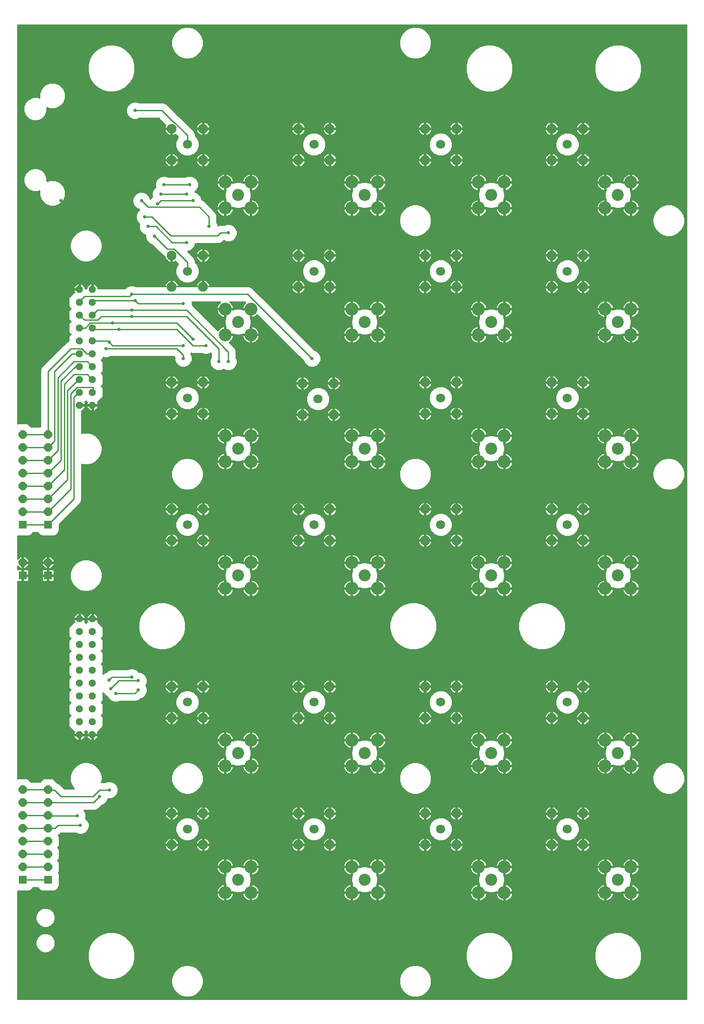
<source format=gtl>
G75*
%MOIN*%
%OFA0B0*%
%FSLAX25Y25*%
%IPPOS*%
%LPD*%
%AMOC8*
5,1,8,0,0,1.08239X$1,22.5*
%
%ADD10C,0.07087*%
%ADD11C,0.07677*%
%ADD12C,0.09300*%
%ADD13C,0.10050*%
%ADD14OC8,0.06496*%
%ADD15R,0.06496X0.06496*%
%ADD16OC8,0.05600*%
%ADD17C,0.01000*%
%ADD18C,0.02578*%
%ADD19C,0.27559*%
D10*
X0158980Y0158980D03*
X0158980Y0257406D03*
X0257406Y0257406D03*
X0257406Y0158980D03*
X0355831Y0158980D03*
X0355831Y0257406D03*
X0454256Y0257406D03*
X0454256Y0158980D03*
X0454256Y0395201D03*
X0454256Y0493626D03*
X0454256Y0592051D03*
X0454256Y0690476D03*
X0355831Y0690476D03*
X0355831Y0592051D03*
X0355831Y0493626D03*
X0355831Y0395201D03*
X0260555Y0492839D03*
X0257406Y0395201D03*
X0158980Y0395201D03*
X0158980Y0493626D03*
X0158980Y0592051D03*
X0158980Y0690476D03*
X0257406Y0690476D03*
X0257406Y0592051D03*
D11*
X0269606Y0579851D03*
X0269606Y0604251D03*
X0245206Y0604251D03*
X0245206Y0579851D03*
X0248355Y0505039D03*
X0248355Y0480639D03*
X0272755Y0480639D03*
X0272755Y0505039D03*
X0343631Y0505826D03*
X0343631Y0481426D03*
X0368031Y0481426D03*
X0368031Y0505826D03*
X0368031Y0579851D03*
X0368031Y0604251D03*
X0343631Y0604251D03*
X0343631Y0579851D03*
X0343631Y0678276D03*
X0343631Y0702676D03*
X0368031Y0702676D03*
X0368031Y0678276D03*
X0442056Y0678276D03*
X0442056Y0702676D03*
X0466456Y0702676D03*
X0466456Y0678276D03*
X0466456Y0604251D03*
X0466456Y0579851D03*
X0442056Y0579851D03*
X0442056Y0604251D03*
X0442056Y0505826D03*
X0442056Y0481426D03*
X0466456Y0481426D03*
X0466456Y0505826D03*
X0466456Y0407401D03*
X0466456Y0383001D03*
X0442056Y0383001D03*
X0442056Y0407401D03*
X0368031Y0407401D03*
X0368031Y0383001D03*
X0343631Y0383001D03*
X0343631Y0407401D03*
X0269606Y0407401D03*
X0269606Y0383001D03*
X0245206Y0383001D03*
X0245206Y0407401D03*
X0171180Y0407401D03*
X0171180Y0383001D03*
X0146780Y0383001D03*
X0146780Y0407401D03*
X0146780Y0481426D03*
X0146780Y0505826D03*
X0171180Y0505826D03*
X0171180Y0481426D03*
X0171180Y0579851D03*
X0171180Y0604251D03*
X0146780Y0604251D03*
X0146780Y0579851D03*
X0146780Y0678276D03*
X0146780Y0702676D03*
X0171180Y0702676D03*
X0171180Y0678276D03*
X0245206Y0678276D03*
X0245206Y0702676D03*
X0269606Y0702676D03*
X0269606Y0678276D03*
X0269606Y0269606D03*
X0269606Y0245206D03*
X0245206Y0245206D03*
X0245206Y0269606D03*
X0245206Y0171180D03*
X0245206Y0146780D03*
X0269606Y0146780D03*
X0269606Y0171180D03*
X0343631Y0171180D03*
X0343631Y0146780D03*
X0368031Y0146780D03*
X0368031Y0171180D03*
X0368031Y0245206D03*
X0368031Y0269606D03*
X0343631Y0269606D03*
X0343631Y0245206D03*
X0442056Y0245206D03*
X0442056Y0269606D03*
X0466456Y0269606D03*
X0466456Y0245206D03*
X0466456Y0171180D03*
X0466456Y0146780D03*
X0442056Y0146780D03*
X0442056Y0171180D03*
X0171180Y0171180D03*
X0171180Y0146780D03*
X0146780Y0146780D03*
X0146780Y0171180D03*
X0146780Y0245206D03*
X0146780Y0269606D03*
X0171180Y0269606D03*
X0171180Y0245206D03*
D12*
X0198350Y0218035D03*
X0198350Y0119610D03*
X0296776Y0119610D03*
X0296776Y0218035D03*
X0395201Y0218035D03*
X0395201Y0119610D03*
X0493626Y0119610D03*
X0493626Y0218035D03*
X0493626Y0355831D03*
X0493626Y0454256D03*
X0493626Y0552681D03*
X0493626Y0651106D03*
X0395201Y0651106D03*
X0395201Y0552681D03*
X0395201Y0454256D03*
X0395201Y0355831D03*
X0296776Y0355831D03*
X0296776Y0454256D03*
X0296776Y0552681D03*
X0296776Y0651106D03*
X0198350Y0651106D03*
X0198350Y0552681D03*
X0198350Y0454256D03*
X0198350Y0355831D03*
D13*
X0188350Y0365831D03*
X0188350Y0345831D03*
X0208350Y0345831D03*
X0208350Y0365831D03*
X0208350Y0444256D03*
X0208350Y0464256D03*
X0188350Y0464256D03*
X0188350Y0444256D03*
X0188350Y0542681D03*
X0188350Y0562681D03*
X0208350Y0562681D03*
X0208350Y0542681D03*
X0286776Y0542681D03*
X0286776Y0562681D03*
X0306776Y0562681D03*
X0306776Y0542681D03*
X0306776Y0464256D03*
X0306776Y0444256D03*
X0286776Y0444256D03*
X0286776Y0464256D03*
X0286776Y0365831D03*
X0286776Y0345831D03*
X0306776Y0345831D03*
X0306776Y0365831D03*
X0385201Y0365831D03*
X0405201Y0365831D03*
X0405201Y0345831D03*
X0385201Y0345831D03*
X0385201Y0444256D03*
X0405201Y0444256D03*
X0405201Y0464256D03*
X0385201Y0464256D03*
X0385201Y0542681D03*
X0405201Y0542681D03*
X0405201Y0562681D03*
X0385201Y0562681D03*
X0385201Y0641106D03*
X0385201Y0661106D03*
X0405201Y0661106D03*
X0405201Y0641106D03*
X0483626Y0641106D03*
X0483626Y0661106D03*
X0503626Y0661106D03*
X0503626Y0641106D03*
X0503626Y0562681D03*
X0503626Y0542681D03*
X0483626Y0542681D03*
X0483626Y0562681D03*
X0483626Y0464256D03*
X0503626Y0464256D03*
X0503626Y0444256D03*
X0483626Y0444256D03*
X0483626Y0365831D03*
X0503626Y0365831D03*
X0503626Y0345831D03*
X0483626Y0345831D03*
X0483626Y0228035D03*
X0483626Y0208035D03*
X0503626Y0208035D03*
X0503626Y0228035D03*
X0503626Y0129610D03*
X0503626Y0109610D03*
X0483626Y0109610D03*
X0483626Y0129610D03*
X0405201Y0129610D03*
X0405201Y0109610D03*
X0385201Y0109610D03*
X0385201Y0129610D03*
X0385201Y0208035D03*
X0405201Y0208035D03*
X0405201Y0228035D03*
X0385201Y0228035D03*
X0306776Y0228035D03*
X0306776Y0208035D03*
X0286776Y0208035D03*
X0286776Y0228035D03*
X0208350Y0228035D03*
X0208350Y0208035D03*
X0188350Y0208035D03*
X0188350Y0228035D03*
X0188350Y0129610D03*
X0188350Y0109610D03*
X0208350Y0109610D03*
X0208350Y0129610D03*
X0286776Y0129610D03*
X0286776Y0109610D03*
X0306776Y0109610D03*
X0306776Y0129610D03*
X0306776Y0641106D03*
X0306776Y0661106D03*
X0286776Y0661106D03*
X0286776Y0641106D03*
X0208350Y0641106D03*
X0208350Y0661106D03*
X0188350Y0661106D03*
X0188350Y0641106D03*
D14*
X0050713Y0465201D03*
X0050713Y0455201D03*
X0050713Y0445201D03*
X0050713Y0435201D03*
X0050713Y0425201D03*
X0050713Y0415201D03*
X0050713Y0405201D03*
X0031028Y0405201D03*
X0031028Y0415201D03*
X0031028Y0425201D03*
X0031028Y0435201D03*
X0031028Y0445201D03*
X0031028Y0455201D03*
X0031028Y0465201D03*
X0031028Y0365831D03*
X0050713Y0365831D03*
X0050713Y0189610D03*
X0050713Y0179610D03*
X0050713Y0169610D03*
X0050713Y0159610D03*
X0050713Y0149610D03*
X0050713Y0139610D03*
X0050713Y0129610D03*
X0031028Y0129610D03*
X0031028Y0139610D03*
X0031028Y0149610D03*
X0031028Y0159610D03*
X0031028Y0169610D03*
X0031028Y0179610D03*
X0031028Y0189610D03*
D15*
X0031028Y0119610D03*
X0050713Y0119610D03*
X0050713Y0355831D03*
X0031028Y0355831D03*
X0031028Y0395201D03*
X0050713Y0395201D03*
D16*
X0075240Y0322091D03*
X0085240Y0322091D03*
X0085240Y0312091D03*
X0075240Y0312091D03*
X0075240Y0302091D03*
X0085240Y0302091D03*
X0085240Y0292091D03*
X0075240Y0292091D03*
X0075240Y0282091D03*
X0085240Y0282091D03*
X0085240Y0272091D03*
X0075240Y0272091D03*
X0075240Y0262091D03*
X0085240Y0262091D03*
X0085240Y0252091D03*
X0075240Y0252091D03*
X0075240Y0242091D03*
X0085240Y0242091D03*
X0085240Y0232091D03*
X0075240Y0232091D03*
X0075240Y0487996D03*
X0075240Y0497996D03*
X0075240Y0507996D03*
X0075240Y0517996D03*
X0085240Y0517996D03*
X0085240Y0507996D03*
X0085240Y0497996D03*
X0085240Y0487996D03*
X0085240Y0527996D03*
X0075240Y0527996D03*
X0075240Y0537996D03*
X0075240Y0547996D03*
X0075240Y0557996D03*
X0085240Y0557996D03*
X0085240Y0547996D03*
X0085240Y0537996D03*
X0085240Y0567996D03*
X0075240Y0567996D03*
X0075240Y0577996D03*
X0085240Y0577996D03*
D17*
X0026985Y0110862D02*
X0026985Y0026985D01*
X0546881Y0026985D01*
X0546881Y0783102D01*
X0026985Y0783102D01*
X0026985Y0473530D01*
X0027404Y0473949D01*
X0034651Y0473949D01*
X0037399Y0471201D01*
X0044341Y0471201D01*
X0044713Y0471572D01*
X0044713Y0515312D01*
X0045626Y0517517D01*
X0065092Y0536983D01*
X0066940Y0537748D01*
X0066940Y0541434D01*
X0068502Y0542996D01*
X0066940Y0544558D01*
X0066940Y0551434D01*
X0068502Y0552996D01*
X0066940Y0554558D01*
X0066940Y0561434D01*
X0068502Y0562996D01*
X0066940Y0564558D01*
X0066940Y0571434D01*
X0071331Y0575824D01*
X0070940Y0576215D01*
X0070940Y0577596D01*
X0074840Y0577596D01*
X0074840Y0578396D01*
X0070940Y0578396D01*
X0070940Y0579777D01*
X0073459Y0582296D01*
X0074840Y0582296D01*
X0074840Y0578396D01*
X0075640Y0578396D01*
X0075640Y0582296D01*
X0077021Y0582296D01*
X0079540Y0579777D01*
X0079540Y0578632D01*
X0080940Y0578632D01*
X0080940Y0579777D01*
X0083459Y0582296D01*
X0084840Y0582296D01*
X0084840Y0578632D01*
X0085640Y0578632D01*
X0085640Y0582296D01*
X0087021Y0582296D01*
X0089540Y0579777D01*
X0089540Y0578632D01*
X0110625Y0578632D01*
X0112005Y0580011D01*
X0114500Y0581045D01*
X0117201Y0581045D01*
X0119106Y0580256D01*
X0146280Y0580256D01*
X0146280Y0580351D01*
X0141454Y0580351D01*
X0141573Y0581101D01*
X0141833Y0581900D01*
X0142214Y0582649D01*
X0142708Y0583329D01*
X0143302Y0583923D01*
X0143982Y0584417D01*
X0144731Y0584799D01*
X0145530Y0585058D01*
X0146280Y0585177D01*
X0146280Y0580351D01*
X0147280Y0580351D01*
X0147280Y0585177D01*
X0148030Y0585058D01*
X0148830Y0584799D01*
X0149578Y0584417D01*
X0150258Y0583923D01*
X0150852Y0583329D01*
X0151346Y0582649D01*
X0151728Y0581900D01*
X0151987Y0581101D01*
X0152106Y0580351D01*
X0147280Y0580351D01*
X0147280Y0580256D01*
X0170680Y0580256D01*
X0170680Y0580351D01*
X0165854Y0580351D01*
X0165973Y0581101D01*
X0166233Y0581900D01*
X0166614Y0582649D01*
X0167108Y0583329D01*
X0167702Y0583923D01*
X0168382Y0584417D01*
X0169131Y0584799D01*
X0169930Y0585058D01*
X0170680Y0585177D01*
X0170680Y0580351D01*
X0171680Y0580351D01*
X0171680Y0585177D01*
X0172430Y0585058D01*
X0173230Y0584799D01*
X0173978Y0584417D01*
X0174658Y0583923D01*
X0175252Y0583329D01*
X0175746Y0582649D01*
X0176128Y0581900D01*
X0176387Y0581101D01*
X0176506Y0580351D01*
X0171680Y0580351D01*
X0171680Y0580256D01*
X0207044Y0580256D01*
X0209249Y0579342D01*
X0210937Y0577655D01*
X0257791Y0530800D01*
X0259696Y0530011D01*
X0261606Y0528102D01*
X0262639Y0525606D01*
X0262639Y0522905D01*
X0261606Y0520410D01*
X0259696Y0518500D01*
X0257201Y0517467D01*
X0254500Y0517467D01*
X0252005Y0518500D01*
X0250095Y0520410D01*
X0249306Y0522315D01*
X0213259Y0558362D01*
X0212662Y0557765D01*
X0211983Y0557244D01*
X0211243Y0556816D01*
X0210452Y0556489D01*
X0209626Y0556268D01*
X0208850Y0556166D01*
X0208850Y0562181D01*
X0207850Y0562181D01*
X0202112Y0562181D01*
X0199687Y0562831D01*
X0197014Y0562831D01*
X0194588Y0562181D01*
X0188850Y0562181D01*
X0188850Y0556443D01*
X0188200Y0554017D01*
X0188200Y0551345D01*
X0188850Y0548919D01*
X0188850Y0543181D01*
X0187850Y0543181D01*
X0187850Y0549197D01*
X0187075Y0549094D01*
X0186248Y0548873D01*
X0185458Y0548546D01*
X0184718Y0548118D01*
X0184039Y0547597D01*
X0183434Y0546993D01*
X0182913Y0546314D01*
X0182681Y0545911D01*
X0162639Y0565952D01*
X0162639Y0568106D01*
X0162577Y0568256D01*
X0184956Y0568256D01*
X0184718Y0568118D01*
X0184039Y0567597D01*
X0183434Y0566993D01*
X0182913Y0566314D01*
X0182486Y0565573D01*
X0182158Y0564783D01*
X0181937Y0563957D01*
X0181835Y0563181D01*
X0187850Y0563181D01*
X0187850Y0562181D01*
X0181835Y0562181D01*
X0181937Y0561405D01*
X0182158Y0560579D01*
X0182486Y0559789D01*
X0182913Y0559048D01*
X0183434Y0558370D01*
X0184039Y0557765D01*
X0184718Y0557244D01*
X0185458Y0556816D01*
X0186248Y0556489D01*
X0187075Y0556268D01*
X0187850Y0556166D01*
X0187850Y0562181D01*
X0188850Y0562181D01*
X0188850Y0563181D01*
X0194866Y0563181D01*
X0194764Y0563957D01*
X0194542Y0564783D01*
X0194215Y0565573D01*
X0193787Y0566314D01*
X0193267Y0566993D01*
X0192662Y0567597D01*
X0191983Y0568118D01*
X0191745Y0568256D01*
X0203365Y0568256D01*
X0204031Y0567590D01*
X0203434Y0566993D01*
X0202913Y0566314D01*
X0202486Y0565573D01*
X0202158Y0564783D01*
X0201937Y0563957D01*
X0201835Y0563181D01*
X0207850Y0563181D01*
X0207850Y0562181D01*
X0207850Y0556443D01*
X0208500Y0554017D01*
X0208500Y0551345D01*
X0207850Y0548919D01*
X0207850Y0543181D01*
X0207850Y0542181D01*
X0201835Y0542181D01*
X0201937Y0541405D01*
X0202158Y0540579D01*
X0202486Y0539789D01*
X0202913Y0539048D01*
X0203434Y0538370D01*
X0204039Y0537765D01*
X0204718Y0537244D01*
X0205458Y0536816D01*
X0206248Y0536489D01*
X0207075Y0536268D01*
X0207850Y0536166D01*
X0207850Y0542181D01*
X0208850Y0542181D01*
X0208850Y0536166D01*
X0209626Y0536268D01*
X0210452Y0536489D01*
X0211243Y0536816D01*
X0211983Y0537244D01*
X0212662Y0537765D01*
X0213267Y0538370D01*
X0213787Y0539048D01*
X0214215Y0539789D01*
X0214542Y0540579D01*
X0214764Y0541405D01*
X0214866Y0542181D01*
X0208850Y0542181D01*
X0208850Y0543181D01*
X0207850Y0543181D01*
X0202112Y0543181D01*
X0199687Y0542531D01*
X0197014Y0542531D01*
X0194588Y0543181D01*
X0188850Y0543181D01*
X0188850Y0542181D01*
X0194866Y0542181D01*
X0194764Y0541405D01*
X0194542Y0540579D01*
X0194215Y0539789D01*
X0193787Y0539048D01*
X0193267Y0538370D01*
X0192662Y0537765D01*
X0191983Y0537244D01*
X0191580Y0537011D01*
X0195937Y0532655D01*
X0196850Y0530449D01*
X0196850Y0525011D01*
X0197639Y0523106D01*
X0197639Y0520405D01*
X0196606Y0517910D01*
X0194696Y0516000D01*
X0192201Y0514967D01*
X0189500Y0514967D01*
X0187100Y0515961D01*
X0184701Y0514967D01*
X0182000Y0514967D01*
X0179505Y0516000D01*
X0177595Y0517910D01*
X0176561Y0520405D01*
X0176561Y0523106D01*
X0177350Y0525011D01*
X0177350Y0528655D01*
X0177196Y0528500D01*
X0174701Y0527467D01*
X0172000Y0527467D01*
X0170095Y0528256D01*
X0162157Y0528256D01*
X0161634Y0528473D01*
X0161850Y0527949D01*
X0161850Y0527511D01*
X0162639Y0525606D01*
X0162639Y0522905D01*
X0161606Y0520410D01*
X0159696Y0518500D01*
X0157201Y0517467D01*
X0154500Y0517467D01*
X0152005Y0518500D01*
X0150095Y0520410D01*
X0149061Y0522905D01*
X0149061Y0525060D01*
X0148365Y0525756D01*
X0099106Y0525756D01*
X0097201Y0524967D01*
X0094500Y0524967D01*
X0093540Y0525365D01*
X0093540Y0524558D01*
X0091978Y0522996D01*
X0093540Y0521434D01*
X0093540Y0514558D01*
X0091978Y0512996D01*
X0093540Y0511434D01*
X0093540Y0504558D01*
X0091978Y0502996D01*
X0093540Y0501434D01*
X0093540Y0494558D01*
X0089150Y0490168D01*
X0089540Y0489777D01*
X0089540Y0488396D01*
X0085640Y0488396D01*
X0085640Y0487596D01*
X0085640Y0483696D01*
X0087021Y0483696D01*
X0089540Y0486215D01*
X0089540Y0487596D01*
X0085640Y0487596D01*
X0084840Y0487596D01*
X0080940Y0487596D01*
X0080940Y0486215D01*
X0083459Y0483696D01*
X0084840Y0483696D01*
X0084840Y0487596D01*
X0084840Y0488396D01*
X0080940Y0488396D01*
X0080940Y0489777D01*
X0081331Y0490168D01*
X0080240Y0491258D01*
X0079150Y0490168D01*
X0079540Y0489777D01*
X0079540Y0488396D01*
X0076850Y0488396D01*
X0076850Y0487596D01*
X0079540Y0487596D01*
X0079540Y0486215D01*
X0077021Y0483696D01*
X0076850Y0483696D01*
X0076850Y0466174D01*
X0078609Y0466646D01*
X0081871Y0466646D01*
X0085022Y0465801D01*
X0087848Y0464170D01*
X0090154Y0461863D01*
X0091786Y0459038D01*
X0092630Y0455887D01*
X0092630Y0452625D01*
X0091786Y0449474D01*
X0090154Y0446648D01*
X0087848Y0444342D01*
X0085022Y0442710D01*
X0081871Y0441866D01*
X0078609Y0441866D01*
X0076850Y0442337D01*
X0076850Y0414145D01*
X0075937Y0411940D01*
X0059461Y0395464D01*
X0059461Y0390859D01*
X0058623Y0388837D01*
X0057076Y0387290D01*
X0055055Y0386453D01*
X0046371Y0386453D01*
X0044349Y0387290D01*
X0042802Y0388837D01*
X0042651Y0389201D01*
X0039089Y0389201D01*
X0038938Y0388837D01*
X0037391Y0387290D01*
X0035370Y0386453D01*
X0026985Y0386453D01*
X0026985Y0368503D01*
X0029061Y0370579D01*
X0030528Y0370579D01*
X0030528Y0366331D01*
X0031528Y0366331D01*
X0035776Y0366331D01*
X0035776Y0367797D01*
X0032994Y0370579D01*
X0031528Y0370579D01*
X0031528Y0366331D01*
X0031528Y0365331D01*
X0035776Y0365331D01*
X0035776Y0363864D01*
X0032994Y0361083D01*
X0031528Y0361083D01*
X0031528Y0365331D01*
X0030528Y0365331D01*
X0030528Y0361083D01*
X0029061Y0361083D01*
X0026985Y0363159D01*
X0026985Y0360352D01*
X0027201Y0360477D01*
X0027582Y0360579D01*
X0030528Y0360579D01*
X0030528Y0356331D01*
X0031528Y0356331D01*
X0035776Y0356331D01*
X0035776Y0359276D01*
X0035673Y0359658D01*
X0035476Y0360000D01*
X0035197Y0360279D01*
X0034855Y0360477D01*
X0034473Y0360579D01*
X0031528Y0360579D01*
X0031528Y0356331D01*
X0031528Y0355331D01*
X0035776Y0355331D01*
X0035776Y0352385D01*
X0035673Y0352004D01*
X0035476Y0351662D01*
X0035197Y0351382D01*
X0034855Y0351185D01*
X0034473Y0351083D01*
X0031528Y0351083D01*
X0031528Y0355331D01*
X0030528Y0355331D01*
X0030528Y0351083D01*
X0027582Y0351083D01*
X0027201Y0351185D01*
X0026985Y0351309D01*
X0026985Y0197939D01*
X0027404Y0198358D01*
X0034651Y0198358D01*
X0037399Y0195610D01*
X0044341Y0195610D01*
X0047089Y0198358D01*
X0054336Y0198358D01*
X0057718Y0194977D01*
X0059249Y0194342D01*
X0063336Y0190256D01*
X0070813Y0190256D01*
X0070326Y0190743D01*
X0068695Y0193568D01*
X0067850Y0196719D01*
X0067850Y0199982D01*
X0068695Y0203133D01*
X0070326Y0205958D01*
X0072633Y0208265D01*
X0075458Y0209896D01*
X0078609Y0210740D01*
X0081871Y0210740D01*
X0085022Y0209896D01*
X0087848Y0208265D01*
X0090154Y0205958D01*
X0091786Y0203133D01*
X0092630Y0199982D01*
X0092630Y0196719D01*
X0092238Y0195256D01*
X0095095Y0195256D01*
X0097000Y0196045D01*
X0099701Y0196045D01*
X0102196Y0195011D01*
X0104106Y0193102D01*
X0105139Y0190606D01*
X0105139Y0187905D01*
X0104106Y0185410D01*
X0102196Y0183500D01*
X0099701Y0182467D01*
X0097458Y0182467D01*
X0096606Y0180410D01*
X0094696Y0178500D01*
X0092791Y0177712D01*
X0089603Y0174524D01*
X0087398Y0173610D01*
X0078597Y0173610D01*
X0079106Y0173102D01*
X0080139Y0170606D01*
X0080139Y0167905D01*
X0079894Y0167313D01*
X0081606Y0165602D01*
X0082639Y0163106D01*
X0082639Y0160405D01*
X0081606Y0157910D01*
X0079696Y0156000D01*
X0077201Y0154967D01*
X0074500Y0154967D01*
X0072595Y0155756D01*
X0060836Y0155756D01*
X0059603Y0154524D01*
X0058590Y0154104D01*
X0059461Y0153234D01*
X0059461Y0145987D01*
X0058084Y0144610D01*
X0059461Y0143234D01*
X0059461Y0135987D01*
X0058084Y0134610D01*
X0059461Y0133234D01*
X0059461Y0125987D01*
X0058865Y0125391D01*
X0059461Y0123952D01*
X0059461Y0115268D01*
X0058623Y0113247D01*
X0057076Y0111700D01*
X0055055Y0110862D01*
X0046371Y0110862D01*
X0044349Y0111700D01*
X0042802Y0113247D01*
X0042651Y0113610D01*
X0039089Y0113610D01*
X0038938Y0113247D01*
X0037391Y0111700D01*
X0035370Y0110862D01*
X0026985Y0110862D01*
X0026985Y0110768D02*
X0181922Y0110768D01*
X0181937Y0110886D02*
X0181835Y0110110D01*
X0187850Y0110110D01*
X0187850Y0109110D01*
X0181835Y0109110D01*
X0181937Y0108335D01*
X0182158Y0107508D01*
X0182486Y0106718D01*
X0182913Y0105977D01*
X0183434Y0105299D01*
X0184039Y0104694D01*
X0184718Y0104173D01*
X0185458Y0103746D01*
X0186248Y0103418D01*
X0187075Y0103197D01*
X0187850Y0103095D01*
X0187850Y0109110D01*
X0188850Y0109110D01*
X0188850Y0103095D01*
X0189626Y0103197D01*
X0190452Y0103418D01*
X0191243Y0103746D01*
X0191983Y0104173D01*
X0192662Y0104694D01*
X0193267Y0105299D01*
X0193787Y0105977D01*
X0194215Y0106718D01*
X0194542Y0107508D01*
X0194764Y0108335D01*
X0194866Y0109110D01*
X0188850Y0109110D01*
X0188850Y0110110D01*
X0187850Y0110110D01*
X0187850Y0116126D01*
X0187075Y0116024D01*
X0186248Y0115802D01*
X0185458Y0115475D01*
X0184718Y0115047D01*
X0184039Y0114527D01*
X0183434Y0113922D01*
X0182913Y0113243D01*
X0182486Y0112502D01*
X0182158Y0111712D01*
X0181937Y0110886D01*
X0182181Y0111767D02*
X0057143Y0111767D01*
X0058142Y0112765D02*
X0182637Y0112765D01*
X0183313Y0113764D02*
X0058837Y0113764D01*
X0059251Y0114762D02*
X0184346Y0114762D01*
X0186148Y0115761D02*
X0059461Y0115761D01*
X0059461Y0116759D02*
X0188606Y0116759D01*
X0188850Y0115848D02*
X0188850Y0110110D01*
X0194588Y0110110D01*
X0197014Y0109460D01*
X0199687Y0109460D01*
X0202112Y0110110D01*
X0207850Y0110110D01*
X0207850Y0109110D01*
X0201835Y0109110D01*
X0201937Y0108335D01*
X0202158Y0107508D01*
X0202486Y0106718D01*
X0202913Y0105977D01*
X0203434Y0105299D01*
X0204039Y0104694D01*
X0204718Y0104173D01*
X0205458Y0103746D01*
X0206248Y0103418D01*
X0207075Y0103197D01*
X0207850Y0103095D01*
X0207850Y0109110D01*
X0208850Y0109110D01*
X0208850Y0103095D01*
X0209626Y0103197D01*
X0210452Y0103418D01*
X0211243Y0103746D01*
X0211983Y0104173D01*
X0212662Y0104694D01*
X0213267Y0105299D01*
X0213787Y0105977D01*
X0214215Y0106718D01*
X0214542Y0107508D01*
X0214764Y0108335D01*
X0214866Y0109110D01*
X0208850Y0109110D01*
X0208850Y0110110D01*
X0207850Y0110110D01*
X0207850Y0115848D01*
X0208500Y0118274D01*
X0208500Y0120947D01*
X0207850Y0123372D01*
X0207850Y0129110D01*
X0202112Y0129110D01*
X0199687Y0129760D01*
X0197014Y0129760D01*
X0194588Y0129110D01*
X0188850Y0129110D01*
X0188850Y0123372D01*
X0188200Y0120947D01*
X0188200Y0118274D01*
X0188850Y0115848D01*
X0188850Y0115761D02*
X0187850Y0115761D01*
X0187850Y0114762D02*
X0188850Y0114762D01*
X0188850Y0113764D02*
X0187850Y0113764D01*
X0187850Y0112765D02*
X0188850Y0112765D01*
X0188850Y0111767D02*
X0187850Y0111767D01*
X0187850Y0110768D02*
X0188850Y0110768D01*
X0188850Y0109770D02*
X0195860Y0109770D01*
X0194821Y0108771D02*
X0201880Y0108771D01*
X0202088Y0107772D02*
X0194613Y0107772D01*
X0194238Y0106774D02*
X0202463Y0106774D01*
X0203068Y0105775D02*
X0193632Y0105775D01*
X0192745Y0104777D02*
X0203956Y0104777D01*
X0205401Y0103778D02*
X0191299Y0103778D01*
X0188850Y0103778D02*
X0187850Y0103778D01*
X0187850Y0104777D02*
X0188850Y0104777D01*
X0188850Y0105775D02*
X0187850Y0105775D01*
X0187850Y0106774D02*
X0188850Y0106774D01*
X0188850Y0107772D02*
X0187850Y0107772D01*
X0187850Y0108771D02*
X0188850Y0108771D01*
X0187850Y0109770D02*
X0026985Y0109770D01*
X0026985Y0108771D02*
X0181880Y0108771D01*
X0182088Y0107772D02*
X0026985Y0107772D01*
X0026985Y0106774D02*
X0182463Y0106774D01*
X0183068Y0105775D02*
X0026985Y0105775D01*
X0026985Y0104777D02*
X0183956Y0104777D01*
X0185401Y0103778D02*
X0026985Y0103778D01*
X0026985Y0102780D02*
X0546881Y0102780D01*
X0546881Y0103778D02*
X0506575Y0103778D01*
X0506518Y0103746D02*
X0507259Y0104173D01*
X0507937Y0104694D01*
X0508542Y0105299D01*
X0509063Y0105977D01*
X0509491Y0106718D01*
X0509818Y0107508D01*
X0510039Y0108335D01*
X0510141Y0109110D01*
X0504126Y0109110D01*
X0504126Y0103095D01*
X0504902Y0103197D01*
X0505728Y0103418D01*
X0506518Y0103746D01*
X0508020Y0104777D02*
X0546881Y0104777D01*
X0546881Y0105775D02*
X0508908Y0105775D01*
X0509514Y0106774D02*
X0546881Y0106774D01*
X0546881Y0107772D02*
X0509889Y0107772D01*
X0510097Y0108771D02*
X0546881Y0108771D01*
X0546881Y0109770D02*
X0504126Y0109770D01*
X0504126Y0110110D02*
X0510141Y0110110D01*
X0510039Y0110886D01*
X0509818Y0111712D01*
X0509491Y0112502D01*
X0509063Y0113243D01*
X0508542Y0113922D01*
X0507937Y0114527D01*
X0507259Y0115047D01*
X0506518Y0115475D01*
X0505728Y0115802D01*
X0504902Y0116024D01*
X0504126Y0116126D01*
X0504126Y0110110D01*
X0504126Y0109110D01*
X0503126Y0109110D01*
X0503126Y0103095D01*
X0502350Y0103197D01*
X0501524Y0103418D01*
X0500734Y0103746D01*
X0499993Y0104173D01*
X0499315Y0104694D01*
X0498710Y0105299D01*
X0498189Y0105977D01*
X0497761Y0106718D01*
X0497434Y0107508D01*
X0497213Y0108335D01*
X0497110Y0109110D01*
X0503126Y0109110D01*
X0503126Y0110110D01*
X0497388Y0110110D01*
X0494962Y0109460D01*
X0492290Y0109460D01*
X0489864Y0110110D01*
X0484126Y0110110D01*
X0484126Y0109110D01*
X0484126Y0103095D01*
X0484902Y0103197D01*
X0485728Y0103418D01*
X0486518Y0103746D01*
X0487259Y0104173D01*
X0487937Y0104694D01*
X0488542Y0105299D01*
X0489063Y0105977D01*
X0489491Y0106718D01*
X0489818Y0107508D01*
X0490039Y0108335D01*
X0490141Y0109110D01*
X0484126Y0109110D01*
X0483126Y0109110D01*
X0483126Y0103095D01*
X0482350Y0103197D01*
X0481524Y0103418D01*
X0480734Y0103746D01*
X0479993Y0104173D01*
X0479315Y0104694D01*
X0478710Y0105299D01*
X0478189Y0105977D01*
X0477761Y0106718D01*
X0477434Y0107508D01*
X0477213Y0108335D01*
X0477110Y0109110D01*
X0483126Y0109110D01*
X0483126Y0110110D01*
X0477110Y0110110D01*
X0477213Y0110886D01*
X0477434Y0111712D01*
X0477761Y0112502D01*
X0478189Y0113243D01*
X0478710Y0113922D01*
X0479315Y0114527D01*
X0479993Y0115047D01*
X0480734Y0115475D01*
X0481524Y0115802D01*
X0482350Y0116024D01*
X0483126Y0116126D01*
X0483126Y0110110D01*
X0484126Y0110110D01*
X0484126Y0115848D01*
X0483476Y0118274D01*
X0483476Y0120947D01*
X0484126Y0123372D01*
X0484126Y0129110D01*
X0483126Y0129110D01*
X0483126Y0123095D01*
X0482350Y0123197D01*
X0481524Y0123418D01*
X0480734Y0123746D01*
X0479993Y0124173D01*
X0479315Y0124694D01*
X0478710Y0125299D01*
X0478189Y0125977D01*
X0477761Y0126718D01*
X0477434Y0127508D01*
X0477213Y0128335D01*
X0477110Y0129110D01*
X0483126Y0129110D01*
X0483126Y0130110D01*
X0477110Y0130110D01*
X0477213Y0130886D01*
X0477434Y0131712D01*
X0477761Y0132502D01*
X0478189Y0133243D01*
X0478710Y0133922D01*
X0479315Y0134527D01*
X0479993Y0135047D01*
X0480734Y0135475D01*
X0481524Y0135802D01*
X0482350Y0136024D01*
X0483126Y0136126D01*
X0483126Y0130110D01*
X0484126Y0130110D01*
X0490141Y0130110D01*
X0490039Y0130886D01*
X0489818Y0131712D01*
X0489491Y0132502D01*
X0489063Y0133243D01*
X0488542Y0133922D01*
X0487937Y0134527D01*
X0487259Y0135047D01*
X0486518Y0135475D01*
X0485728Y0135802D01*
X0484902Y0136024D01*
X0484126Y0136126D01*
X0484126Y0130110D01*
X0484126Y0129110D01*
X0489864Y0129110D01*
X0492290Y0129760D01*
X0494962Y0129760D01*
X0497388Y0129110D01*
X0503126Y0129110D01*
X0504126Y0129110D01*
X0504126Y0123095D01*
X0504902Y0123197D01*
X0505728Y0123418D01*
X0506518Y0123746D01*
X0507259Y0124173D01*
X0507937Y0124694D01*
X0508542Y0125299D01*
X0509063Y0125977D01*
X0509491Y0126718D01*
X0509818Y0127508D01*
X0510039Y0128335D01*
X0510141Y0129110D01*
X0504126Y0129110D01*
X0504126Y0130110D01*
X0510141Y0130110D01*
X0510039Y0130886D01*
X0509818Y0131712D01*
X0509491Y0132502D01*
X0509063Y0133243D01*
X0508542Y0133922D01*
X0507937Y0134527D01*
X0507259Y0135047D01*
X0506518Y0135475D01*
X0505728Y0135802D01*
X0504902Y0136024D01*
X0504126Y0136126D01*
X0504126Y0130110D01*
X0503126Y0130110D01*
X0503126Y0129110D01*
X0503126Y0123372D01*
X0503776Y0120947D01*
X0503776Y0118274D01*
X0503126Y0115848D01*
X0503126Y0110110D01*
X0504126Y0110110D01*
X0504126Y0110768D02*
X0503126Y0110768D01*
X0503126Y0109770D02*
X0496116Y0109770D01*
X0497155Y0108771D02*
X0490097Y0108771D01*
X0489889Y0107772D02*
X0497363Y0107772D01*
X0497738Y0106774D02*
X0489514Y0106774D01*
X0488908Y0105775D02*
X0498344Y0105775D01*
X0499232Y0104777D02*
X0488020Y0104777D01*
X0486575Y0103778D02*
X0500677Y0103778D01*
X0503126Y0103778D02*
X0504126Y0103778D01*
X0504126Y0104777D02*
X0503126Y0104777D01*
X0503126Y0105775D02*
X0504126Y0105775D01*
X0504126Y0106774D02*
X0503126Y0106774D01*
X0503126Y0107772D02*
X0504126Y0107772D01*
X0504126Y0108771D02*
X0503126Y0108771D01*
X0503126Y0111767D02*
X0504126Y0111767D01*
X0504126Y0112765D02*
X0503126Y0112765D01*
X0503126Y0113764D02*
X0504126Y0113764D01*
X0504126Y0114762D02*
X0503126Y0114762D01*
X0503126Y0115761D02*
X0504126Y0115761D01*
X0503370Y0116759D02*
X0546881Y0116759D01*
X0546881Y0115761D02*
X0505828Y0115761D01*
X0507630Y0114762D02*
X0546881Y0114762D01*
X0546881Y0113764D02*
X0508664Y0113764D01*
X0509339Y0112765D02*
X0546881Y0112765D01*
X0546881Y0111767D02*
X0509795Y0111767D01*
X0510055Y0110768D02*
X0546881Y0110768D01*
X0546881Y0117758D02*
X0503638Y0117758D01*
X0503776Y0118756D02*
X0546881Y0118756D01*
X0546881Y0119755D02*
X0503776Y0119755D01*
X0503776Y0120753D02*
X0546881Y0120753D01*
X0546881Y0121752D02*
X0503560Y0121752D01*
X0503293Y0122750D02*
X0546881Y0122750D01*
X0546881Y0123749D02*
X0506523Y0123749D01*
X0507991Y0124747D02*
X0546881Y0124747D01*
X0546881Y0125746D02*
X0508885Y0125746D01*
X0509501Y0126744D02*
X0546881Y0126744D01*
X0546881Y0127743D02*
X0509881Y0127743D01*
X0510093Y0128741D02*
X0546881Y0128741D01*
X0546881Y0129740D02*
X0504126Y0129740D01*
X0504126Y0130738D02*
X0503126Y0130738D01*
X0503126Y0130110D02*
X0503126Y0136126D01*
X0502350Y0136024D01*
X0501524Y0135802D01*
X0500734Y0135475D01*
X0499993Y0135047D01*
X0499315Y0134527D01*
X0498710Y0133922D01*
X0498189Y0133243D01*
X0497761Y0132502D01*
X0497434Y0131712D01*
X0497213Y0130886D01*
X0497110Y0130110D01*
X0503126Y0130110D01*
X0503126Y0129740D02*
X0495039Y0129740D01*
X0497193Y0130738D02*
X0490059Y0130738D01*
X0489808Y0131737D02*
X0497444Y0131737D01*
X0497896Y0132735D02*
X0489356Y0132735D01*
X0488686Y0133734D02*
X0498566Y0133734D01*
X0499583Y0134732D02*
X0487669Y0134732D01*
X0485900Y0135731D02*
X0501352Y0135731D01*
X0503126Y0135731D02*
X0504126Y0135731D01*
X0504126Y0134732D02*
X0503126Y0134732D01*
X0503126Y0133734D02*
X0504126Y0133734D01*
X0504126Y0132735D02*
X0503126Y0132735D01*
X0503126Y0131737D02*
X0504126Y0131737D01*
X0504126Y0128741D02*
X0503126Y0128741D01*
X0503126Y0127743D02*
X0504126Y0127743D01*
X0504126Y0126744D02*
X0503126Y0126744D01*
X0503126Y0125746D02*
X0504126Y0125746D01*
X0504126Y0124747D02*
X0503126Y0124747D01*
X0503126Y0123749D02*
X0504126Y0123749D01*
X0510059Y0130738D02*
X0546881Y0130738D01*
X0546881Y0131737D02*
X0509808Y0131737D01*
X0509356Y0132735D02*
X0546881Y0132735D01*
X0546881Y0133734D02*
X0508686Y0133734D01*
X0507669Y0134732D02*
X0546881Y0134732D01*
X0546881Y0135731D02*
X0505900Y0135731D01*
X0492213Y0129740D02*
X0484126Y0129740D01*
X0484126Y0130738D02*
X0483126Y0130738D01*
X0483126Y0129740D02*
X0405701Y0129740D01*
X0405701Y0130110D02*
X0411716Y0130110D01*
X0411614Y0130886D01*
X0411393Y0131712D01*
X0411065Y0132502D01*
X0410638Y0133243D01*
X0410117Y0133922D01*
X0409512Y0134527D01*
X0408834Y0135047D01*
X0408093Y0135475D01*
X0407303Y0135802D01*
X0406476Y0136024D01*
X0405701Y0136126D01*
X0405701Y0130110D01*
X0405701Y0129110D01*
X0411716Y0129110D01*
X0411614Y0128335D01*
X0411393Y0127508D01*
X0411065Y0126718D01*
X0410638Y0125977D01*
X0410117Y0125299D01*
X0409512Y0124694D01*
X0408834Y0124173D01*
X0408093Y0123746D01*
X0407303Y0123418D01*
X0406476Y0123197D01*
X0405701Y0123095D01*
X0405701Y0129110D01*
X0404701Y0129110D01*
X0404701Y0123372D01*
X0405351Y0120947D01*
X0405351Y0118274D01*
X0404701Y0115848D01*
X0404701Y0110110D01*
X0404701Y0109110D01*
X0405701Y0109110D01*
X0405701Y0110110D01*
X0411716Y0110110D01*
X0411614Y0110886D01*
X0411393Y0111712D01*
X0411065Y0112502D01*
X0410638Y0113243D01*
X0410117Y0113922D01*
X0409512Y0114527D01*
X0408834Y0115047D01*
X0408093Y0115475D01*
X0407303Y0115802D01*
X0406476Y0116024D01*
X0405701Y0116126D01*
X0405701Y0110110D01*
X0404701Y0110110D01*
X0398963Y0110110D01*
X0396537Y0109460D01*
X0393865Y0109460D01*
X0391439Y0110110D01*
X0385701Y0110110D01*
X0385701Y0109110D01*
X0391716Y0109110D01*
X0391614Y0108335D01*
X0391393Y0107508D01*
X0391065Y0106718D01*
X0390638Y0105977D01*
X0390117Y0105299D01*
X0389512Y0104694D01*
X0388834Y0104173D01*
X0388093Y0103746D01*
X0387303Y0103418D01*
X0386476Y0103197D01*
X0385701Y0103095D01*
X0385701Y0109110D01*
X0384701Y0109110D01*
X0384701Y0103095D01*
X0383925Y0103197D01*
X0383099Y0103418D01*
X0382309Y0103746D01*
X0381568Y0104173D01*
X0380889Y0104694D01*
X0380284Y0105299D01*
X0379764Y0105977D01*
X0379336Y0106718D01*
X0379009Y0107508D01*
X0378787Y0108335D01*
X0378685Y0109110D01*
X0384701Y0109110D01*
X0384701Y0110110D01*
X0378685Y0110110D01*
X0378787Y0110886D01*
X0379009Y0111712D01*
X0379336Y0112502D01*
X0379764Y0113243D01*
X0380284Y0113922D01*
X0380889Y0114527D01*
X0381568Y0115047D01*
X0382309Y0115475D01*
X0383099Y0115802D01*
X0383925Y0116024D01*
X0384701Y0116126D01*
X0384701Y0110110D01*
X0385701Y0110110D01*
X0385701Y0115848D01*
X0385051Y0118274D01*
X0385051Y0120947D01*
X0385701Y0123372D01*
X0385701Y0129110D01*
X0384701Y0129110D01*
X0384701Y0123095D01*
X0383925Y0123197D01*
X0383099Y0123418D01*
X0382309Y0123746D01*
X0381568Y0124173D01*
X0380889Y0124694D01*
X0380284Y0125299D01*
X0379764Y0125977D01*
X0379336Y0126718D01*
X0379009Y0127508D01*
X0378787Y0128335D01*
X0378685Y0129110D01*
X0384701Y0129110D01*
X0384701Y0130110D01*
X0378685Y0130110D01*
X0378787Y0130886D01*
X0379009Y0131712D01*
X0379336Y0132502D01*
X0379764Y0133243D01*
X0380284Y0133922D01*
X0380889Y0134527D01*
X0381568Y0135047D01*
X0382309Y0135475D01*
X0383099Y0135802D01*
X0383925Y0136024D01*
X0384701Y0136126D01*
X0384701Y0130110D01*
X0385701Y0130110D01*
X0391716Y0130110D01*
X0391614Y0130886D01*
X0391393Y0131712D01*
X0391065Y0132502D01*
X0390638Y0133243D01*
X0390117Y0133922D01*
X0389512Y0134527D01*
X0388834Y0135047D01*
X0388093Y0135475D01*
X0387303Y0135802D01*
X0386476Y0136024D01*
X0385701Y0136126D01*
X0385701Y0130110D01*
X0385701Y0129110D01*
X0391439Y0129110D01*
X0393865Y0129760D01*
X0396537Y0129760D01*
X0398963Y0129110D01*
X0404701Y0129110D01*
X0404701Y0130110D01*
X0398685Y0130110D01*
X0398787Y0130886D01*
X0399009Y0131712D01*
X0399336Y0132502D01*
X0399764Y0133243D01*
X0400284Y0133922D01*
X0400889Y0134527D01*
X0401568Y0135047D01*
X0402309Y0135475D01*
X0403099Y0135802D01*
X0403925Y0136024D01*
X0404701Y0136126D01*
X0404701Y0130110D01*
X0405701Y0130110D01*
X0405701Y0130738D02*
X0404701Y0130738D01*
X0404701Y0129740D02*
X0396614Y0129740D01*
X0398768Y0130738D02*
X0391634Y0130738D01*
X0391383Y0131737D02*
X0399019Y0131737D01*
X0399471Y0132735D02*
X0390931Y0132735D01*
X0390261Y0133734D02*
X0400140Y0133734D01*
X0401157Y0134732D02*
X0389244Y0134732D01*
X0387475Y0135731D02*
X0402926Y0135731D01*
X0404701Y0135731D02*
X0405701Y0135731D01*
X0405701Y0134732D02*
X0404701Y0134732D01*
X0404701Y0133734D02*
X0405701Y0133734D01*
X0405701Y0132735D02*
X0404701Y0132735D01*
X0404701Y0131737D02*
X0405701Y0131737D01*
X0405701Y0128741D02*
X0404701Y0128741D01*
X0404701Y0127743D02*
X0405701Y0127743D01*
X0405701Y0126744D02*
X0404701Y0126744D01*
X0404701Y0125746D02*
X0405701Y0125746D01*
X0405701Y0124747D02*
X0404701Y0124747D01*
X0404701Y0123749D02*
X0405701Y0123749D01*
X0404867Y0122750D02*
X0483959Y0122750D01*
X0484126Y0123749D02*
X0483126Y0123749D01*
X0483126Y0124747D02*
X0484126Y0124747D01*
X0484126Y0125746D02*
X0483126Y0125746D01*
X0483126Y0126744D02*
X0484126Y0126744D01*
X0484126Y0127743D02*
X0483126Y0127743D01*
X0483126Y0128741D02*
X0484126Y0128741D01*
X0484126Y0131737D02*
X0483126Y0131737D01*
X0483126Y0132735D02*
X0484126Y0132735D01*
X0484126Y0133734D02*
X0483126Y0133734D01*
X0483126Y0134732D02*
X0484126Y0134732D01*
X0484126Y0135731D02*
X0483126Y0135731D01*
X0481352Y0135731D02*
X0407475Y0135731D01*
X0409244Y0134732D02*
X0479583Y0134732D01*
X0478566Y0133734D02*
X0410261Y0133734D01*
X0410931Y0132735D02*
X0477896Y0132735D01*
X0477444Y0131737D02*
X0411383Y0131737D01*
X0411634Y0130738D02*
X0477193Y0130738D01*
X0477159Y0128741D02*
X0411668Y0128741D01*
X0411456Y0127743D02*
X0477371Y0127743D01*
X0477751Y0126744D02*
X0411076Y0126744D01*
X0410460Y0125746D02*
X0478367Y0125746D01*
X0479261Y0124747D02*
X0409565Y0124747D01*
X0408098Y0123749D02*
X0480729Y0123749D01*
X0483692Y0121752D02*
X0405135Y0121752D01*
X0405351Y0120753D02*
X0483476Y0120753D01*
X0483476Y0119755D02*
X0405351Y0119755D01*
X0405351Y0118756D02*
X0483476Y0118756D01*
X0483614Y0117758D02*
X0405212Y0117758D01*
X0404945Y0116759D02*
X0483882Y0116759D01*
X0484126Y0115761D02*
X0483126Y0115761D01*
X0483126Y0114762D02*
X0484126Y0114762D01*
X0484126Y0113764D02*
X0483126Y0113764D01*
X0483126Y0112765D02*
X0484126Y0112765D01*
X0484126Y0111767D02*
X0483126Y0111767D01*
X0483126Y0110768D02*
X0484126Y0110768D01*
X0484126Y0109770D02*
X0491136Y0109770D01*
X0484126Y0108771D02*
X0483126Y0108771D01*
X0483126Y0109770D02*
X0405701Y0109770D01*
X0405701Y0109110D02*
X0411716Y0109110D01*
X0411614Y0108335D01*
X0411393Y0107508D01*
X0411065Y0106718D01*
X0410638Y0105977D01*
X0410117Y0105299D01*
X0409512Y0104694D01*
X0408834Y0104173D01*
X0408093Y0103746D01*
X0407303Y0103418D01*
X0406476Y0103197D01*
X0405701Y0103095D01*
X0405701Y0109110D01*
X0405701Y0108771D02*
X0404701Y0108771D01*
X0404701Y0109110D02*
X0404701Y0103095D01*
X0403925Y0103197D01*
X0403099Y0103418D01*
X0402309Y0103746D01*
X0401568Y0104173D01*
X0400889Y0104694D01*
X0400284Y0105299D01*
X0399764Y0105977D01*
X0399336Y0106718D01*
X0399009Y0107508D01*
X0398787Y0108335D01*
X0398685Y0109110D01*
X0404701Y0109110D01*
X0404701Y0109770D02*
X0397691Y0109770D01*
X0398730Y0108771D02*
X0391672Y0108771D01*
X0391464Y0107772D02*
X0398938Y0107772D01*
X0399313Y0106774D02*
X0391089Y0106774D01*
X0390483Y0105775D02*
X0399919Y0105775D01*
X0400806Y0104777D02*
X0389595Y0104777D01*
X0388150Y0103778D02*
X0402252Y0103778D01*
X0404701Y0103778D02*
X0405701Y0103778D01*
X0405701Y0104777D02*
X0404701Y0104777D01*
X0404701Y0105775D02*
X0405701Y0105775D01*
X0405701Y0106774D02*
X0404701Y0106774D01*
X0404701Y0107772D02*
X0405701Y0107772D01*
X0405701Y0110768D02*
X0404701Y0110768D01*
X0404701Y0111767D02*
X0405701Y0111767D01*
X0405701Y0112765D02*
X0404701Y0112765D01*
X0404701Y0113764D02*
X0405701Y0113764D01*
X0405701Y0114762D02*
X0404701Y0114762D01*
X0404701Y0115761D02*
X0405701Y0115761D01*
X0407403Y0115761D02*
X0481424Y0115761D01*
X0479621Y0114762D02*
X0409205Y0114762D01*
X0410238Y0113764D02*
X0478588Y0113764D01*
X0477913Y0112765D02*
X0410914Y0112765D01*
X0411370Y0111767D02*
X0477457Y0111767D01*
X0477197Y0110768D02*
X0411630Y0110768D01*
X0411672Y0108771D02*
X0477155Y0108771D01*
X0477363Y0107772D02*
X0411464Y0107772D01*
X0411089Y0106774D02*
X0477738Y0106774D01*
X0478344Y0105775D02*
X0410483Y0105775D01*
X0409595Y0104777D02*
X0479232Y0104777D01*
X0480677Y0103778D02*
X0408150Y0103778D01*
X0392710Y0109770D02*
X0385701Y0109770D01*
X0385701Y0110768D02*
X0384701Y0110768D01*
X0384701Y0109770D02*
X0307276Y0109770D01*
X0307276Y0110110D02*
X0313291Y0110110D01*
X0313189Y0110886D01*
X0312968Y0111712D01*
X0312640Y0112502D01*
X0312213Y0113243D01*
X0311692Y0113922D01*
X0311087Y0114527D01*
X0310408Y0115047D01*
X0309668Y0115475D01*
X0308877Y0115802D01*
X0308051Y0116024D01*
X0307276Y0116126D01*
X0307276Y0110110D01*
X0307276Y0109110D01*
X0313291Y0109110D01*
X0313189Y0108335D01*
X0312968Y0107508D01*
X0312640Y0106718D01*
X0312213Y0105977D01*
X0311692Y0105299D01*
X0311087Y0104694D01*
X0310408Y0104173D01*
X0309668Y0103746D01*
X0308877Y0103418D01*
X0308051Y0103197D01*
X0307276Y0103095D01*
X0307276Y0109110D01*
X0306276Y0109110D01*
X0306276Y0103095D01*
X0305500Y0103197D01*
X0304674Y0103418D01*
X0303883Y0103746D01*
X0303143Y0104173D01*
X0302464Y0104694D01*
X0301859Y0105299D01*
X0301339Y0105977D01*
X0300911Y0106718D01*
X0300584Y0107508D01*
X0300362Y0108335D01*
X0300260Y0109110D01*
X0306276Y0109110D01*
X0306276Y0110110D01*
X0306276Y0115848D01*
X0306926Y0118274D01*
X0306926Y0120947D01*
X0306276Y0123372D01*
X0306276Y0129110D01*
X0307276Y0129110D01*
X0307276Y0130110D01*
X0313291Y0130110D01*
X0313189Y0130886D01*
X0312968Y0131712D01*
X0312640Y0132502D01*
X0312213Y0133243D01*
X0311692Y0133922D01*
X0311087Y0134527D01*
X0310408Y0135047D01*
X0309668Y0135475D01*
X0308877Y0135802D01*
X0308051Y0136024D01*
X0307276Y0136126D01*
X0307276Y0130110D01*
X0306276Y0130110D01*
X0306276Y0136126D01*
X0305500Y0136024D01*
X0304674Y0135802D01*
X0303883Y0135475D01*
X0303143Y0135047D01*
X0302464Y0134527D01*
X0301859Y0133922D01*
X0301339Y0133243D01*
X0300911Y0132502D01*
X0300584Y0131712D01*
X0300362Y0130886D01*
X0300260Y0130110D01*
X0306276Y0130110D01*
X0306276Y0129110D01*
X0300538Y0129110D01*
X0298112Y0129760D01*
X0295439Y0129760D01*
X0293014Y0129110D01*
X0287276Y0129110D01*
X0287276Y0130110D01*
X0293291Y0130110D01*
X0293189Y0130886D01*
X0292968Y0131712D01*
X0292640Y0132502D01*
X0292213Y0133243D01*
X0291692Y0133922D01*
X0291087Y0134527D01*
X0290408Y0135047D01*
X0289668Y0135475D01*
X0288877Y0135802D01*
X0288051Y0136024D01*
X0287276Y0136126D01*
X0287276Y0130110D01*
X0286276Y0130110D01*
X0286276Y0136126D01*
X0285500Y0136024D01*
X0284674Y0135802D01*
X0283883Y0135475D01*
X0283143Y0135047D01*
X0282464Y0134527D01*
X0281859Y0133922D01*
X0281339Y0133243D01*
X0280911Y0132502D01*
X0280584Y0131712D01*
X0280362Y0130886D01*
X0280260Y0130110D01*
X0286276Y0130110D01*
X0286276Y0129110D01*
X0287276Y0129110D01*
X0287276Y0123372D01*
X0286626Y0120947D01*
X0286626Y0118274D01*
X0287276Y0115848D01*
X0287276Y0110110D01*
X0293014Y0110110D01*
X0295439Y0109460D01*
X0298112Y0109460D01*
X0300538Y0110110D01*
X0306276Y0110110D01*
X0307276Y0110110D01*
X0307276Y0110768D02*
X0306276Y0110768D01*
X0306276Y0109770D02*
X0299266Y0109770D01*
X0300305Y0108771D02*
X0293246Y0108771D01*
X0293291Y0109110D02*
X0287276Y0109110D01*
X0287276Y0110110D01*
X0286276Y0110110D01*
X0286276Y0116126D01*
X0285500Y0116024D01*
X0284674Y0115802D01*
X0283883Y0115475D01*
X0283143Y0115047D01*
X0282464Y0114527D01*
X0281859Y0113922D01*
X0281339Y0113243D01*
X0280911Y0112502D01*
X0280584Y0111712D01*
X0280362Y0110886D01*
X0280260Y0110110D01*
X0286276Y0110110D01*
X0286276Y0109110D01*
X0287276Y0109110D01*
X0287276Y0103095D01*
X0288051Y0103197D01*
X0288877Y0103418D01*
X0289668Y0103746D01*
X0290408Y0104173D01*
X0291087Y0104694D01*
X0291692Y0105299D01*
X0292213Y0105977D01*
X0292640Y0106718D01*
X0292968Y0107508D01*
X0293189Y0108335D01*
X0293291Y0109110D01*
X0294285Y0109770D02*
X0287276Y0109770D01*
X0287276Y0110768D02*
X0286276Y0110768D01*
X0286276Y0109770D02*
X0208850Y0109770D01*
X0208850Y0110110D02*
X0214866Y0110110D01*
X0214764Y0110886D01*
X0214542Y0111712D01*
X0214215Y0112502D01*
X0213787Y0113243D01*
X0213267Y0113922D01*
X0212662Y0114527D01*
X0211983Y0115047D01*
X0211243Y0115475D01*
X0210452Y0115802D01*
X0209626Y0116024D01*
X0208850Y0116126D01*
X0208850Y0110110D01*
X0208850Y0110768D02*
X0207850Y0110768D01*
X0207850Y0109770D02*
X0200841Y0109770D01*
X0207850Y0108771D02*
X0208850Y0108771D01*
X0208850Y0107772D02*
X0207850Y0107772D01*
X0207850Y0106774D02*
X0208850Y0106774D01*
X0208850Y0105775D02*
X0207850Y0105775D01*
X0207850Y0104777D02*
X0208850Y0104777D01*
X0208850Y0103778D02*
X0207850Y0103778D01*
X0211299Y0103778D02*
X0283827Y0103778D01*
X0283883Y0103746D02*
X0284674Y0103418D01*
X0285500Y0103197D01*
X0286276Y0103095D01*
X0286276Y0109110D01*
X0280260Y0109110D01*
X0280362Y0108335D01*
X0280584Y0107508D01*
X0280911Y0106718D01*
X0281339Y0105977D01*
X0281859Y0105299D01*
X0282464Y0104694D01*
X0283143Y0104173D01*
X0283883Y0103746D01*
X0282381Y0104777D02*
X0212745Y0104777D01*
X0213632Y0105775D02*
X0281494Y0105775D01*
X0280888Y0106774D02*
X0214238Y0106774D01*
X0214613Y0107772D02*
X0280513Y0107772D01*
X0280305Y0108771D02*
X0214821Y0108771D01*
X0214779Y0110768D02*
X0280347Y0110768D01*
X0280606Y0111767D02*
X0214520Y0111767D01*
X0214063Y0112765D02*
X0281063Y0112765D01*
X0281738Y0113764D02*
X0213388Y0113764D01*
X0212355Y0114762D02*
X0282771Y0114762D01*
X0284573Y0115761D02*
X0210553Y0115761D01*
X0208850Y0115761D02*
X0207850Y0115761D01*
X0207850Y0114762D02*
X0208850Y0114762D01*
X0208850Y0113764D02*
X0207850Y0113764D01*
X0207850Y0112765D02*
X0208850Y0112765D01*
X0208850Y0111767D02*
X0207850Y0111767D01*
X0208094Y0116759D02*
X0287031Y0116759D01*
X0287276Y0115761D02*
X0286276Y0115761D01*
X0286276Y0114762D02*
X0287276Y0114762D01*
X0287276Y0113764D02*
X0286276Y0113764D01*
X0286276Y0112765D02*
X0287276Y0112765D01*
X0287276Y0111767D02*
X0286276Y0111767D01*
X0286276Y0108771D02*
X0287276Y0108771D01*
X0287276Y0107772D02*
X0286276Y0107772D01*
X0286276Y0106774D02*
X0287276Y0106774D01*
X0287276Y0105775D02*
X0286276Y0105775D01*
X0286276Y0104777D02*
X0287276Y0104777D01*
X0287276Y0103778D02*
X0286276Y0103778D01*
X0289725Y0103778D02*
X0303827Y0103778D01*
X0302381Y0104777D02*
X0291170Y0104777D01*
X0292058Y0105775D02*
X0301494Y0105775D01*
X0300888Y0106774D02*
X0292663Y0106774D01*
X0293038Y0107772D02*
X0300513Y0107772D01*
X0306276Y0107772D02*
X0307276Y0107772D01*
X0307276Y0106774D02*
X0306276Y0106774D01*
X0306276Y0105775D02*
X0307276Y0105775D01*
X0307276Y0104777D02*
X0306276Y0104777D01*
X0306276Y0103778D02*
X0307276Y0103778D01*
X0309725Y0103778D02*
X0382252Y0103778D01*
X0380806Y0104777D02*
X0311170Y0104777D01*
X0312058Y0105775D02*
X0379919Y0105775D01*
X0379313Y0106774D02*
X0312663Y0106774D01*
X0313038Y0107772D02*
X0378938Y0107772D01*
X0378730Y0108771D02*
X0313246Y0108771D01*
X0313204Y0110768D02*
X0378772Y0110768D01*
X0379031Y0111767D02*
X0312945Y0111767D01*
X0312489Y0112765D02*
X0379488Y0112765D01*
X0380163Y0113764D02*
X0311813Y0113764D01*
X0310780Y0114762D02*
X0381196Y0114762D01*
X0382998Y0115761D02*
X0308978Y0115761D01*
X0307276Y0115761D02*
X0306276Y0115761D01*
X0306276Y0114762D02*
X0307276Y0114762D01*
X0307276Y0113764D02*
X0306276Y0113764D01*
X0306276Y0112765D02*
X0307276Y0112765D01*
X0307276Y0111767D02*
X0306276Y0111767D01*
X0306276Y0108771D02*
X0307276Y0108771D01*
X0306520Y0116759D02*
X0385457Y0116759D01*
X0385701Y0115761D02*
X0384701Y0115761D01*
X0384701Y0114762D02*
X0385701Y0114762D01*
X0385701Y0113764D02*
X0384701Y0113764D01*
X0384701Y0112765D02*
X0385701Y0112765D01*
X0385701Y0111767D02*
X0384701Y0111767D01*
X0384701Y0108771D02*
X0385701Y0108771D01*
X0385701Y0107772D02*
X0384701Y0107772D01*
X0384701Y0106774D02*
X0385701Y0106774D01*
X0385701Y0105775D02*
X0384701Y0105775D01*
X0384701Y0104777D02*
X0385701Y0104777D01*
X0385701Y0103778D02*
X0384701Y0103778D01*
X0385189Y0117758D02*
X0306787Y0117758D01*
X0306926Y0118756D02*
X0385051Y0118756D01*
X0385051Y0119755D02*
X0306926Y0119755D01*
X0306926Y0120753D02*
X0385051Y0120753D01*
X0385267Y0121752D02*
X0306710Y0121752D01*
X0306442Y0122750D02*
X0385534Y0122750D01*
X0385701Y0123749D02*
X0384701Y0123749D01*
X0384701Y0124747D02*
X0385701Y0124747D01*
X0385701Y0125746D02*
X0384701Y0125746D01*
X0384701Y0126744D02*
X0385701Y0126744D01*
X0385701Y0127743D02*
X0384701Y0127743D01*
X0384701Y0128741D02*
X0385701Y0128741D01*
X0385701Y0129740D02*
X0393788Y0129740D01*
X0385701Y0130738D02*
X0384701Y0130738D01*
X0384701Y0129740D02*
X0307276Y0129740D01*
X0307276Y0129110D02*
X0313291Y0129110D01*
X0313189Y0128335D01*
X0312968Y0127508D01*
X0312640Y0126718D01*
X0312213Y0125977D01*
X0311692Y0125299D01*
X0311087Y0124694D01*
X0310408Y0124173D01*
X0309668Y0123746D01*
X0308877Y0123418D01*
X0308051Y0123197D01*
X0307276Y0123095D01*
X0307276Y0129110D01*
X0307276Y0128741D02*
X0306276Y0128741D01*
X0306276Y0127743D02*
X0307276Y0127743D01*
X0307276Y0126744D02*
X0306276Y0126744D01*
X0306276Y0125746D02*
X0307276Y0125746D01*
X0307276Y0124747D02*
X0306276Y0124747D01*
X0306276Y0123749D02*
X0307276Y0123749D01*
X0309673Y0123749D02*
X0382303Y0123749D01*
X0380836Y0124747D02*
X0311140Y0124747D01*
X0312035Y0125746D02*
X0379942Y0125746D01*
X0379325Y0126744D02*
X0312651Y0126744D01*
X0313030Y0127743D02*
X0378946Y0127743D01*
X0378734Y0128741D02*
X0313242Y0128741D01*
X0313208Y0130738D02*
X0378768Y0130738D01*
X0379019Y0131737D02*
X0312957Y0131737D01*
X0312506Y0132735D02*
X0379471Y0132735D01*
X0380140Y0133734D02*
X0311836Y0133734D01*
X0310819Y0134732D02*
X0381157Y0134732D01*
X0382926Y0135731D02*
X0309050Y0135731D01*
X0307276Y0135731D02*
X0306276Y0135731D01*
X0306276Y0134732D02*
X0307276Y0134732D01*
X0307276Y0133734D02*
X0306276Y0133734D01*
X0306276Y0132735D02*
X0307276Y0132735D01*
X0307276Y0131737D02*
X0306276Y0131737D01*
X0306276Y0130738D02*
X0307276Y0130738D01*
X0306276Y0129740D02*
X0298188Y0129740D01*
X0300343Y0130738D02*
X0293208Y0130738D01*
X0292957Y0131737D02*
X0300594Y0131737D01*
X0301045Y0132735D02*
X0292506Y0132735D01*
X0291836Y0133734D02*
X0301715Y0133734D01*
X0302732Y0134732D02*
X0290819Y0134732D01*
X0289050Y0135731D02*
X0304501Y0135731D01*
X0295363Y0129740D02*
X0287276Y0129740D01*
X0287276Y0130738D02*
X0286276Y0130738D01*
X0286276Y0129740D02*
X0208850Y0129740D01*
X0208850Y0130110D02*
X0214866Y0130110D01*
X0214764Y0130886D01*
X0214542Y0131712D01*
X0214215Y0132502D01*
X0213787Y0133243D01*
X0213267Y0133922D01*
X0212662Y0134527D01*
X0211983Y0135047D01*
X0211243Y0135475D01*
X0210452Y0135802D01*
X0209626Y0136024D01*
X0208850Y0136126D01*
X0208850Y0130110D01*
X0207850Y0130110D01*
X0207850Y0129110D01*
X0208850Y0129110D01*
X0208850Y0123095D01*
X0209626Y0123197D01*
X0210452Y0123418D01*
X0211243Y0123746D01*
X0211983Y0124173D01*
X0212662Y0124694D01*
X0213267Y0125299D01*
X0213787Y0125977D01*
X0214215Y0126718D01*
X0214542Y0127508D01*
X0214764Y0128335D01*
X0214866Y0129110D01*
X0208850Y0129110D01*
X0208850Y0130110D01*
X0208850Y0130738D02*
X0207850Y0130738D01*
X0207850Y0130110D02*
X0207850Y0136126D01*
X0207075Y0136024D01*
X0206248Y0135802D01*
X0205458Y0135475D01*
X0204718Y0135047D01*
X0204039Y0134527D01*
X0203434Y0133922D01*
X0202913Y0133243D01*
X0202486Y0132502D01*
X0202158Y0131712D01*
X0201937Y0130886D01*
X0201835Y0130110D01*
X0207850Y0130110D01*
X0207850Y0129740D02*
X0199763Y0129740D01*
X0201918Y0130738D02*
X0194783Y0130738D01*
X0194764Y0130886D02*
X0194542Y0131712D01*
X0194215Y0132502D01*
X0193787Y0133243D01*
X0193267Y0133922D01*
X0192662Y0134527D01*
X0191983Y0135047D01*
X0191243Y0135475D01*
X0190452Y0135802D01*
X0189626Y0136024D01*
X0188850Y0136126D01*
X0188850Y0130110D01*
X0187850Y0130110D01*
X0187850Y0129110D01*
X0181835Y0129110D01*
X0181937Y0128335D01*
X0182158Y0127508D01*
X0182486Y0126718D01*
X0182913Y0125977D01*
X0183434Y0125299D01*
X0184039Y0124694D01*
X0184718Y0124173D01*
X0185458Y0123746D01*
X0186248Y0123418D01*
X0187075Y0123197D01*
X0187850Y0123095D01*
X0187850Y0129110D01*
X0188850Y0129110D01*
X0188850Y0130110D01*
X0194866Y0130110D01*
X0194764Y0130886D01*
X0194532Y0131737D02*
X0202169Y0131737D01*
X0202620Y0132735D02*
X0194081Y0132735D01*
X0193411Y0133734D02*
X0203290Y0133734D01*
X0204307Y0134732D02*
X0192394Y0134732D01*
X0190625Y0135731D02*
X0206076Y0135731D01*
X0207850Y0135731D02*
X0208850Y0135731D01*
X0208850Y0134732D02*
X0207850Y0134732D01*
X0207850Y0133734D02*
X0208850Y0133734D01*
X0208850Y0132735D02*
X0207850Y0132735D01*
X0207850Y0131737D02*
X0208850Y0131737D01*
X0208850Y0128741D02*
X0207850Y0128741D01*
X0207850Y0127743D02*
X0208850Y0127743D01*
X0208850Y0126744D02*
X0207850Y0126744D01*
X0207850Y0125746D02*
X0208850Y0125746D01*
X0208850Y0124747D02*
X0207850Y0124747D01*
X0207850Y0123749D02*
X0208850Y0123749D01*
X0208017Y0122750D02*
X0287109Y0122750D01*
X0286276Y0123095D02*
X0286276Y0129110D01*
X0280260Y0129110D01*
X0280362Y0128335D01*
X0280584Y0127508D01*
X0280911Y0126718D01*
X0281339Y0125977D01*
X0281859Y0125299D01*
X0282464Y0124694D01*
X0283143Y0124173D01*
X0283883Y0123746D01*
X0284674Y0123418D01*
X0285500Y0123197D01*
X0286276Y0123095D01*
X0286276Y0123749D02*
X0287276Y0123749D01*
X0287276Y0124747D02*
X0286276Y0124747D01*
X0286276Y0125746D02*
X0287276Y0125746D01*
X0287276Y0126744D02*
X0286276Y0126744D01*
X0286276Y0127743D02*
X0287276Y0127743D01*
X0287276Y0128741D02*
X0286276Y0128741D01*
X0286276Y0131737D02*
X0287276Y0131737D01*
X0287276Y0132735D02*
X0286276Y0132735D01*
X0286276Y0133734D02*
X0287276Y0133734D01*
X0287276Y0134732D02*
X0286276Y0134732D01*
X0286276Y0135731D02*
X0287276Y0135731D01*
X0284501Y0135731D02*
X0210625Y0135731D01*
X0212394Y0134732D02*
X0282732Y0134732D01*
X0281715Y0133734D02*
X0213411Y0133734D01*
X0214081Y0132735D02*
X0281045Y0132735D01*
X0280594Y0131737D02*
X0214532Y0131737D01*
X0214783Y0130738D02*
X0280343Y0130738D01*
X0280309Y0128741D02*
X0214817Y0128741D01*
X0214605Y0127743D02*
X0280521Y0127743D01*
X0280900Y0126744D02*
X0214226Y0126744D01*
X0213610Y0125746D02*
X0281516Y0125746D01*
X0282411Y0124747D02*
X0212715Y0124747D01*
X0211248Y0123749D02*
X0283878Y0123749D01*
X0286841Y0121752D02*
X0208285Y0121752D01*
X0208500Y0120753D02*
X0286626Y0120753D01*
X0286626Y0119755D02*
X0208500Y0119755D01*
X0208500Y0118756D02*
X0286626Y0118756D01*
X0286764Y0117758D02*
X0208362Y0117758D01*
X0196938Y0129740D02*
X0188850Y0129740D01*
X0188850Y0130738D02*
X0187850Y0130738D01*
X0187850Y0130110D02*
X0187850Y0136126D01*
X0187075Y0136024D01*
X0186248Y0135802D01*
X0185458Y0135475D01*
X0184718Y0135047D01*
X0184039Y0134527D01*
X0183434Y0133922D01*
X0182913Y0133243D01*
X0182486Y0132502D01*
X0182158Y0131712D01*
X0181937Y0130886D01*
X0181835Y0130110D01*
X0187850Y0130110D01*
X0187850Y0129740D02*
X0059461Y0129740D01*
X0059461Y0130738D02*
X0181918Y0130738D01*
X0182169Y0131737D02*
X0059461Y0131737D01*
X0059461Y0132735D02*
X0182620Y0132735D01*
X0183290Y0133734D02*
X0058961Y0133734D01*
X0058206Y0134732D02*
X0184307Y0134732D01*
X0186076Y0135731D02*
X0059205Y0135731D01*
X0059461Y0136729D02*
X0546881Y0136729D01*
X0546881Y0137728D02*
X0059461Y0137728D01*
X0059461Y0138726D02*
X0546881Y0138726D01*
X0546881Y0139725D02*
X0059461Y0139725D01*
X0059461Y0140723D02*
X0546881Y0140723D01*
X0546881Y0141722D02*
X0468164Y0141722D01*
X0468505Y0141833D02*
X0469254Y0142214D01*
X0469934Y0142708D01*
X0470528Y0143302D01*
X0471022Y0143982D01*
X0471403Y0144731D01*
X0471663Y0145530D01*
X0471782Y0146280D01*
X0466956Y0146280D01*
X0466956Y0141454D01*
X0467706Y0141573D01*
X0468505Y0141833D01*
X0466956Y0141722D02*
X0465956Y0141722D01*
X0465956Y0141454D02*
X0465956Y0146280D01*
X0466956Y0146280D01*
X0466956Y0147280D01*
X0471782Y0147280D01*
X0471663Y0148030D01*
X0471403Y0148830D01*
X0471022Y0149578D01*
X0470528Y0150258D01*
X0469934Y0150852D01*
X0469254Y0151346D01*
X0468505Y0151728D01*
X0467706Y0151987D01*
X0466956Y0152106D01*
X0466956Y0147280D01*
X0465956Y0147280D01*
X0465956Y0146280D01*
X0461130Y0146280D01*
X0461249Y0145530D01*
X0461508Y0144731D01*
X0461890Y0143982D01*
X0462384Y0143302D01*
X0462978Y0142708D01*
X0463658Y0142214D01*
X0464407Y0141833D01*
X0465206Y0141573D01*
X0465956Y0141454D01*
X0464748Y0141722D02*
X0443764Y0141722D01*
X0444105Y0141833D02*
X0444854Y0142214D01*
X0445534Y0142708D01*
X0446128Y0143302D01*
X0446622Y0143982D01*
X0447003Y0144731D01*
X0447263Y0145530D01*
X0447382Y0146280D01*
X0442556Y0146280D01*
X0442556Y0141454D01*
X0443306Y0141573D01*
X0444105Y0141833D01*
X0442556Y0141722D02*
X0441556Y0141722D01*
X0441556Y0141454D02*
X0441556Y0146280D01*
X0442556Y0146280D01*
X0442556Y0147280D01*
X0447382Y0147280D01*
X0447263Y0148030D01*
X0447003Y0148830D01*
X0446622Y0149578D01*
X0446128Y0150258D01*
X0445534Y0150852D01*
X0444854Y0151346D01*
X0444105Y0151728D01*
X0443306Y0151987D01*
X0442556Y0152106D01*
X0442556Y0147280D01*
X0441556Y0147280D01*
X0441556Y0146280D01*
X0436730Y0146280D01*
X0436849Y0145530D01*
X0437108Y0144731D01*
X0437490Y0143982D01*
X0437984Y0143302D01*
X0438578Y0142708D01*
X0439258Y0142214D01*
X0440007Y0141833D01*
X0440806Y0141573D01*
X0441556Y0141454D01*
X0440348Y0141722D02*
X0369738Y0141722D01*
X0370080Y0141833D02*
X0370829Y0142214D01*
X0371509Y0142708D01*
X0372103Y0143302D01*
X0372597Y0143982D01*
X0372978Y0144731D01*
X0373238Y0145530D01*
X0373357Y0146280D01*
X0368531Y0146280D01*
X0368531Y0147280D01*
X0373357Y0147280D01*
X0373238Y0148030D01*
X0372978Y0148830D01*
X0372597Y0149578D01*
X0372103Y0150258D01*
X0371509Y0150852D01*
X0370829Y0151346D01*
X0370080Y0151728D01*
X0369281Y0151987D01*
X0368531Y0152106D01*
X0368531Y0147280D01*
X0367531Y0147280D01*
X0367531Y0146280D01*
X0368531Y0146280D01*
X0368531Y0141454D01*
X0369281Y0141573D01*
X0370080Y0141833D01*
X0368531Y0141722D02*
X0367531Y0141722D01*
X0367531Y0141454D02*
X0367531Y0146280D01*
X0362705Y0146280D01*
X0362824Y0145530D01*
X0363083Y0144731D01*
X0363465Y0143982D01*
X0363959Y0143302D01*
X0364553Y0142708D01*
X0365233Y0142214D01*
X0365981Y0141833D01*
X0366781Y0141573D01*
X0367531Y0141454D01*
X0366323Y0141722D02*
X0345338Y0141722D01*
X0345680Y0141833D02*
X0346429Y0142214D01*
X0347109Y0142708D01*
X0347703Y0143302D01*
X0348197Y0143982D01*
X0348578Y0144731D01*
X0348838Y0145530D01*
X0348957Y0146280D01*
X0344131Y0146280D01*
X0344131Y0147280D01*
X0348957Y0147280D01*
X0348838Y0148030D01*
X0348578Y0148830D01*
X0348197Y0149578D01*
X0347703Y0150258D01*
X0347109Y0150852D01*
X0346429Y0151346D01*
X0345680Y0151728D01*
X0344881Y0151987D01*
X0344131Y0152106D01*
X0344131Y0147280D01*
X0343131Y0147280D01*
X0343131Y0146280D01*
X0344131Y0146280D01*
X0344131Y0141454D01*
X0344881Y0141573D01*
X0345680Y0141833D01*
X0344131Y0141722D02*
X0343131Y0141722D01*
X0343131Y0141454D02*
X0343131Y0146280D01*
X0338305Y0146280D01*
X0338424Y0145530D01*
X0338683Y0144731D01*
X0339065Y0143982D01*
X0339559Y0143302D01*
X0340153Y0142708D01*
X0340833Y0142214D01*
X0341581Y0141833D01*
X0342381Y0141573D01*
X0343131Y0141454D01*
X0341923Y0141722D02*
X0271313Y0141722D01*
X0271655Y0141833D02*
X0272404Y0142214D01*
X0273083Y0142708D01*
X0273678Y0143302D01*
X0274171Y0143982D01*
X0274553Y0144731D01*
X0274813Y0145530D01*
X0274931Y0146280D01*
X0270106Y0146280D01*
X0270106Y0147280D01*
X0274931Y0147280D01*
X0274813Y0148030D01*
X0274553Y0148830D01*
X0274171Y0149578D01*
X0273678Y0150258D01*
X0273083Y0150852D01*
X0272404Y0151346D01*
X0271655Y0151728D01*
X0270856Y0151987D01*
X0270105Y0152106D01*
X0270105Y0147280D01*
X0269106Y0147280D01*
X0269106Y0152106D01*
X0268355Y0151987D01*
X0267556Y0151728D01*
X0266807Y0151346D01*
X0266128Y0150852D01*
X0265533Y0150258D01*
X0265040Y0149578D01*
X0264658Y0148830D01*
X0264398Y0148030D01*
X0264280Y0147280D01*
X0269105Y0147280D01*
X0269105Y0146280D01*
X0264280Y0146280D01*
X0264398Y0145530D01*
X0264658Y0144731D01*
X0265040Y0143982D01*
X0265533Y0143302D01*
X0266128Y0142708D01*
X0266807Y0142214D01*
X0267556Y0141833D01*
X0268355Y0141573D01*
X0269106Y0141454D01*
X0269106Y0146280D01*
X0270105Y0146280D01*
X0270105Y0141454D01*
X0270856Y0141573D01*
X0271655Y0141833D01*
X0270105Y0141722D02*
X0269106Y0141722D01*
X0269106Y0142720D02*
X0270105Y0142720D01*
X0270105Y0143719D02*
X0269106Y0143719D01*
X0269106Y0144717D02*
X0270105Y0144717D01*
X0270105Y0145716D02*
X0269106Y0145716D01*
X0269105Y0146714D02*
X0245706Y0146714D01*
X0245706Y0146280D02*
X0245706Y0147280D01*
X0250531Y0147280D01*
X0250413Y0148030D01*
X0250153Y0148830D01*
X0249771Y0149578D01*
X0249278Y0150258D01*
X0248683Y0150852D01*
X0248004Y0151346D01*
X0247255Y0151728D01*
X0246456Y0151987D01*
X0245705Y0152106D01*
X0245705Y0147280D01*
X0244706Y0147280D01*
X0244706Y0152106D01*
X0243955Y0151987D01*
X0243156Y0151728D01*
X0242407Y0151346D01*
X0241728Y0150852D01*
X0241133Y0150258D01*
X0240640Y0149578D01*
X0240258Y0148830D01*
X0239998Y0148030D01*
X0239880Y0147280D01*
X0244705Y0147280D01*
X0244705Y0146280D01*
X0239880Y0146280D01*
X0239998Y0145530D01*
X0240258Y0144731D01*
X0240640Y0143982D01*
X0241133Y0143302D01*
X0241728Y0142708D01*
X0242407Y0142214D01*
X0243156Y0141833D01*
X0243955Y0141573D01*
X0244706Y0141454D01*
X0244706Y0146280D01*
X0245705Y0146280D01*
X0245705Y0141454D01*
X0246456Y0141573D01*
X0247255Y0141833D01*
X0248004Y0142214D01*
X0248683Y0142708D01*
X0249278Y0143302D01*
X0249771Y0143982D01*
X0250153Y0144731D01*
X0250413Y0145530D01*
X0250531Y0146280D01*
X0245706Y0146280D01*
X0245705Y0145716D02*
X0244706Y0145716D01*
X0244705Y0146714D02*
X0171680Y0146714D01*
X0171680Y0146280D02*
X0171680Y0147280D01*
X0176506Y0147280D01*
X0176387Y0148030D01*
X0176128Y0148830D01*
X0175746Y0149578D01*
X0175252Y0150258D01*
X0174658Y0150852D01*
X0173978Y0151346D01*
X0173230Y0151728D01*
X0172430Y0151987D01*
X0171680Y0152106D01*
X0171680Y0147280D01*
X0170680Y0147280D01*
X0170680Y0146280D01*
X0171680Y0146280D01*
X0171680Y0141454D01*
X0172430Y0141573D01*
X0173230Y0141833D01*
X0173978Y0142214D01*
X0174658Y0142708D01*
X0175252Y0143302D01*
X0175746Y0143982D01*
X0176128Y0144731D01*
X0176387Y0145530D01*
X0176506Y0146280D01*
X0171680Y0146280D01*
X0171680Y0145716D02*
X0170680Y0145716D01*
X0170680Y0146280D02*
X0170680Y0141454D01*
X0169930Y0141573D01*
X0169131Y0141833D01*
X0168382Y0142214D01*
X0167702Y0142708D01*
X0167108Y0143302D01*
X0166614Y0143982D01*
X0166233Y0144731D01*
X0165973Y0145530D01*
X0165854Y0146280D01*
X0170680Y0146280D01*
X0170680Y0146714D02*
X0147280Y0146714D01*
X0147280Y0146280D02*
X0147280Y0147280D01*
X0152106Y0147280D01*
X0151987Y0148030D01*
X0151728Y0148830D01*
X0151346Y0149578D01*
X0150852Y0150258D01*
X0150258Y0150852D01*
X0149578Y0151346D01*
X0148830Y0151728D01*
X0148030Y0151987D01*
X0147280Y0152106D01*
X0147280Y0147280D01*
X0146280Y0147280D01*
X0146280Y0146280D01*
X0147280Y0146280D01*
X0147280Y0141454D01*
X0148030Y0141573D01*
X0148830Y0141833D01*
X0149578Y0142214D01*
X0150258Y0142708D01*
X0150852Y0143302D01*
X0151346Y0143982D01*
X0151728Y0144731D01*
X0151987Y0145530D01*
X0152106Y0146280D01*
X0147280Y0146280D01*
X0147280Y0145716D02*
X0146280Y0145716D01*
X0146280Y0146280D02*
X0146280Y0141454D01*
X0145530Y0141573D01*
X0144731Y0141833D01*
X0143982Y0142214D01*
X0143302Y0142708D01*
X0142708Y0143302D01*
X0142214Y0143982D01*
X0141833Y0144731D01*
X0141573Y0145530D01*
X0141454Y0146280D01*
X0146280Y0146280D01*
X0146280Y0146714D02*
X0059461Y0146714D01*
X0059461Y0147713D02*
X0141523Y0147713D01*
X0141573Y0148030D02*
X0141454Y0147280D01*
X0146280Y0147280D01*
X0146280Y0152106D01*
X0145530Y0151987D01*
X0144731Y0151728D01*
X0143982Y0151346D01*
X0143302Y0150852D01*
X0142708Y0150258D01*
X0142214Y0149578D01*
X0141833Y0148830D01*
X0141573Y0148030D01*
X0141794Y0148711D02*
X0059461Y0148711D01*
X0059461Y0149710D02*
X0142310Y0149710D01*
X0143159Y0150708D02*
X0059461Y0150708D01*
X0059461Y0151707D02*
X0144690Y0151707D01*
X0146280Y0151707D02*
X0147280Y0151707D01*
X0147280Y0150708D02*
X0146280Y0150708D01*
X0146280Y0149710D02*
X0147280Y0149710D01*
X0147280Y0148711D02*
X0146280Y0148711D01*
X0146280Y0147713D02*
X0147280Y0147713D01*
X0147280Y0144717D02*
X0146280Y0144717D01*
X0146280Y0143719D02*
X0147280Y0143719D01*
X0147280Y0142720D02*
X0146280Y0142720D01*
X0146280Y0141722D02*
X0147280Y0141722D01*
X0148488Y0141722D02*
X0169473Y0141722D01*
X0170680Y0141722D02*
X0171680Y0141722D01*
X0171680Y0142720D02*
X0170680Y0142720D01*
X0170680Y0143719D02*
X0171680Y0143719D01*
X0171680Y0144717D02*
X0170680Y0144717D01*
X0170680Y0147280D02*
X0165854Y0147280D01*
X0165973Y0148030D01*
X0166233Y0148830D01*
X0166614Y0149578D01*
X0167108Y0150258D01*
X0167702Y0150852D01*
X0168382Y0151346D01*
X0169131Y0151728D01*
X0169930Y0151987D01*
X0170680Y0152106D01*
X0170680Y0147280D01*
X0170680Y0147713D02*
X0171680Y0147713D01*
X0171680Y0148711D02*
X0170680Y0148711D01*
X0170680Y0149710D02*
X0171680Y0149710D01*
X0171680Y0150708D02*
X0170680Y0150708D01*
X0170680Y0151707D02*
X0171680Y0151707D01*
X0173270Y0151707D02*
X0243115Y0151707D01*
X0244706Y0151707D02*
X0245705Y0151707D01*
X0245705Y0150708D02*
X0244706Y0150708D01*
X0244706Y0149710D02*
X0245705Y0149710D01*
X0245705Y0148711D02*
X0244706Y0148711D01*
X0244706Y0147713D02*
X0245705Y0147713D01*
X0245705Y0144717D02*
X0244706Y0144717D01*
X0244706Y0143719D02*
X0245705Y0143719D01*
X0245705Y0142720D02*
X0244706Y0142720D01*
X0244706Y0141722D02*
X0245705Y0141722D01*
X0246913Y0141722D02*
X0267898Y0141722D01*
X0266116Y0142720D02*
X0248695Y0142720D01*
X0249580Y0143719D02*
X0265231Y0143719D01*
X0264665Y0144717D02*
X0250146Y0144717D01*
X0250442Y0145716D02*
X0264369Y0145716D01*
X0264348Y0147713D02*
X0250463Y0147713D01*
X0250191Y0148711D02*
X0264620Y0148711D01*
X0265135Y0149710D02*
X0249676Y0149710D01*
X0248827Y0150708D02*
X0253744Y0150708D01*
X0252283Y0151314D02*
X0255607Y0149937D01*
X0259204Y0149937D01*
X0262528Y0151314D01*
X0265072Y0153858D01*
X0266449Y0157181D01*
X0266449Y0160779D01*
X0265072Y0164103D01*
X0262528Y0166647D01*
X0259204Y0168024D01*
X0255607Y0168024D01*
X0252283Y0166647D01*
X0249739Y0164103D01*
X0248362Y0160779D01*
X0248362Y0157181D01*
X0249739Y0153858D01*
X0252283Y0151314D01*
X0251890Y0151707D02*
X0247296Y0151707D01*
X0249893Y0153704D02*
X0166493Y0153704D01*
X0166647Y0153858D02*
X0168024Y0157181D01*
X0168024Y0160779D01*
X0166647Y0164103D01*
X0164103Y0166647D01*
X0160779Y0168024D01*
X0157181Y0168024D01*
X0153858Y0166647D01*
X0151314Y0164103D01*
X0149937Y0160779D01*
X0149937Y0157181D01*
X0151314Y0153858D01*
X0153858Y0151314D01*
X0157181Y0149937D01*
X0160779Y0149937D01*
X0164103Y0151314D01*
X0166647Y0153858D01*
X0166997Y0154703D02*
X0249389Y0154703D01*
X0248975Y0155701D02*
X0167410Y0155701D01*
X0167824Y0156700D02*
X0248562Y0156700D01*
X0248362Y0157698D02*
X0168024Y0157698D01*
X0168024Y0158697D02*
X0248362Y0158697D01*
X0248362Y0159695D02*
X0168024Y0159695D01*
X0168024Y0160694D02*
X0248362Y0160694D01*
X0248740Y0161692D02*
X0167645Y0161692D01*
X0167232Y0162691D02*
X0249154Y0162691D01*
X0249568Y0163689D02*
X0166818Y0163689D01*
X0166062Y0164688D02*
X0250324Y0164688D01*
X0251322Y0165686D02*
X0165064Y0165686D01*
X0164012Y0166685D02*
X0168286Y0166685D01*
X0168382Y0166614D02*
X0169131Y0166233D01*
X0169930Y0165973D01*
X0170680Y0165854D01*
X0170680Y0170680D01*
X0171680Y0170680D01*
X0171680Y0165854D01*
X0172430Y0165973D01*
X0173230Y0166233D01*
X0173978Y0166614D01*
X0174658Y0167108D01*
X0175252Y0167702D01*
X0175746Y0168382D01*
X0176128Y0169131D01*
X0176387Y0169930D01*
X0176506Y0170680D01*
X0171680Y0170680D01*
X0171680Y0171680D01*
X0176506Y0171680D01*
X0176387Y0172430D01*
X0176128Y0173230D01*
X0175746Y0173978D01*
X0175252Y0174658D01*
X0174658Y0175252D01*
X0173978Y0175746D01*
X0173230Y0176128D01*
X0172430Y0176387D01*
X0171680Y0176506D01*
X0171680Y0171680D01*
X0170680Y0171680D01*
X0170680Y0170680D01*
X0165854Y0170680D01*
X0165973Y0169930D01*
X0166233Y0169131D01*
X0166614Y0168382D01*
X0167108Y0167702D01*
X0167702Y0167108D01*
X0168382Y0166614D01*
X0167128Y0167683D02*
X0161601Y0167683D01*
X0166054Y0169680D02*
X0151906Y0169680D01*
X0151987Y0169930D02*
X0152106Y0170680D01*
X0147280Y0170680D01*
X0147280Y0165854D01*
X0148030Y0165973D01*
X0148830Y0166233D01*
X0149578Y0166614D01*
X0150258Y0167108D01*
X0150852Y0167702D01*
X0151346Y0168382D01*
X0151728Y0169131D01*
X0151987Y0169930D01*
X0152106Y0170679D02*
X0165855Y0170679D01*
X0165854Y0171680D02*
X0170680Y0171680D01*
X0170680Y0176506D01*
X0169930Y0176387D01*
X0169131Y0176128D01*
X0168382Y0175746D01*
X0167702Y0175252D01*
X0167108Y0174658D01*
X0166614Y0173978D01*
X0166233Y0173230D01*
X0165973Y0172430D01*
X0165854Y0171680D01*
X0166053Y0172676D02*
X0151908Y0172676D01*
X0151987Y0172430D02*
X0151728Y0173230D01*
X0151346Y0173978D01*
X0150852Y0174658D01*
X0150258Y0175252D01*
X0149578Y0175746D01*
X0148830Y0176128D01*
X0148030Y0176387D01*
X0147280Y0176506D01*
X0147280Y0171680D01*
X0152106Y0171680D01*
X0151987Y0172430D01*
X0151501Y0173674D02*
X0166459Y0173674D01*
X0167123Y0174673D02*
X0150838Y0174673D01*
X0149682Y0175671D02*
X0168279Y0175671D01*
X0170680Y0175671D02*
X0171680Y0175671D01*
X0171680Y0174673D02*
X0170680Y0174673D01*
X0170680Y0173674D02*
X0171680Y0173674D01*
X0171680Y0172676D02*
X0170680Y0172676D01*
X0170680Y0171677D02*
X0147280Y0171677D01*
X0147280Y0171680D02*
X0147280Y0170680D01*
X0146280Y0170680D01*
X0146280Y0165854D01*
X0145530Y0165973D01*
X0144731Y0166233D01*
X0143982Y0166614D01*
X0143302Y0167108D01*
X0142708Y0167702D01*
X0142214Y0168382D01*
X0141833Y0169131D01*
X0141573Y0169930D01*
X0141454Y0170680D01*
X0146280Y0170680D01*
X0146280Y0171680D01*
X0141454Y0171680D01*
X0141573Y0172430D01*
X0141833Y0173230D01*
X0142214Y0173978D01*
X0142708Y0174658D01*
X0143302Y0175252D01*
X0143982Y0175746D01*
X0144731Y0176128D01*
X0145530Y0176387D01*
X0146280Y0176506D01*
X0146280Y0171680D01*
X0147280Y0171680D01*
X0147280Y0172676D02*
X0146280Y0172676D01*
X0146280Y0173674D02*
X0147280Y0173674D01*
X0147280Y0174673D02*
X0146280Y0174673D01*
X0146280Y0175671D02*
X0147280Y0175671D01*
X0143879Y0175671D02*
X0090751Y0175671D01*
X0089752Y0174673D02*
X0142723Y0174673D01*
X0142059Y0173674D02*
X0087553Y0173674D01*
X0091750Y0176670D02*
X0546881Y0176670D01*
X0546881Y0177668D02*
X0092748Y0177668D01*
X0094862Y0178667D02*
X0546881Y0178667D01*
X0546881Y0179665D02*
X0095861Y0179665D01*
X0096711Y0180664D02*
X0546881Y0180664D01*
X0546881Y0181662D02*
X0097124Y0181662D01*
X0100169Y0182661D02*
X0546881Y0182661D01*
X0546881Y0183659D02*
X0102355Y0183659D01*
X0103353Y0184658D02*
X0546881Y0184658D01*
X0546881Y0185656D02*
X0104208Y0185656D01*
X0104621Y0186655D02*
X0154758Y0186655D01*
X0154198Y0186805D02*
X0157349Y0185961D01*
X0160611Y0185961D01*
X0163763Y0186805D01*
X0166588Y0188436D01*
X0168895Y0190743D01*
X0170526Y0193568D01*
X0171370Y0196719D01*
X0171370Y0199982D01*
X0170526Y0203133D01*
X0168895Y0205958D01*
X0166588Y0208265D01*
X0163763Y0209896D01*
X0160611Y0210740D01*
X0157349Y0210740D01*
X0154198Y0209896D01*
X0151373Y0208265D01*
X0149066Y0205958D01*
X0147435Y0203133D01*
X0146591Y0199982D01*
X0146591Y0196719D01*
X0147435Y0193568D01*
X0149066Y0190743D01*
X0151373Y0188436D01*
X0154198Y0186805D01*
X0152729Y0187653D02*
X0105035Y0187653D01*
X0105139Y0188652D02*
X0151157Y0188652D01*
X0150159Y0189650D02*
X0105139Y0189650D01*
X0105122Y0190649D02*
X0149160Y0190649D01*
X0148544Y0191647D02*
X0104708Y0191647D01*
X0104295Y0192646D02*
X0147967Y0192646D01*
X0147414Y0193644D02*
X0103563Y0193644D01*
X0102564Y0194643D02*
X0147147Y0194643D01*
X0146879Y0195641D02*
X0100675Y0195641D01*
X0096026Y0195641D02*
X0092341Y0195641D01*
X0092609Y0196640D02*
X0146612Y0196640D01*
X0146591Y0197638D02*
X0092630Y0197638D01*
X0092630Y0198637D02*
X0146591Y0198637D01*
X0146591Y0199636D02*
X0092630Y0199636D01*
X0092455Y0200634D02*
X0146765Y0200634D01*
X0147033Y0201633D02*
X0092188Y0201633D01*
X0091920Y0202631D02*
X0147300Y0202631D01*
X0147722Y0203630D02*
X0091499Y0203630D01*
X0090922Y0204628D02*
X0148298Y0204628D01*
X0148875Y0205627D02*
X0090346Y0205627D01*
X0089487Y0206625D02*
X0149733Y0206625D01*
X0150732Y0207624D02*
X0088489Y0207624D01*
X0087229Y0208622D02*
X0151992Y0208622D01*
X0153721Y0209621D02*
X0085499Y0209621D01*
X0082323Y0210619D02*
X0156898Y0210619D01*
X0161063Y0210619D02*
X0182358Y0210619D01*
X0182486Y0210928D02*
X0182158Y0210137D01*
X0181937Y0209311D01*
X0181835Y0208535D01*
X0187850Y0208535D01*
X0187850Y0207535D01*
X0188850Y0207535D01*
X0188850Y0201520D01*
X0189626Y0201622D01*
X0190452Y0201843D01*
X0191243Y0202171D01*
X0191983Y0202598D01*
X0192662Y0203119D01*
X0193267Y0203724D01*
X0193787Y0204403D01*
X0194215Y0205143D01*
X0194542Y0205934D01*
X0194764Y0206760D01*
X0194866Y0207535D01*
X0188850Y0207535D01*
X0188850Y0208535D01*
X0194588Y0208535D01*
X0197014Y0207885D01*
X0199687Y0207885D01*
X0202112Y0208535D01*
X0207850Y0208535D01*
X0207850Y0207535D01*
X0208850Y0207535D01*
X0208850Y0201520D01*
X0209626Y0201622D01*
X0210452Y0201843D01*
X0211243Y0202171D01*
X0211983Y0202598D01*
X0212662Y0203119D01*
X0213267Y0203724D01*
X0213787Y0204403D01*
X0214215Y0205143D01*
X0214542Y0205934D01*
X0214764Y0206760D01*
X0214866Y0207535D01*
X0208850Y0207535D01*
X0208850Y0208535D01*
X0214866Y0208535D01*
X0214764Y0209311D01*
X0214542Y0210137D01*
X0214215Y0210928D01*
X0213787Y0211668D01*
X0213267Y0212347D01*
X0212662Y0212952D01*
X0211983Y0213472D01*
X0211243Y0213900D01*
X0210452Y0214227D01*
X0209626Y0214449D01*
X0208850Y0214551D01*
X0208850Y0208535D01*
X0207850Y0208535D01*
X0207850Y0214273D01*
X0208500Y0216699D01*
X0208500Y0219372D01*
X0207850Y0221797D01*
X0207850Y0227535D01*
X0208850Y0227535D01*
X0208850Y0221520D01*
X0209626Y0221622D01*
X0210452Y0221843D01*
X0211243Y0222171D01*
X0211983Y0222598D01*
X0212662Y0223119D01*
X0213267Y0223724D01*
X0213787Y0224403D01*
X0214215Y0225143D01*
X0214542Y0225934D01*
X0214764Y0226760D01*
X0214866Y0227535D01*
X0208850Y0227535D01*
X0208850Y0228535D01*
X0214866Y0228535D01*
X0214764Y0229311D01*
X0214542Y0230137D01*
X0214215Y0230928D01*
X0213787Y0231668D01*
X0213267Y0232347D01*
X0212662Y0232952D01*
X0211983Y0233472D01*
X0211243Y0233900D01*
X0210452Y0234227D01*
X0209626Y0234449D01*
X0208850Y0234551D01*
X0208850Y0228535D01*
X0207850Y0228535D01*
X0207850Y0227535D01*
X0202112Y0227535D01*
X0199687Y0228185D01*
X0197014Y0228185D01*
X0194588Y0227535D01*
X0188850Y0227535D01*
X0188850Y0221797D01*
X0188200Y0219372D01*
X0188200Y0216699D01*
X0188850Y0214273D01*
X0188850Y0208535D01*
X0187850Y0208535D01*
X0187850Y0214551D01*
X0187075Y0214449D01*
X0186248Y0214227D01*
X0185458Y0213900D01*
X0184718Y0213472D01*
X0184039Y0212952D01*
X0183434Y0212347D01*
X0182913Y0211668D01*
X0182486Y0210928D01*
X0182884Y0211618D02*
X0026985Y0211618D01*
X0026985Y0212616D02*
X0183703Y0212616D01*
X0184964Y0213615D02*
X0026985Y0213615D01*
X0026985Y0214613D02*
X0188759Y0214613D01*
X0188850Y0213615D02*
X0187850Y0213615D01*
X0187850Y0212616D02*
X0188850Y0212616D01*
X0188850Y0211618D02*
X0187850Y0211618D01*
X0187850Y0210619D02*
X0188850Y0210619D01*
X0188850Y0209621D02*
X0187850Y0209621D01*
X0187850Y0208622D02*
X0188850Y0208622D01*
X0188850Y0207624D02*
X0207850Y0207624D01*
X0207850Y0207535D02*
X0201835Y0207535D01*
X0201937Y0206760D01*
X0202158Y0205934D01*
X0202486Y0205143D01*
X0202913Y0204403D01*
X0203434Y0203724D01*
X0204039Y0203119D01*
X0204718Y0202598D01*
X0205458Y0202171D01*
X0206248Y0201843D01*
X0207075Y0201622D01*
X0207850Y0201520D01*
X0207850Y0207535D01*
X0207850Y0206625D02*
X0208850Y0206625D01*
X0208850Y0205627D02*
X0207850Y0205627D01*
X0207850Y0204628D02*
X0208850Y0204628D01*
X0208850Y0203630D02*
X0207850Y0203630D01*
X0207850Y0202631D02*
X0208850Y0202631D01*
X0208850Y0201633D02*
X0207850Y0201633D01*
X0207036Y0201633D02*
X0189665Y0201633D01*
X0188850Y0201633D02*
X0187850Y0201633D01*
X0187850Y0201520D02*
X0187850Y0207535D01*
X0181835Y0207535D01*
X0181937Y0206760D01*
X0182158Y0205934D01*
X0182486Y0205143D01*
X0182913Y0204403D01*
X0183434Y0203724D01*
X0184039Y0203119D01*
X0184718Y0202598D01*
X0185458Y0202171D01*
X0186248Y0201843D01*
X0187075Y0201622D01*
X0187850Y0201520D01*
X0187036Y0201633D02*
X0170928Y0201633D01*
X0170660Y0202631D02*
X0184675Y0202631D01*
X0183529Y0203630D02*
X0170239Y0203630D01*
X0169662Y0204628D02*
X0182783Y0204628D01*
X0182286Y0205627D02*
X0169086Y0205627D01*
X0168227Y0206625D02*
X0181973Y0206625D01*
X0181846Y0208622D02*
X0165969Y0208622D01*
X0167229Y0207624D02*
X0187850Y0207624D01*
X0187850Y0206625D02*
X0188850Y0206625D01*
X0188850Y0205627D02*
X0187850Y0205627D01*
X0187850Y0204628D02*
X0188850Y0204628D01*
X0188850Y0203630D02*
X0187850Y0203630D01*
X0187850Y0202631D02*
X0188850Y0202631D01*
X0192026Y0202631D02*
X0204675Y0202631D01*
X0203529Y0203630D02*
X0193172Y0203630D01*
X0193918Y0204628D02*
X0202783Y0204628D01*
X0202286Y0205627D02*
X0194415Y0205627D01*
X0194728Y0206625D02*
X0201973Y0206625D01*
X0207850Y0208622D02*
X0208850Y0208622D01*
X0208850Y0207624D02*
X0286276Y0207624D01*
X0286276Y0207535D02*
X0280260Y0207535D01*
X0280362Y0206760D01*
X0280584Y0205934D01*
X0280911Y0205143D01*
X0281339Y0204403D01*
X0281859Y0203724D01*
X0282464Y0203119D01*
X0283143Y0202598D01*
X0283883Y0202171D01*
X0284674Y0201843D01*
X0285500Y0201622D01*
X0286276Y0201520D01*
X0286276Y0207535D01*
X0287276Y0207535D01*
X0287276Y0208535D01*
X0293014Y0208535D01*
X0295439Y0207885D01*
X0298112Y0207885D01*
X0300538Y0208535D01*
X0306276Y0208535D01*
X0306276Y0207535D01*
X0307276Y0207535D01*
X0307276Y0208535D01*
X0313291Y0208535D01*
X0313189Y0209311D01*
X0312968Y0210137D01*
X0312640Y0210928D01*
X0312213Y0211668D01*
X0311692Y0212347D01*
X0311087Y0212952D01*
X0310408Y0213472D01*
X0309668Y0213900D01*
X0308877Y0214227D01*
X0308051Y0214449D01*
X0307276Y0214551D01*
X0307276Y0208535D01*
X0306276Y0208535D01*
X0306276Y0214273D01*
X0306926Y0216699D01*
X0306926Y0219372D01*
X0306276Y0221797D01*
X0306276Y0227535D01*
X0307276Y0227535D01*
X0307276Y0228535D01*
X0313291Y0228535D01*
X0313189Y0229311D01*
X0312968Y0230137D01*
X0312640Y0230928D01*
X0312213Y0231668D01*
X0311692Y0232347D01*
X0311087Y0232952D01*
X0310408Y0233472D01*
X0309668Y0233900D01*
X0308877Y0234227D01*
X0308051Y0234449D01*
X0307276Y0234551D01*
X0307276Y0228535D01*
X0306276Y0228535D01*
X0306276Y0227535D01*
X0300538Y0227535D01*
X0298112Y0228185D01*
X0295439Y0228185D01*
X0293014Y0227535D01*
X0287276Y0227535D01*
X0287276Y0228535D01*
X0293291Y0228535D01*
X0293189Y0229311D01*
X0292968Y0230137D01*
X0292640Y0230928D01*
X0292213Y0231668D01*
X0291692Y0232347D01*
X0291087Y0232952D01*
X0290408Y0233472D01*
X0289668Y0233900D01*
X0288877Y0234227D01*
X0288051Y0234449D01*
X0287276Y0234551D01*
X0287276Y0228535D01*
X0286276Y0228535D01*
X0286276Y0227535D01*
X0287276Y0227535D01*
X0287276Y0221797D01*
X0286626Y0219372D01*
X0286626Y0216699D01*
X0287276Y0214273D01*
X0287276Y0208535D01*
X0286276Y0208535D01*
X0286276Y0207535D01*
X0286276Y0206625D02*
X0287276Y0206625D01*
X0287276Y0207535D02*
X0287276Y0201520D01*
X0288051Y0201622D01*
X0288877Y0201843D01*
X0289668Y0202171D01*
X0290408Y0202598D01*
X0291087Y0203119D01*
X0291692Y0203724D01*
X0292213Y0204403D01*
X0292640Y0205143D01*
X0292968Y0205934D01*
X0293189Y0206760D01*
X0293291Y0207535D01*
X0287276Y0207535D01*
X0287276Y0207624D02*
X0306276Y0207624D01*
X0306276Y0207535D02*
X0300260Y0207535D01*
X0300362Y0206760D01*
X0300584Y0205934D01*
X0300911Y0205143D01*
X0301339Y0204403D01*
X0301859Y0203724D01*
X0302464Y0203119D01*
X0303143Y0202598D01*
X0303883Y0202171D01*
X0304674Y0201843D01*
X0305500Y0201622D01*
X0306276Y0201520D01*
X0306276Y0207535D01*
X0306276Y0206625D02*
X0307276Y0206625D01*
X0307276Y0207535D02*
X0307276Y0201520D01*
X0308051Y0201622D01*
X0308877Y0201843D01*
X0309668Y0202171D01*
X0310408Y0202598D01*
X0311087Y0203119D01*
X0311692Y0203724D01*
X0312213Y0204403D01*
X0312640Y0205143D01*
X0312968Y0205934D01*
X0313189Y0206760D01*
X0313291Y0207535D01*
X0307276Y0207535D01*
X0307276Y0207624D02*
X0327897Y0207624D01*
X0328538Y0208265D02*
X0326231Y0205958D01*
X0324600Y0203133D01*
X0323756Y0199982D01*
X0323756Y0196719D01*
X0324600Y0193568D01*
X0326231Y0190743D01*
X0328538Y0188436D01*
X0331363Y0186805D01*
X0334515Y0185961D01*
X0337777Y0185961D01*
X0340928Y0186805D01*
X0343753Y0188436D01*
X0346060Y0190743D01*
X0347691Y0193568D01*
X0348535Y0196719D01*
X0348535Y0199982D01*
X0347691Y0203133D01*
X0346060Y0205958D01*
X0343753Y0208265D01*
X0340928Y0209896D01*
X0337777Y0210740D01*
X0334515Y0210740D01*
X0331363Y0209896D01*
X0328538Y0208265D01*
X0329157Y0208622D02*
X0313280Y0208622D01*
X0313106Y0209621D02*
X0330887Y0209621D01*
X0334063Y0210619D02*
X0312768Y0210619D01*
X0312242Y0211618D02*
X0379735Y0211618D01*
X0379764Y0211668D02*
X0379336Y0210928D01*
X0379009Y0210137D01*
X0378787Y0209311D01*
X0378685Y0208535D01*
X0384701Y0208535D01*
X0384701Y0207535D01*
X0385701Y0207535D01*
X0385701Y0201520D01*
X0386476Y0201622D01*
X0387303Y0201843D01*
X0388093Y0202171D01*
X0388834Y0202598D01*
X0389512Y0203119D01*
X0390117Y0203724D01*
X0390638Y0204403D01*
X0391065Y0205143D01*
X0391393Y0205934D01*
X0391614Y0206760D01*
X0391716Y0207535D01*
X0385701Y0207535D01*
X0385701Y0208535D01*
X0391439Y0208535D01*
X0393865Y0207885D01*
X0396537Y0207885D01*
X0398963Y0208535D01*
X0404701Y0208535D01*
X0404701Y0207535D01*
X0405701Y0207535D01*
X0405701Y0201520D01*
X0406476Y0201622D01*
X0407303Y0201843D01*
X0408093Y0202171D01*
X0408834Y0202598D01*
X0409512Y0203119D01*
X0410117Y0203724D01*
X0410638Y0204403D01*
X0411065Y0205143D01*
X0411393Y0205934D01*
X0411614Y0206760D01*
X0411716Y0207535D01*
X0405701Y0207535D01*
X0405701Y0208535D01*
X0411716Y0208535D01*
X0411614Y0209311D01*
X0411393Y0210137D01*
X0411065Y0210928D01*
X0410638Y0211668D01*
X0410117Y0212347D01*
X0409512Y0212952D01*
X0408834Y0213472D01*
X0408093Y0213900D01*
X0407303Y0214227D01*
X0406476Y0214449D01*
X0405701Y0214551D01*
X0405701Y0208535D01*
X0404701Y0208535D01*
X0404701Y0214273D01*
X0405351Y0216699D01*
X0405351Y0219372D01*
X0404701Y0221797D01*
X0404701Y0227535D01*
X0405701Y0227535D01*
X0405701Y0221520D01*
X0406476Y0221622D01*
X0407303Y0221843D01*
X0408093Y0222171D01*
X0408834Y0222598D01*
X0409512Y0223119D01*
X0410117Y0223724D01*
X0410638Y0224403D01*
X0411065Y0225143D01*
X0411393Y0225934D01*
X0411614Y0226760D01*
X0411716Y0227535D01*
X0405701Y0227535D01*
X0405701Y0228535D01*
X0411716Y0228535D01*
X0411614Y0229311D01*
X0411393Y0230137D01*
X0411065Y0230928D01*
X0410638Y0231668D01*
X0410117Y0232347D01*
X0409512Y0232952D01*
X0408834Y0233472D01*
X0408093Y0233900D01*
X0407303Y0234227D01*
X0406476Y0234449D01*
X0405701Y0234551D01*
X0405701Y0228535D01*
X0404701Y0228535D01*
X0404701Y0227535D01*
X0398963Y0227535D01*
X0396537Y0228185D01*
X0393865Y0228185D01*
X0391439Y0227535D01*
X0385701Y0227535D01*
X0385701Y0221797D01*
X0385051Y0219372D01*
X0385051Y0216699D01*
X0385701Y0214273D01*
X0385701Y0208535D01*
X0384701Y0208535D01*
X0384701Y0214551D01*
X0383925Y0214449D01*
X0383099Y0214227D01*
X0382309Y0213900D01*
X0381568Y0213472D01*
X0380889Y0212952D01*
X0380284Y0212347D01*
X0379764Y0211668D01*
X0379208Y0210619D02*
X0338228Y0210619D01*
X0341405Y0209621D02*
X0378870Y0209621D01*
X0378697Y0208622D02*
X0343134Y0208622D01*
X0344394Y0207624D02*
X0384701Y0207624D01*
X0384701Y0207535D02*
X0378685Y0207535D01*
X0378787Y0206760D01*
X0379009Y0205934D01*
X0379336Y0205143D01*
X0379764Y0204403D01*
X0380284Y0203724D01*
X0380889Y0203119D01*
X0381568Y0202598D01*
X0382309Y0202171D01*
X0383099Y0201843D01*
X0383925Y0201622D01*
X0384701Y0201520D01*
X0384701Y0207535D01*
X0384701Y0206625D02*
X0385701Y0206625D01*
X0385701Y0205627D02*
X0384701Y0205627D01*
X0384701Y0204628D02*
X0385701Y0204628D01*
X0385701Y0203630D02*
X0384701Y0203630D01*
X0384701Y0202631D02*
X0385701Y0202631D01*
X0385701Y0201633D02*
X0384701Y0201633D01*
X0383886Y0201633D02*
X0348093Y0201633D01*
X0347825Y0202631D02*
X0381525Y0202631D01*
X0380379Y0203630D02*
X0347404Y0203630D01*
X0346828Y0204628D02*
X0379634Y0204628D01*
X0379136Y0205627D02*
X0346251Y0205627D01*
X0345393Y0206625D02*
X0378823Y0206625D01*
X0384701Y0208622D02*
X0385701Y0208622D01*
X0385701Y0207624D02*
X0404701Y0207624D01*
X0404701Y0207535D02*
X0398685Y0207535D01*
X0398787Y0206760D01*
X0399009Y0205934D01*
X0399336Y0205143D01*
X0399764Y0204403D01*
X0400284Y0203724D01*
X0400889Y0203119D01*
X0401568Y0202598D01*
X0402309Y0202171D01*
X0403099Y0201843D01*
X0403925Y0201622D01*
X0404701Y0201520D01*
X0404701Y0207535D01*
X0404701Y0206625D02*
X0405701Y0206625D01*
X0405701Y0205627D02*
X0404701Y0205627D01*
X0404701Y0204628D02*
X0405701Y0204628D01*
X0405701Y0203630D02*
X0404701Y0203630D01*
X0404701Y0202631D02*
X0405701Y0202631D01*
X0405701Y0201633D02*
X0404701Y0201633D01*
X0403886Y0201633D02*
X0386516Y0201633D01*
X0388876Y0202631D02*
X0401525Y0202631D01*
X0400379Y0203630D02*
X0390023Y0203630D01*
X0390768Y0204628D02*
X0399634Y0204628D01*
X0399136Y0205627D02*
X0391266Y0205627D01*
X0391578Y0206625D02*
X0398823Y0206625D01*
X0404701Y0208622D02*
X0405701Y0208622D01*
X0405701Y0207624D02*
X0483126Y0207624D01*
X0483126Y0207535D02*
X0477110Y0207535D01*
X0477213Y0206760D01*
X0477434Y0205934D01*
X0477761Y0205143D01*
X0478189Y0204403D01*
X0478710Y0203724D01*
X0479315Y0203119D01*
X0479993Y0202598D01*
X0480734Y0202171D01*
X0481524Y0201843D01*
X0482350Y0201622D01*
X0483126Y0201520D01*
X0483126Y0207535D01*
X0484126Y0207535D01*
X0484126Y0201520D01*
X0484902Y0201622D01*
X0485728Y0201843D01*
X0486518Y0202171D01*
X0487259Y0202598D01*
X0487937Y0203119D01*
X0488542Y0203724D01*
X0489063Y0204403D01*
X0489491Y0205143D01*
X0489818Y0205934D01*
X0490039Y0206760D01*
X0490141Y0207535D01*
X0484126Y0207535D01*
X0484126Y0208535D01*
X0489864Y0208535D01*
X0492290Y0207885D01*
X0494962Y0207885D01*
X0497388Y0208535D01*
X0503126Y0208535D01*
X0503126Y0207535D01*
X0504126Y0207535D01*
X0504126Y0201520D01*
X0504902Y0201622D01*
X0505728Y0201843D01*
X0506518Y0202171D01*
X0507259Y0202598D01*
X0507937Y0203119D01*
X0508542Y0203724D01*
X0509063Y0204403D01*
X0509491Y0205143D01*
X0509818Y0205934D01*
X0510039Y0206760D01*
X0510141Y0207535D01*
X0504126Y0207535D01*
X0504126Y0208535D01*
X0510141Y0208535D01*
X0510039Y0209311D01*
X0509818Y0210137D01*
X0509491Y0210928D01*
X0509063Y0211668D01*
X0508542Y0212347D01*
X0507937Y0212952D01*
X0507259Y0213472D01*
X0506518Y0213900D01*
X0505728Y0214227D01*
X0504902Y0214449D01*
X0504126Y0214551D01*
X0504126Y0208535D01*
X0503126Y0208535D01*
X0503126Y0214273D01*
X0503776Y0216699D01*
X0503776Y0219372D01*
X0503126Y0221797D01*
X0503126Y0227535D01*
X0504126Y0227535D01*
X0504126Y0221520D01*
X0504902Y0221622D01*
X0505728Y0221843D01*
X0506518Y0222171D01*
X0507259Y0222598D01*
X0507937Y0223119D01*
X0508542Y0223724D01*
X0509063Y0224403D01*
X0509491Y0225143D01*
X0509818Y0225934D01*
X0510039Y0226760D01*
X0510141Y0227535D01*
X0504126Y0227535D01*
X0504126Y0228535D01*
X0510141Y0228535D01*
X0510039Y0229311D01*
X0509818Y0230137D01*
X0509491Y0230928D01*
X0509063Y0231668D01*
X0508542Y0232347D01*
X0507937Y0232952D01*
X0507259Y0233472D01*
X0506518Y0233900D01*
X0505728Y0234227D01*
X0504902Y0234449D01*
X0504126Y0234551D01*
X0504126Y0228535D01*
X0503126Y0228535D01*
X0503126Y0227535D01*
X0497388Y0227535D01*
X0494962Y0228185D01*
X0492290Y0228185D01*
X0489864Y0227535D01*
X0484126Y0227535D01*
X0484126Y0221797D01*
X0483476Y0219372D01*
X0483476Y0216699D01*
X0484126Y0214273D01*
X0484126Y0208535D01*
X0483126Y0208535D01*
X0483126Y0207535D01*
X0483126Y0206625D02*
X0484126Y0206625D01*
X0484126Y0205627D02*
X0483126Y0205627D01*
X0483126Y0204628D02*
X0484126Y0204628D01*
X0484126Y0203630D02*
X0483126Y0203630D01*
X0483126Y0202631D02*
X0484126Y0202631D01*
X0484126Y0201633D02*
X0483126Y0201633D01*
X0482311Y0201633D02*
X0406516Y0201633D01*
X0408876Y0202631D02*
X0479951Y0202631D01*
X0478804Y0203630D02*
X0410023Y0203630D01*
X0410768Y0204628D02*
X0478059Y0204628D01*
X0477561Y0205627D02*
X0411266Y0205627D01*
X0411578Y0206625D02*
X0477249Y0206625D01*
X0477110Y0208535D02*
X0483126Y0208535D01*
X0483126Y0214551D01*
X0482350Y0214449D01*
X0481524Y0214227D01*
X0480734Y0213900D01*
X0479993Y0213472D01*
X0479315Y0212952D01*
X0478710Y0212347D01*
X0478189Y0211668D01*
X0477761Y0210928D01*
X0477434Y0210137D01*
X0477213Y0209311D01*
X0477110Y0208535D01*
X0477122Y0208622D02*
X0411705Y0208622D01*
X0411531Y0209621D02*
X0477296Y0209621D01*
X0477634Y0210619D02*
X0411193Y0210619D01*
X0410667Y0211618D02*
X0478160Y0211618D01*
X0478979Y0212616D02*
X0409848Y0212616D01*
X0408587Y0213615D02*
X0480240Y0213615D01*
X0483126Y0213615D02*
X0484126Y0213615D01*
X0484126Y0212616D02*
X0483126Y0212616D01*
X0483126Y0211618D02*
X0484126Y0211618D01*
X0484126Y0210619D02*
X0483126Y0210619D01*
X0483126Y0209621D02*
X0484126Y0209621D01*
X0484126Y0208622D02*
X0483126Y0208622D01*
X0484126Y0207624D02*
X0503126Y0207624D01*
X0503126Y0207535D02*
X0497110Y0207535D01*
X0497213Y0206760D01*
X0497434Y0205934D01*
X0497761Y0205143D01*
X0498189Y0204403D01*
X0498710Y0203724D01*
X0499315Y0203119D01*
X0499993Y0202598D01*
X0500734Y0202171D01*
X0501524Y0201843D01*
X0502350Y0201622D01*
X0503126Y0201520D01*
X0503126Y0207535D01*
X0503126Y0206625D02*
X0504126Y0206625D01*
X0504126Y0205627D02*
X0503126Y0205627D01*
X0503126Y0204628D02*
X0504126Y0204628D01*
X0504126Y0203630D02*
X0503126Y0203630D01*
X0503126Y0202631D02*
X0504126Y0202631D01*
X0504126Y0201633D02*
X0503126Y0201633D01*
X0502311Y0201633D02*
X0484941Y0201633D01*
X0487301Y0202631D02*
X0499951Y0202631D01*
X0498804Y0203630D02*
X0488448Y0203630D01*
X0489193Y0204628D02*
X0498059Y0204628D01*
X0497561Y0205627D02*
X0489691Y0205627D01*
X0490003Y0206625D02*
X0497249Y0206625D01*
X0503126Y0208622D02*
X0504126Y0208622D01*
X0504126Y0207624D02*
X0524748Y0207624D01*
X0525389Y0208265D02*
X0523082Y0205958D01*
X0521451Y0203133D01*
X0520606Y0199982D01*
X0520606Y0196719D01*
X0521451Y0193568D01*
X0523082Y0190743D01*
X0525389Y0188436D01*
X0528214Y0186805D01*
X0531365Y0185961D01*
X0534627Y0185961D01*
X0537778Y0186805D01*
X0540604Y0188436D01*
X0542910Y0190743D01*
X0544541Y0193568D01*
X0545386Y0196719D01*
X0545386Y0199982D01*
X0544541Y0203133D01*
X0542910Y0205958D01*
X0540604Y0208265D01*
X0537778Y0209896D01*
X0534627Y0210740D01*
X0531365Y0210740D01*
X0528214Y0209896D01*
X0525389Y0208265D01*
X0526008Y0208622D02*
X0510130Y0208622D01*
X0509956Y0209621D02*
X0527737Y0209621D01*
X0530913Y0210619D02*
X0509618Y0210619D01*
X0509092Y0211618D02*
X0546881Y0211618D01*
X0546881Y0212616D02*
X0508273Y0212616D01*
X0507012Y0213615D02*
X0546881Y0213615D01*
X0546881Y0214613D02*
X0503217Y0214613D01*
X0503126Y0213615D02*
X0504126Y0213615D01*
X0504126Y0212616D02*
X0503126Y0212616D01*
X0503126Y0211618D02*
X0504126Y0211618D01*
X0504126Y0210619D02*
X0503126Y0210619D01*
X0503126Y0209621D02*
X0504126Y0209621D01*
X0503485Y0215612D02*
X0546881Y0215612D01*
X0546881Y0216610D02*
X0503752Y0216610D01*
X0503776Y0217609D02*
X0546881Y0217609D01*
X0546881Y0218607D02*
X0503776Y0218607D01*
X0503713Y0219606D02*
X0546881Y0219606D01*
X0546881Y0220604D02*
X0503446Y0220604D01*
X0503178Y0221603D02*
X0504126Y0221603D01*
X0504755Y0221603D02*
X0546881Y0221603D01*
X0546881Y0222601D02*
X0507263Y0222601D01*
X0508418Y0223600D02*
X0546881Y0223600D01*
X0546881Y0224598D02*
X0509176Y0224598D01*
X0509678Y0225597D02*
X0546881Y0225597D01*
X0546881Y0226595D02*
X0509995Y0226595D01*
X0510134Y0228592D02*
X0546881Y0228592D01*
X0546881Y0227594D02*
X0504126Y0227594D01*
X0504126Y0228592D02*
X0503126Y0228592D01*
X0503126Y0228535D02*
X0503126Y0234551D01*
X0502350Y0234449D01*
X0501524Y0234227D01*
X0500734Y0233900D01*
X0499993Y0233472D01*
X0499315Y0232952D01*
X0498710Y0232347D01*
X0498189Y0231668D01*
X0497761Y0230928D01*
X0497434Y0230137D01*
X0497213Y0229311D01*
X0497110Y0228535D01*
X0503126Y0228535D01*
X0503126Y0227594D02*
X0497170Y0227594D01*
X0497118Y0228592D02*
X0490134Y0228592D01*
X0490141Y0228535D02*
X0490039Y0229311D01*
X0489818Y0230137D01*
X0489491Y0230928D01*
X0489063Y0231668D01*
X0488542Y0232347D01*
X0487937Y0232952D01*
X0487259Y0233472D01*
X0486518Y0233900D01*
X0485728Y0234227D01*
X0484902Y0234449D01*
X0484126Y0234551D01*
X0484126Y0228535D01*
X0490141Y0228535D01*
X0490082Y0227594D02*
X0484126Y0227594D01*
X0484126Y0227535D02*
X0484126Y0228535D01*
X0483126Y0228535D01*
X0483126Y0227535D01*
X0484126Y0227535D01*
X0484126Y0226595D02*
X0483126Y0226595D01*
X0483126Y0227535D02*
X0483126Y0221520D01*
X0482350Y0221622D01*
X0481524Y0221843D01*
X0480734Y0222171D01*
X0479993Y0222598D01*
X0479315Y0223119D01*
X0478710Y0223724D01*
X0478189Y0224403D01*
X0477761Y0225143D01*
X0477434Y0225934D01*
X0477213Y0226760D01*
X0477110Y0227535D01*
X0483126Y0227535D01*
X0483126Y0227594D02*
X0405701Y0227594D01*
X0405701Y0228592D02*
X0404701Y0228592D01*
X0404701Y0228535D02*
X0404701Y0234551D01*
X0403925Y0234449D01*
X0403099Y0234227D01*
X0402309Y0233900D01*
X0401568Y0233472D01*
X0400889Y0232952D01*
X0400284Y0232347D01*
X0399764Y0231668D01*
X0399336Y0230928D01*
X0399009Y0230137D01*
X0398787Y0229311D01*
X0398685Y0228535D01*
X0404701Y0228535D01*
X0404701Y0227594D02*
X0398745Y0227594D01*
X0398693Y0228592D02*
X0391709Y0228592D01*
X0391716Y0228535D02*
X0391614Y0229311D01*
X0391393Y0230137D01*
X0391065Y0230928D01*
X0390638Y0231668D01*
X0390117Y0232347D01*
X0389512Y0232952D01*
X0388834Y0233472D01*
X0388093Y0233900D01*
X0387303Y0234227D01*
X0386476Y0234449D01*
X0385701Y0234551D01*
X0385701Y0228535D01*
X0391716Y0228535D01*
X0391657Y0227594D02*
X0385701Y0227594D01*
X0385701Y0227535D02*
X0385701Y0228535D01*
X0384701Y0228535D01*
X0384701Y0227535D01*
X0385701Y0227535D01*
X0385701Y0226595D02*
X0384701Y0226595D01*
X0384701Y0227535D02*
X0384701Y0221520D01*
X0383925Y0221622D01*
X0383099Y0221843D01*
X0382309Y0222171D01*
X0381568Y0222598D01*
X0380889Y0223119D01*
X0380284Y0223724D01*
X0379764Y0224403D01*
X0379336Y0225143D01*
X0379009Y0225934D01*
X0378787Y0226760D01*
X0378685Y0227535D01*
X0384701Y0227535D01*
X0384701Y0227594D02*
X0307276Y0227594D01*
X0307276Y0227535D02*
X0313291Y0227535D01*
X0313189Y0226760D01*
X0312968Y0225934D01*
X0312640Y0225143D01*
X0312213Y0224403D01*
X0311692Y0223724D01*
X0311087Y0223119D01*
X0310408Y0222598D01*
X0309668Y0222171D01*
X0308877Y0221843D01*
X0308051Y0221622D01*
X0307276Y0221520D01*
X0307276Y0227535D01*
X0307276Y0226595D02*
X0306276Y0226595D01*
X0306276Y0225597D02*
X0307276Y0225597D01*
X0307276Y0224598D02*
X0306276Y0224598D01*
X0306276Y0223600D02*
X0307276Y0223600D01*
X0307276Y0222601D02*
X0306276Y0222601D01*
X0306328Y0221603D02*
X0307276Y0221603D01*
X0307905Y0221603D02*
X0384072Y0221603D01*
X0384701Y0221603D02*
X0385649Y0221603D01*
X0385701Y0222601D02*
X0384701Y0222601D01*
X0384701Y0223600D02*
X0385701Y0223600D01*
X0385701Y0224598D02*
X0384701Y0224598D01*
X0384701Y0225597D02*
X0385701Y0225597D01*
X0385701Y0228592D02*
X0384701Y0228592D01*
X0384701Y0228535D02*
X0384701Y0234551D01*
X0383925Y0234449D01*
X0383099Y0234227D01*
X0382309Y0233900D01*
X0381568Y0233472D01*
X0380889Y0232952D01*
X0380284Y0232347D01*
X0379764Y0231668D01*
X0379336Y0230928D01*
X0379009Y0230137D01*
X0378787Y0229311D01*
X0378685Y0228535D01*
X0384701Y0228535D01*
X0384701Y0229591D02*
X0385701Y0229591D01*
X0385701Y0230589D02*
X0384701Y0230589D01*
X0384701Y0231588D02*
X0385701Y0231588D01*
X0385701Y0232586D02*
X0384701Y0232586D01*
X0384701Y0233585D02*
X0385701Y0233585D01*
X0388639Y0233585D02*
X0401763Y0233585D01*
X0400524Y0232586D02*
X0389878Y0232586D01*
X0390684Y0231588D02*
X0399717Y0231588D01*
X0399196Y0230589D02*
X0391206Y0230589D01*
X0391539Y0229591D02*
X0398862Y0229591D01*
X0404701Y0229591D02*
X0405701Y0229591D01*
X0405701Y0230589D02*
X0404701Y0230589D01*
X0404701Y0231588D02*
X0405701Y0231588D01*
X0405701Y0232586D02*
X0404701Y0232586D01*
X0404701Y0233585D02*
X0405701Y0233585D01*
X0408639Y0233585D02*
X0480188Y0233585D01*
X0479993Y0233472D02*
X0479315Y0232952D01*
X0478710Y0232347D01*
X0478189Y0231668D01*
X0477761Y0230928D01*
X0477434Y0230137D01*
X0477213Y0229311D01*
X0477110Y0228535D01*
X0483126Y0228535D01*
X0483126Y0234551D01*
X0482350Y0234449D01*
X0481524Y0234227D01*
X0480734Y0233900D01*
X0479993Y0233472D01*
X0478949Y0232586D02*
X0409878Y0232586D01*
X0410684Y0231588D02*
X0478143Y0231588D01*
X0477621Y0230589D02*
X0411206Y0230589D01*
X0411539Y0229591D02*
X0477288Y0229591D01*
X0477118Y0228592D02*
X0411709Y0228592D01*
X0411570Y0226595D02*
X0477257Y0226595D01*
X0477573Y0225597D02*
X0411253Y0225597D01*
X0410751Y0224598D02*
X0478076Y0224598D01*
X0478834Y0223600D02*
X0409993Y0223600D01*
X0408837Y0222601D02*
X0479989Y0222601D01*
X0482497Y0221603D02*
X0406330Y0221603D01*
X0405701Y0221603D02*
X0404753Y0221603D01*
X0404701Y0222601D02*
X0405701Y0222601D01*
X0405701Y0223600D02*
X0404701Y0223600D01*
X0404701Y0224598D02*
X0405701Y0224598D01*
X0405701Y0225597D02*
X0404701Y0225597D01*
X0404701Y0226595D02*
X0405701Y0226595D01*
X0405021Y0220604D02*
X0483806Y0220604D01*
X0483539Y0219606D02*
X0405288Y0219606D01*
X0405351Y0218607D02*
X0483476Y0218607D01*
X0483476Y0217609D02*
X0405351Y0217609D01*
X0405327Y0216610D02*
X0483500Y0216610D01*
X0483767Y0215612D02*
X0405059Y0215612D01*
X0404792Y0214613D02*
X0484035Y0214613D01*
X0484074Y0221603D02*
X0483126Y0221603D01*
X0483126Y0222601D02*
X0484126Y0222601D01*
X0484126Y0223600D02*
X0483126Y0223600D01*
X0483126Y0224598D02*
X0484126Y0224598D01*
X0484126Y0225597D02*
X0483126Y0225597D01*
X0483126Y0228592D02*
X0484126Y0228592D01*
X0484126Y0229591D02*
X0483126Y0229591D01*
X0483126Y0230589D02*
X0484126Y0230589D01*
X0484126Y0231588D02*
X0483126Y0231588D01*
X0483126Y0232586D02*
X0484126Y0232586D01*
X0484126Y0233585D02*
X0483126Y0233585D01*
X0487064Y0233585D02*
X0500188Y0233585D01*
X0498949Y0232586D02*
X0488303Y0232586D01*
X0489109Y0231588D02*
X0498143Y0231588D01*
X0497621Y0230589D02*
X0489631Y0230589D01*
X0489964Y0229591D02*
X0497288Y0229591D01*
X0503126Y0229591D02*
X0504126Y0229591D01*
X0504126Y0230589D02*
X0503126Y0230589D01*
X0503126Y0231588D02*
X0504126Y0231588D01*
X0504126Y0232586D02*
X0503126Y0232586D01*
X0503126Y0233585D02*
X0504126Y0233585D01*
X0507064Y0233585D02*
X0546881Y0233585D01*
X0546881Y0234583D02*
X0089471Y0234583D01*
X0089150Y0234262D02*
X0093540Y0238653D01*
X0093540Y0245529D01*
X0091978Y0247091D01*
X0093540Y0248653D01*
X0093540Y0255529D01*
X0091978Y0257091D01*
X0093540Y0258653D01*
X0093540Y0264896D01*
X0093845Y0264160D01*
X0095755Y0262250D01*
X0097056Y0261712D01*
X0097595Y0260410D01*
X0099505Y0258500D01*
X0102000Y0257467D01*
X0104701Y0257467D01*
X0106606Y0258256D01*
X0119544Y0258256D01*
X0121749Y0259169D01*
X0122791Y0260212D01*
X0124696Y0261000D01*
X0126606Y0262910D01*
X0127639Y0265405D01*
X0127639Y0268106D01*
X0126645Y0270506D01*
X0127639Y0272905D01*
X0127639Y0275606D01*
X0126606Y0278102D01*
X0124696Y0280011D01*
X0122201Y0281045D01*
X0121162Y0281045D01*
X0119696Y0282511D01*
X0117201Y0283545D01*
X0114500Y0283545D01*
X0112595Y0282756D01*
X0099322Y0282756D01*
X0097117Y0281842D01*
X0096242Y0280968D01*
X0094337Y0280179D01*
X0093540Y0279381D01*
X0093540Y0285529D01*
X0091978Y0287091D01*
X0093540Y0288653D01*
X0093540Y0295529D01*
X0091978Y0297091D01*
X0093540Y0298653D01*
X0093540Y0305529D01*
X0091978Y0307091D01*
X0093540Y0308653D01*
X0093540Y0315529D01*
X0089150Y0319919D01*
X0089540Y0320309D01*
X0089540Y0321691D01*
X0085640Y0321691D01*
X0085640Y0322491D01*
X0084840Y0322491D01*
X0084840Y0326391D01*
X0083459Y0326391D01*
X0080940Y0323872D01*
X0080940Y0322491D01*
X0084840Y0322491D01*
X0084840Y0321691D01*
X0080940Y0321691D01*
X0080940Y0320309D01*
X0081331Y0319919D01*
X0080240Y0318828D01*
X0079150Y0319919D01*
X0079540Y0320309D01*
X0079540Y0321691D01*
X0075640Y0321691D01*
X0075640Y0322491D01*
X0074840Y0322491D01*
X0074840Y0326391D01*
X0073459Y0326391D01*
X0070940Y0323872D01*
X0070940Y0322491D01*
X0074840Y0322491D01*
X0074840Y0321691D01*
X0070940Y0321691D01*
X0070940Y0320309D01*
X0071331Y0319919D01*
X0066940Y0315529D01*
X0066940Y0308653D01*
X0068502Y0307091D01*
X0066940Y0305529D01*
X0066940Y0298653D01*
X0068502Y0297091D01*
X0066940Y0295529D01*
X0066940Y0288653D01*
X0068502Y0287091D01*
X0066940Y0285529D01*
X0066940Y0278653D01*
X0068502Y0277091D01*
X0066940Y0275529D01*
X0066940Y0268653D01*
X0068502Y0267091D01*
X0066940Y0265529D01*
X0066940Y0258653D01*
X0068502Y0257091D01*
X0066940Y0255529D01*
X0066940Y0248653D01*
X0068502Y0247091D01*
X0066940Y0245529D01*
X0066940Y0238653D01*
X0071331Y0234262D01*
X0070940Y0233872D01*
X0070940Y0232491D01*
X0074840Y0232491D01*
X0074840Y0231691D01*
X0070940Y0231691D01*
X0070940Y0230309D01*
X0073459Y0227791D01*
X0074840Y0227791D01*
X0074840Y0231690D01*
X0075640Y0231690D01*
X0075640Y0227791D01*
X0077021Y0227791D01*
X0079540Y0230309D01*
X0079540Y0231691D01*
X0075640Y0231691D01*
X0075640Y0232491D01*
X0079540Y0232491D01*
X0079540Y0233872D01*
X0079150Y0234262D01*
X0080240Y0235353D01*
X0081331Y0234262D01*
X0080940Y0233872D01*
X0080940Y0232491D01*
X0084840Y0232491D01*
X0084840Y0231691D01*
X0080940Y0231691D01*
X0080940Y0230309D01*
X0083459Y0227791D01*
X0084840Y0227791D01*
X0084840Y0231690D01*
X0085640Y0231690D01*
X0085640Y0227791D01*
X0087021Y0227791D01*
X0089540Y0230309D01*
X0089540Y0231691D01*
X0085640Y0231691D01*
X0085640Y0232491D01*
X0089540Y0232491D01*
X0089540Y0233872D01*
X0089150Y0234262D01*
X0089540Y0233585D02*
X0184912Y0233585D01*
X0184718Y0233472D02*
X0184039Y0232952D01*
X0183434Y0232347D01*
X0182913Y0231668D01*
X0182486Y0230928D01*
X0182158Y0230137D01*
X0181937Y0229311D01*
X0181835Y0228535D01*
X0187850Y0228535D01*
X0187850Y0227535D01*
X0188850Y0227535D01*
X0188850Y0228535D01*
X0194866Y0228535D01*
X0194764Y0229311D01*
X0194542Y0230137D01*
X0194215Y0230928D01*
X0193787Y0231668D01*
X0193267Y0232347D01*
X0192662Y0232952D01*
X0191983Y0233472D01*
X0191243Y0233900D01*
X0190452Y0234227D01*
X0189626Y0234449D01*
X0188850Y0234551D01*
X0188850Y0228535D01*
X0187850Y0228535D01*
X0187850Y0234551D01*
X0187075Y0234449D01*
X0186248Y0234227D01*
X0185458Y0233900D01*
X0184718Y0233472D01*
X0183674Y0232586D02*
X0089540Y0232586D01*
X0089540Y0231588D02*
X0182867Y0231588D01*
X0182346Y0230589D02*
X0089540Y0230589D01*
X0088822Y0229591D02*
X0182012Y0229591D01*
X0181842Y0228592D02*
X0087823Y0228592D01*
X0085640Y0228592D02*
X0084840Y0228592D01*
X0084840Y0229591D02*
X0085640Y0229591D01*
X0085640Y0230589D02*
X0084840Y0230589D01*
X0084840Y0231588D02*
X0085640Y0231588D01*
X0082657Y0228592D02*
X0077823Y0228592D01*
X0078822Y0229591D02*
X0081659Y0229591D01*
X0080940Y0230589D02*
X0079540Y0230589D01*
X0079540Y0231588D02*
X0080940Y0231588D01*
X0080940Y0232586D02*
X0079540Y0232586D01*
X0079540Y0233585D02*
X0080940Y0233585D01*
X0081009Y0234583D02*
X0079471Y0234583D01*
X0075640Y0231588D02*
X0074840Y0231588D01*
X0074840Y0230589D02*
X0075640Y0230589D01*
X0075640Y0229591D02*
X0074840Y0229591D01*
X0074840Y0228592D02*
X0075640Y0228592D01*
X0072657Y0228592D02*
X0026985Y0228592D01*
X0026985Y0227594D02*
X0187850Y0227594D01*
X0187850Y0227535D02*
X0181835Y0227535D01*
X0181937Y0226760D01*
X0182158Y0225934D01*
X0182486Y0225143D01*
X0182913Y0224403D01*
X0183434Y0223724D01*
X0184039Y0223119D01*
X0184718Y0222598D01*
X0185458Y0222171D01*
X0186248Y0221843D01*
X0187075Y0221622D01*
X0187850Y0221520D01*
X0187850Y0227535D01*
X0187850Y0226595D02*
X0188850Y0226595D01*
X0188850Y0225597D02*
X0187850Y0225597D01*
X0187850Y0224598D02*
X0188850Y0224598D01*
X0188850Y0223600D02*
X0187850Y0223600D01*
X0187850Y0222601D02*
X0188850Y0222601D01*
X0188798Y0221603D02*
X0187850Y0221603D01*
X0187221Y0221603D02*
X0026985Y0221603D01*
X0026985Y0222601D02*
X0184714Y0222601D01*
X0183558Y0223600D02*
X0026985Y0223600D01*
X0026985Y0224598D02*
X0182800Y0224598D01*
X0182298Y0225597D02*
X0026985Y0225597D01*
X0026985Y0226595D02*
X0181981Y0226595D01*
X0187850Y0228592D02*
X0188850Y0228592D01*
X0188850Y0227594D02*
X0194806Y0227594D01*
X0194858Y0228592D02*
X0201842Y0228592D01*
X0201835Y0228535D02*
X0207850Y0228535D01*
X0207850Y0234551D01*
X0207075Y0234449D01*
X0206248Y0234227D01*
X0205458Y0233900D01*
X0204718Y0233472D01*
X0204039Y0232952D01*
X0203434Y0232347D01*
X0202913Y0231668D01*
X0202486Y0230928D01*
X0202158Y0230137D01*
X0201937Y0229311D01*
X0201835Y0228535D01*
X0201894Y0227594D02*
X0207850Y0227594D01*
X0207850Y0228592D02*
X0208850Y0228592D01*
X0208850Y0227594D02*
X0286276Y0227594D01*
X0286276Y0227535D02*
X0280260Y0227535D01*
X0280362Y0226760D01*
X0280584Y0225934D01*
X0280911Y0225143D01*
X0281339Y0224403D01*
X0281859Y0223724D01*
X0282464Y0223119D01*
X0283143Y0222598D01*
X0283883Y0222171D01*
X0284674Y0221843D01*
X0285500Y0221622D01*
X0286276Y0221520D01*
X0286276Y0227535D01*
X0286276Y0226595D02*
X0287276Y0226595D01*
X0287276Y0225597D02*
X0286276Y0225597D01*
X0286276Y0224598D02*
X0287276Y0224598D01*
X0287276Y0223600D02*
X0286276Y0223600D01*
X0286276Y0222601D02*
X0287276Y0222601D01*
X0287223Y0221603D02*
X0286276Y0221603D01*
X0285647Y0221603D02*
X0209479Y0221603D01*
X0208850Y0221603D02*
X0207903Y0221603D01*
X0207850Y0222601D02*
X0208850Y0222601D01*
X0208850Y0223600D02*
X0207850Y0223600D01*
X0207850Y0224598D02*
X0208850Y0224598D01*
X0208850Y0225597D02*
X0207850Y0225597D01*
X0207850Y0226595D02*
X0208850Y0226595D01*
X0208850Y0229591D02*
X0207850Y0229591D01*
X0207850Y0230589D02*
X0208850Y0230589D01*
X0208850Y0231588D02*
X0207850Y0231588D01*
X0207850Y0232586D02*
X0208850Y0232586D01*
X0208850Y0233585D02*
X0207850Y0233585D01*
X0204912Y0233585D02*
X0191788Y0233585D01*
X0193027Y0232586D02*
X0203674Y0232586D01*
X0202867Y0231588D02*
X0193834Y0231588D01*
X0194355Y0230589D02*
X0202346Y0230589D01*
X0202012Y0229591D02*
X0194689Y0229591D01*
X0188850Y0229591D02*
X0187850Y0229591D01*
X0187850Y0230589D02*
X0188850Y0230589D01*
X0188850Y0231588D02*
X0187850Y0231588D01*
X0187850Y0232586D02*
X0188850Y0232586D01*
X0188850Y0233585D02*
X0187850Y0233585D01*
X0188531Y0220604D02*
X0026985Y0220604D01*
X0026985Y0219606D02*
X0188263Y0219606D01*
X0188200Y0218607D02*
X0026985Y0218607D01*
X0026985Y0217609D02*
X0188200Y0217609D01*
X0188224Y0216610D02*
X0026985Y0216610D01*
X0026985Y0215612D02*
X0188492Y0215612D01*
X0182020Y0209621D02*
X0164239Y0209621D01*
X0171195Y0200634D02*
X0323931Y0200634D01*
X0323756Y0199636D02*
X0171370Y0199636D01*
X0171370Y0198637D02*
X0323756Y0198637D01*
X0323756Y0197638D02*
X0171370Y0197638D01*
X0171349Y0196640D02*
X0323777Y0196640D01*
X0324045Y0195641D02*
X0171081Y0195641D01*
X0170814Y0194643D02*
X0324312Y0194643D01*
X0324580Y0193644D02*
X0170546Y0193644D01*
X0169993Y0192646D02*
X0325133Y0192646D01*
X0325709Y0191647D02*
X0169417Y0191647D01*
X0168801Y0190649D02*
X0326325Y0190649D01*
X0327324Y0189650D02*
X0167802Y0189650D01*
X0166804Y0188652D02*
X0328322Y0188652D01*
X0329894Y0187653D02*
X0165232Y0187653D01*
X0163202Y0186655D02*
X0331924Y0186655D01*
X0324198Y0201633D02*
X0308090Y0201633D01*
X0307276Y0201633D02*
X0306276Y0201633D01*
X0305461Y0201633D02*
X0288090Y0201633D01*
X0287276Y0201633D02*
X0286276Y0201633D01*
X0285461Y0201633D02*
X0209665Y0201633D01*
X0212026Y0202631D02*
X0283100Y0202631D01*
X0281954Y0203630D02*
X0213172Y0203630D01*
X0213918Y0204628D02*
X0281208Y0204628D01*
X0280711Y0205627D02*
X0214415Y0205627D01*
X0214728Y0206625D02*
X0280398Y0206625D01*
X0280260Y0208535D02*
X0286276Y0208535D01*
X0286276Y0214551D01*
X0285500Y0214449D01*
X0284674Y0214227D01*
X0283883Y0213900D01*
X0283143Y0213472D01*
X0282464Y0212952D01*
X0281859Y0212347D01*
X0281339Y0211668D01*
X0280911Y0210928D01*
X0280584Y0210137D01*
X0280362Y0209311D01*
X0280260Y0208535D01*
X0280272Y0208622D02*
X0214854Y0208622D01*
X0214681Y0209621D02*
X0280445Y0209621D01*
X0280783Y0210619D02*
X0214343Y0210619D01*
X0213817Y0211618D02*
X0281309Y0211618D01*
X0282129Y0212616D02*
X0212997Y0212616D01*
X0211737Y0213615D02*
X0283389Y0213615D01*
X0286276Y0213615D02*
X0287276Y0213615D01*
X0287276Y0212616D02*
X0286276Y0212616D01*
X0286276Y0211618D02*
X0287276Y0211618D01*
X0287276Y0210619D02*
X0286276Y0210619D01*
X0286276Y0209621D02*
X0287276Y0209621D01*
X0287276Y0208622D02*
X0286276Y0208622D01*
X0286276Y0205627D02*
X0287276Y0205627D01*
X0287276Y0204628D02*
X0286276Y0204628D01*
X0286276Y0203630D02*
X0287276Y0203630D01*
X0287276Y0202631D02*
X0286276Y0202631D01*
X0290451Y0202631D02*
X0303100Y0202631D01*
X0301954Y0203630D02*
X0291597Y0203630D01*
X0292343Y0204628D02*
X0301208Y0204628D01*
X0300711Y0205627D02*
X0292840Y0205627D01*
X0293153Y0206625D02*
X0300398Y0206625D01*
X0306276Y0205627D02*
X0307276Y0205627D01*
X0307276Y0204628D02*
X0306276Y0204628D01*
X0306276Y0203630D02*
X0307276Y0203630D01*
X0307276Y0202631D02*
X0306276Y0202631D01*
X0310451Y0202631D02*
X0324466Y0202631D01*
X0324887Y0203630D02*
X0311597Y0203630D01*
X0312343Y0204628D02*
X0325464Y0204628D01*
X0326040Y0205627D02*
X0312840Y0205627D01*
X0313153Y0206625D02*
X0326899Y0206625D01*
X0311423Y0212616D02*
X0380554Y0212616D01*
X0381814Y0213615D02*
X0310162Y0213615D01*
X0307276Y0213615D02*
X0306276Y0213615D01*
X0306276Y0212616D02*
X0307276Y0212616D01*
X0307276Y0211618D02*
X0306276Y0211618D01*
X0306276Y0210619D02*
X0307276Y0210619D01*
X0307276Y0209621D02*
X0306276Y0209621D01*
X0306276Y0208622D02*
X0307276Y0208622D01*
X0306367Y0214613D02*
X0385610Y0214613D01*
X0385701Y0213615D02*
X0384701Y0213615D01*
X0384701Y0212616D02*
X0385701Y0212616D01*
X0385701Y0211618D02*
X0384701Y0211618D01*
X0384701Y0210619D02*
X0385701Y0210619D01*
X0385701Y0209621D02*
X0384701Y0209621D01*
X0385342Y0215612D02*
X0306634Y0215612D01*
X0306902Y0216610D02*
X0385075Y0216610D01*
X0385051Y0217609D02*
X0306926Y0217609D01*
X0306926Y0218607D02*
X0385051Y0218607D01*
X0385114Y0219606D02*
X0306863Y0219606D01*
X0306595Y0220604D02*
X0385381Y0220604D01*
X0381564Y0222601D02*
X0310412Y0222601D01*
X0311568Y0223600D02*
X0380409Y0223600D01*
X0379651Y0224598D02*
X0312326Y0224598D01*
X0312828Y0225597D02*
X0379148Y0225597D01*
X0378831Y0226595D02*
X0313145Y0226595D01*
X0313284Y0228592D02*
X0378693Y0228592D01*
X0378862Y0229591D02*
X0313114Y0229591D01*
X0312780Y0230589D02*
X0379196Y0230589D01*
X0379717Y0231588D02*
X0312259Y0231588D01*
X0311452Y0232586D02*
X0380524Y0232586D01*
X0381763Y0233585D02*
X0310214Y0233585D01*
X0307276Y0233585D02*
X0306276Y0233585D01*
X0306276Y0234551D02*
X0305500Y0234449D01*
X0304674Y0234227D01*
X0303883Y0233900D01*
X0303143Y0233472D01*
X0302464Y0232952D01*
X0301859Y0232347D01*
X0301339Y0231668D01*
X0300911Y0230928D01*
X0300584Y0230137D01*
X0300362Y0229311D01*
X0300260Y0228535D01*
X0306276Y0228535D01*
X0306276Y0234551D01*
X0306276Y0232586D02*
X0307276Y0232586D01*
X0307276Y0231588D02*
X0306276Y0231588D01*
X0306276Y0230589D02*
X0307276Y0230589D01*
X0307276Y0229591D02*
X0306276Y0229591D01*
X0306276Y0228592D02*
X0307276Y0228592D01*
X0306276Y0227594D02*
X0300320Y0227594D01*
X0300268Y0228592D02*
X0293284Y0228592D01*
X0293231Y0227594D02*
X0287276Y0227594D01*
X0287276Y0228592D02*
X0286276Y0228592D01*
X0286276Y0228535D02*
X0286276Y0234551D01*
X0285500Y0234449D01*
X0284674Y0234227D01*
X0283883Y0233900D01*
X0283143Y0233472D01*
X0282464Y0232952D01*
X0281859Y0232347D01*
X0281339Y0231668D01*
X0280911Y0230928D01*
X0280584Y0230137D01*
X0280362Y0229311D01*
X0280260Y0228535D01*
X0286276Y0228535D01*
X0286276Y0229591D02*
X0287276Y0229591D01*
X0287276Y0230589D02*
X0286276Y0230589D01*
X0286276Y0231588D02*
X0287276Y0231588D01*
X0287276Y0232586D02*
X0286276Y0232586D01*
X0286276Y0233585D02*
X0287276Y0233585D01*
X0290214Y0233585D02*
X0303338Y0233585D01*
X0302099Y0232586D02*
X0291452Y0232586D01*
X0292259Y0231588D02*
X0301292Y0231588D01*
X0300771Y0230589D02*
X0292780Y0230589D01*
X0293114Y0229591D02*
X0300437Y0229591D01*
X0286956Y0220604D02*
X0208170Y0220604D01*
X0208438Y0219606D02*
X0286688Y0219606D01*
X0286626Y0218607D02*
X0208500Y0218607D01*
X0208500Y0217609D02*
X0286626Y0217609D01*
X0286649Y0216610D02*
X0208477Y0216610D01*
X0208209Y0215612D02*
X0286917Y0215612D01*
X0287185Y0214613D02*
X0207941Y0214613D01*
X0207850Y0213615D02*
X0208850Y0213615D01*
X0208850Y0212616D02*
X0207850Y0212616D01*
X0207850Y0211618D02*
X0208850Y0211618D01*
X0208850Y0210619D02*
X0207850Y0210619D01*
X0207850Y0209621D02*
X0208850Y0209621D01*
X0211987Y0222601D02*
X0283139Y0222601D01*
X0281983Y0223600D02*
X0213142Y0223600D01*
X0213900Y0224598D02*
X0281226Y0224598D01*
X0280723Y0225597D02*
X0214403Y0225597D01*
X0214720Y0226595D02*
X0280406Y0226595D01*
X0280268Y0228592D02*
X0214858Y0228592D01*
X0214689Y0229591D02*
X0280437Y0229591D01*
X0280771Y0230589D02*
X0214355Y0230589D01*
X0213834Y0231588D02*
X0281292Y0231588D01*
X0282099Y0232586D02*
X0213027Y0232586D01*
X0211788Y0233585D02*
X0283338Y0233585D01*
X0273678Y0241728D02*
X0274171Y0242407D01*
X0274553Y0243156D01*
X0274813Y0243955D01*
X0274931Y0244706D01*
X0270106Y0244706D01*
X0270106Y0245705D01*
X0274931Y0245705D01*
X0274813Y0246456D01*
X0274553Y0247255D01*
X0274171Y0248004D01*
X0273678Y0248683D01*
X0273083Y0249278D01*
X0272404Y0249771D01*
X0271655Y0250153D01*
X0270856Y0250413D01*
X0270105Y0250531D01*
X0270105Y0245706D01*
X0269106Y0245706D01*
X0269106Y0250531D01*
X0268355Y0250413D01*
X0267556Y0250153D01*
X0266807Y0249771D01*
X0266128Y0249278D01*
X0265533Y0248683D01*
X0265040Y0248004D01*
X0264658Y0247255D01*
X0264398Y0246456D01*
X0264280Y0245705D01*
X0269105Y0245705D01*
X0269105Y0244706D01*
X0264280Y0244706D01*
X0264398Y0243955D01*
X0264658Y0243156D01*
X0265040Y0242407D01*
X0265533Y0241728D01*
X0266128Y0241133D01*
X0266807Y0240640D01*
X0267556Y0240258D01*
X0268355Y0239998D01*
X0269106Y0239880D01*
X0269106Y0244705D01*
X0270105Y0244705D01*
X0270105Y0239880D01*
X0270856Y0239998D01*
X0271655Y0240258D01*
X0272404Y0240640D01*
X0273083Y0241133D01*
X0273678Y0241728D01*
X0273523Y0241573D02*
X0339713Y0241573D01*
X0339559Y0241728D02*
X0340153Y0241133D01*
X0340833Y0240640D01*
X0341581Y0240258D01*
X0342381Y0239998D01*
X0343131Y0239880D01*
X0343131Y0244705D01*
X0344131Y0244705D01*
X0344131Y0239880D01*
X0344881Y0239998D01*
X0345680Y0240258D01*
X0346429Y0240640D01*
X0347109Y0241133D01*
X0347703Y0241728D01*
X0348197Y0242407D01*
X0348578Y0243156D01*
X0348838Y0243955D01*
X0348957Y0244706D01*
X0344131Y0244706D01*
X0344131Y0245705D01*
X0348957Y0245705D01*
X0348838Y0246456D01*
X0348578Y0247255D01*
X0348197Y0248004D01*
X0347703Y0248683D01*
X0347109Y0249278D01*
X0346429Y0249771D01*
X0345680Y0250153D01*
X0344881Y0250413D01*
X0344131Y0250531D01*
X0344131Y0245706D01*
X0343131Y0245706D01*
X0343131Y0250531D01*
X0342381Y0250413D01*
X0341581Y0250153D01*
X0340833Y0249771D01*
X0340153Y0249278D01*
X0339559Y0248683D01*
X0339065Y0248004D01*
X0338683Y0247255D01*
X0338424Y0246456D01*
X0338305Y0245705D01*
X0343131Y0245705D01*
X0343131Y0244706D01*
X0338305Y0244706D01*
X0338424Y0243955D01*
X0338683Y0243156D01*
X0339065Y0242407D01*
X0339559Y0241728D01*
X0338981Y0242572D02*
X0274255Y0242572D01*
X0274687Y0243570D02*
X0338549Y0243570D01*
X0338326Y0244569D02*
X0274910Y0244569D01*
X0274777Y0246566D02*
X0338459Y0246566D01*
X0338841Y0247564D02*
X0274395Y0247564D01*
X0273765Y0248563D02*
X0339471Y0248563D01*
X0340543Y0249561D02*
X0272693Y0249561D01*
X0270105Y0249561D02*
X0269106Y0249561D01*
X0269106Y0248563D02*
X0270105Y0248563D01*
X0270105Y0247564D02*
X0269106Y0247564D01*
X0269106Y0246566D02*
X0270105Y0246566D01*
X0270106Y0245567D02*
X0343131Y0245567D01*
X0343131Y0244569D02*
X0344131Y0244569D01*
X0344131Y0245567D02*
X0367531Y0245567D01*
X0367531Y0245705D02*
X0367531Y0244706D01*
X0362705Y0244706D01*
X0362824Y0243955D01*
X0363083Y0243156D01*
X0363465Y0242407D01*
X0363959Y0241728D01*
X0364553Y0241133D01*
X0365233Y0240640D01*
X0365981Y0240258D01*
X0366781Y0239998D01*
X0367531Y0239880D01*
X0367531Y0244705D01*
X0368531Y0244705D01*
X0368531Y0239880D01*
X0369281Y0239998D01*
X0370080Y0240258D01*
X0370829Y0240640D01*
X0371509Y0241133D01*
X0372103Y0241728D01*
X0372597Y0242407D01*
X0372978Y0243156D01*
X0373238Y0243955D01*
X0373357Y0244706D01*
X0368531Y0244706D01*
X0368531Y0245705D01*
X0373357Y0245705D01*
X0373238Y0246456D01*
X0372978Y0247255D01*
X0372597Y0248004D01*
X0372103Y0248683D01*
X0371509Y0249278D01*
X0370829Y0249771D01*
X0370080Y0250153D01*
X0369281Y0250413D01*
X0368531Y0250531D01*
X0368531Y0245706D01*
X0367531Y0245706D01*
X0367531Y0250531D01*
X0366781Y0250413D01*
X0365981Y0250153D01*
X0365233Y0249771D01*
X0364553Y0249278D01*
X0363959Y0248683D01*
X0363465Y0248004D01*
X0363083Y0247255D01*
X0362824Y0246456D01*
X0362705Y0245705D01*
X0367531Y0245705D01*
X0367531Y0246566D02*
X0368531Y0246566D01*
X0368531Y0247564D02*
X0367531Y0247564D01*
X0367531Y0248563D02*
X0368531Y0248563D01*
X0368531Y0249561D02*
X0367531Y0249561D01*
X0364943Y0249561D02*
X0360524Y0249561D01*
X0360953Y0249739D02*
X0363497Y0252283D01*
X0364874Y0255607D01*
X0364874Y0259204D01*
X0363497Y0262528D01*
X0360953Y0265072D01*
X0357630Y0266449D01*
X0354032Y0266449D01*
X0350708Y0265072D01*
X0348164Y0262528D01*
X0346787Y0259204D01*
X0346787Y0255607D01*
X0348164Y0252283D01*
X0350708Y0249739D01*
X0354032Y0248362D01*
X0357630Y0248362D01*
X0360953Y0249739D01*
X0361774Y0250560D02*
X0448313Y0250560D01*
X0449133Y0249739D02*
X0452457Y0248362D01*
X0456055Y0248362D01*
X0459379Y0249739D01*
X0461922Y0252283D01*
X0463299Y0255607D01*
X0463299Y0259204D01*
X0461922Y0262528D01*
X0459379Y0265072D01*
X0456055Y0266449D01*
X0452457Y0266449D01*
X0449133Y0265072D01*
X0446589Y0262528D01*
X0445213Y0259204D01*
X0445213Y0255607D01*
X0446589Y0252283D01*
X0449133Y0249739D01*
X0449563Y0249561D02*
X0445144Y0249561D01*
X0444854Y0249771D02*
X0444105Y0250153D01*
X0443306Y0250413D01*
X0442556Y0250531D01*
X0442556Y0245706D01*
X0441556Y0245706D01*
X0441556Y0250531D01*
X0440806Y0250413D01*
X0440007Y0250153D01*
X0439258Y0249771D01*
X0438578Y0249278D01*
X0437984Y0248683D01*
X0437490Y0248004D01*
X0437108Y0247255D01*
X0436849Y0246456D01*
X0436730Y0245705D01*
X0441556Y0245705D01*
X0441556Y0244706D01*
X0436730Y0244706D01*
X0436849Y0243955D01*
X0437108Y0243156D01*
X0437490Y0242407D01*
X0437984Y0241728D01*
X0438578Y0241133D01*
X0439258Y0240640D01*
X0440007Y0240258D01*
X0440806Y0239998D01*
X0441556Y0239880D01*
X0441556Y0244705D01*
X0442556Y0244705D01*
X0442556Y0239880D01*
X0443306Y0239998D01*
X0444105Y0240258D01*
X0444854Y0240640D01*
X0445534Y0241133D01*
X0446128Y0241728D01*
X0446622Y0242407D01*
X0447003Y0243156D01*
X0447263Y0243955D01*
X0447382Y0244706D01*
X0442556Y0244706D01*
X0442556Y0245705D01*
X0447382Y0245705D01*
X0447263Y0246456D01*
X0447003Y0247255D01*
X0446622Y0248004D01*
X0446128Y0248683D01*
X0445534Y0249278D01*
X0444854Y0249771D01*
X0446216Y0248563D02*
X0451973Y0248563D01*
X0456538Y0248563D02*
X0462296Y0248563D01*
X0462384Y0248683D02*
X0461890Y0248004D01*
X0461508Y0247255D01*
X0461249Y0246456D01*
X0461130Y0245705D01*
X0465956Y0245705D01*
X0465956Y0244706D01*
X0461130Y0244706D01*
X0461249Y0243955D01*
X0461508Y0243156D01*
X0461890Y0242407D01*
X0462384Y0241728D01*
X0462978Y0241133D01*
X0463658Y0240640D01*
X0464407Y0240258D01*
X0465206Y0239998D01*
X0465956Y0239880D01*
X0465956Y0244705D01*
X0466956Y0244705D01*
X0466956Y0239880D01*
X0467706Y0239998D01*
X0468505Y0240258D01*
X0469254Y0240640D01*
X0469934Y0241133D01*
X0470528Y0241728D01*
X0471022Y0242407D01*
X0471403Y0243156D01*
X0471663Y0243955D01*
X0471782Y0244706D01*
X0466956Y0244706D01*
X0466956Y0245705D01*
X0471782Y0245705D01*
X0471663Y0246456D01*
X0471403Y0247255D01*
X0471022Y0248004D01*
X0470528Y0248683D01*
X0469934Y0249278D01*
X0469254Y0249771D01*
X0468505Y0250153D01*
X0467706Y0250413D01*
X0466956Y0250531D01*
X0466956Y0245706D01*
X0465956Y0245706D01*
X0465956Y0250531D01*
X0465206Y0250413D01*
X0464407Y0250153D01*
X0463658Y0249771D01*
X0462978Y0249278D01*
X0462384Y0248683D01*
X0463368Y0249561D02*
X0458949Y0249561D01*
X0460199Y0250560D02*
X0546881Y0250560D01*
X0546881Y0251558D02*
X0461198Y0251558D01*
X0462036Y0252557D02*
X0546881Y0252557D01*
X0546881Y0253555D02*
X0462449Y0253555D01*
X0462863Y0254554D02*
X0546881Y0254554D01*
X0546881Y0255552D02*
X0463277Y0255552D01*
X0463299Y0256551D02*
X0546881Y0256551D01*
X0546881Y0257549D02*
X0463299Y0257549D01*
X0463299Y0258548D02*
X0546881Y0258548D01*
X0546881Y0259546D02*
X0463158Y0259546D01*
X0462744Y0260545D02*
X0546881Y0260545D01*
X0546881Y0261543D02*
X0462330Y0261543D01*
X0461909Y0262542D02*
X0546881Y0262542D01*
X0546881Y0263540D02*
X0460910Y0263540D01*
X0459912Y0264539D02*
X0464774Y0264539D01*
X0464407Y0264658D02*
X0465206Y0264398D01*
X0465956Y0264280D01*
X0465956Y0269105D01*
X0466956Y0269105D01*
X0466956Y0264280D01*
X0467706Y0264398D01*
X0468505Y0264658D01*
X0469254Y0265040D01*
X0469934Y0265533D01*
X0470528Y0266128D01*
X0471022Y0266807D01*
X0471403Y0267556D01*
X0471663Y0268355D01*
X0471782Y0269106D01*
X0466956Y0269106D01*
X0466956Y0270105D01*
X0471782Y0270105D01*
X0471663Y0270856D01*
X0471403Y0271655D01*
X0471022Y0272404D01*
X0470528Y0273083D01*
X0469934Y0273678D01*
X0469254Y0274171D01*
X0468505Y0274553D01*
X0467706Y0274813D01*
X0466956Y0274931D01*
X0466956Y0270106D01*
X0465956Y0270106D01*
X0465956Y0274931D01*
X0465206Y0274813D01*
X0464407Y0274553D01*
X0463658Y0274171D01*
X0462978Y0273678D01*
X0462384Y0273083D01*
X0461890Y0272404D01*
X0461508Y0271655D01*
X0461249Y0270856D01*
X0461130Y0270105D01*
X0465956Y0270105D01*
X0465956Y0269106D01*
X0461130Y0269106D01*
X0461249Y0268355D01*
X0461508Y0267556D01*
X0461890Y0266807D01*
X0462384Y0266128D01*
X0462978Y0265533D01*
X0463658Y0265040D01*
X0464407Y0264658D01*
X0465956Y0264539D02*
X0466956Y0264539D01*
X0466956Y0265537D02*
X0465956Y0265537D01*
X0465956Y0266536D02*
X0466956Y0266536D01*
X0466956Y0267534D02*
X0465956Y0267534D01*
X0465956Y0268533D02*
X0466956Y0268533D01*
X0466956Y0269531D02*
X0546881Y0269531D01*
X0546881Y0268533D02*
X0471691Y0268533D01*
X0471392Y0267534D02*
X0546881Y0267534D01*
X0546881Y0266536D02*
X0470824Y0266536D01*
X0469938Y0265537D02*
X0546881Y0265537D01*
X0546881Y0264539D02*
X0468138Y0264539D01*
X0462974Y0265537D02*
X0458255Y0265537D01*
X0461520Y0267534D02*
X0446992Y0267534D01*
X0447003Y0267556D02*
X0447263Y0268355D01*
X0447382Y0269106D01*
X0442556Y0269106D01*
X0442556Y0270105D01*
X0447382Y0270105D01*
X0447263Y0270856D01*
X0447003Y0271655D01*
X0446622Y0272404D01*
X0446128Y0273083D01*
X0445534Y0273678D01*
X0444854Y0274171D01*
X0444105Y0274553D01*
X0443306Y0274813D01*
X0442556Y0274931D01*
X0442556Y0270106D01*
X0441556Y0270106D01*
X0441556Y0274931D01*
X0440806Y0274813D01*
X0440007Y0274553D01*
X0439258Y0274171D01*
X0438578Y0273678D01*
X0437984Y0273083D01*
X0437490Y0272404D01*
X0437108Y0271655D01*
X0436849Y0270856D01*
X0436730Y0270105D01*
X0441556Y0270105D01*
X0441556Y0269106D01*
X0436730Y0269106D01*
X0436849Y0268355D01*
X0437108Y0267556D01*
X0437490Y0266807D01*
X0437984Y0266128D01*
X0438578Y0265533D01*
X0439258Y0265040D01*
X0440007Y0264658D01*
X0440806Y0264398D01*
X0441556Y0264280D01*
X0441556Y0269105D01*
X0442556Y0269105D01*
X0442556Y0264280D01*
X0443306Y0264398D01*
X0444105Y0264658D01*
X0444854Y0265040D01*
X0445534Y0265533D01*
X0446128Y0266128D01*
X0446622Y0266807D01*
X0447003Y0267556D01*
X0447291Y0268533D02*
X0461221Y0268533D01*
X0461197Y0270530D02*
X0447315Y0270530D01*
X0447044Y0271528D02*
X0461467Y0271528D01*
X0461980Y0272527D02*
X0446532Y0272527D01*
X0445686Y0273525D02*
X0462826Y0273525D01*
X0464349Y0274524D02*
X0444162Y0274524D01*
X0442556Y0274524D02*
X0441556Y0274524D01*
X0441556Y0273525D02*
X0442556Y0273525D01*
X0442556Y0272527D02*
X0441556Y0272527D01*
X0441556Y0271528D02*
X0442556Y0271528D01*
X0442556Y0270530D02*
X0441556Y0270530D01*
X0441556Y0269531D02*
X0368531Y0269531D01*
X0368531Y0269106D02*
X0368531Y0270105D01*
X0373357Y0270105D01*
X0373238Y0270856D01*
X0372978Y0271655D01*
X0372597Y0272404D01*
X0372103Y0273083D01*
X0371509Y0273678D01*
X0370829Y0274171D01*
X0370080Y0274553D01*
X0369281Y0274813D01*
X0368531Y0274931D01*
X0368531Y0270106D01*
X0367531Y0270106D01*
X0367531Y0274931D01*
X0366781Y0274813D01*
X0365981Y0274553D01*
X0365233Y0274171D01*
X0364553Y0273678D01*
X0363959Y0273083D01*
X0363465Y0272404D01*
X0363083Y0271655D01*
X0362824Y0270856D01*
X0362705Y0270105D01*
X0367531Y0270105D01*
X0367531Y0269106D01*
X0362705Y0269106D01*
X0362824Y0268355D01*
X0363083Y0267556D01*
X0363465Y0266807D01*
X0363959Y0266128D01*
X0364553Y0265533D01*
X0365233Y0265040D01*
X0365981Y0264658D01*
X0366781Y0264398D01*
X0367531Y0264280D01*
X0367531Y0269105D01*
X0368531Y0269105D01*
X0368531Y0264280D01*
X0369281Y0264398D01*
X0370080Y0264658D01*
X0370829Y0265040D01*
X0371509Y0265533D01*
X0372103Y0266128D01*
X0372597Y0266807D01*
X0372978Y0267556D01*
X0373238Y0268355D01*
X0373357Y0269106D01*
X0368531Y0269106D01*
X0368531Y0268533D02*
X0367531Y0268533D01*
X0367531Y0269531D02*
X0344131Y0269531D01*
X0344131Y0269106D02*
X0344131Y0270105D01*
X0348957Y0270105D01*
X0348838Y0270856D01*
X0348578Y0271655D01*
X0348197Y0272404D01*
X0347703Y0273083D01*
X0347109Y0273678D01*
X0346429Y0274171D01*
X0345680Y0274553D01*
X0344881Y0274813D01*
X0344131Y0274931D01*
X0344131Y0270106D01*
X0343131Y0270106D01*
X0343131Y0274931D01*
X0342381Y0274813D01*
X0341581Y0274553D01*
X0340833Y0274171D01*
X0340153Y0273678D01*
X0339559Y0273083D01*
X0339065Y0272404D01*
X0338683Y0271655D01*
X0338424Y0270856D01*
X0338305Y0270105D01*
X0343131Y0270105D01*
X0343131Y0269106D01*
X0338305Y0269106D01*
X0338424Y0268355D01*
X0338683Y0267556D01*
X0339065Y0266807D01*
X0339559Y0266128D01*
X0340153Y0265533D01*
X0340833Y0265040D01*
X0341581Y0264658D01*
X0342381Y0264398D01*
X0343131Y0264280D01*
X0343131Y0269105D01*
X0344131Y0269105D01*
X0344131Y0264280D01*
X0344881Y0264398D01*
X0345680Y0264658D01*
X0346429Y0265040D01*
X0347109Y0265533D01*
X0347703Y0266128D01*
X0348197Y0266807D01*
X0348578Y0267556D01*
X0348838Y0268355D01*
X0348957Y0269106D01*
X0344131Y0269106D01*
X0344131Y0268533D02*
X0343131Y0268533D01*
X0343131Y0269531D02*
X0270106Y0269531D01*
X0270106Y0269106D02*
X0270106Y0270105D01*
X0274931Y0270105D01*
X0274813Y0270856D01*
X0274553Y0271655D01*
X0274171Y0272404D01*
X0273678Y0273083D01*
X0273083Y0273678D01*
X0272404Y0274171D01*
X0271655Y0274553D01*
X0270856Y0274813D01*
X0270105Y0274931D01*
X0270105Y0270106D01*
X0269106Y0270106D01*
X0269106Y0274931D01*
X0268355Y0274813D01*
X0267556Y0274553D01*
X0266807Y0274171D01*
X0266128Y0273678D01*
X0265533Y0273083D01*
X0265040Y0272404D01*
X0264658Y0271655D01*
X0264398Y0270856D01*
X0264280Y0270105D01*
X0269105Y0270105D01*
X0269105Y0269106D01*
X0264280Y0269106D01*
X0264398Y0268355D01*
X0264658Y0267556D01*
X0265040Y0266807D01*
X0265533Y0266128D01*
X0266128Y0265533D01*
X0266807Y0265040D01*
X0267556Y0264658D01*
X0268355Y0264398D01*
X0269106Y0264280D01*
X0269106Y0269105D01*
X0270105Y0269105D01*
X0270105Y0264280D01*
X0270856Y0264398D01*
X0271655Y0264658D01*
X0272404Y0265040D01*
X0273083Y0265533D01*
X0273678Y0266128D01*
X0274171Y0266807D01*
X0274553Y0267556D01*
X0274813Y0268355D01*
X0274931Y0269106D01*
X0270106Y0269106D01*
X0270105Y0268533D02*
X0269106Y0268533D01*
X0269105Y0269531D02*
X0245706Y0269531D01*
X0245706Y0269106D02*
X0245706Y0270105D01*
X0250531Y0270105D01*
X0250413Y0270856D01*
X0250153Y0271655D01*
X0249771Y0272404D01*
X0249278Y0273083D01*
X0248683Y0273678D01*
X0248004Y0274171D01*
X0247255Y0274553D01*
X0246456Y0274813D01*
X0245705Y0274931D01*
X0245705Y0270106D01*
X0244706Y0270106D01*
X0244706Y0274931D01*
X0243955Y0274813D01*
X0243156Y0274553D01*
X0242407Y0274171D01*
X0241728Y0273678D01*
X0241133Y0273083D01*
X0240640Y0272404D01*
X0240258Y0271655D01*
X0239998Y0270856D01*
X0239880Y0270105D01*
X0244705Y0270105D01*
X0244705Y0269106D01*
X0239880Y0269106D01*
X0239998Y0268355D01*
X0240258Y0267556D01*
X0240640Y0266807D01*
X0241133Y0266128D01*
X0241728Y0265533D01*
X0242407Y0265040D01*
X0243156Y0264658D01*
X0243955Y0264398D01*
X0244706Y0264280D01*
X0244706Y0269105D01*
X0245705Y0269105D01*
X0245705Y0264280D01*
X0246456Y0264398D01*
X0247255Y0264658D01*
X0248004Y0265040D01*
X0248683Y0265533D01*
X0249278Y0266128D01*
X0249771Y0266807D01*
X0250153Y0267556D01*
X0250413Y0268355D01*
X0250531Y0269106D01*
X0245706Y0269106D01*
X0245705Y0268533D02*
X0244706Y0268533D01*
X0244705Y0269531D02*
X0171680Y0269531D01*
X0171680Y0269106D02*
X0171680Y0270105D01*
X0176506Y0270105D01*
X0176387Y0270856D01*
X0176128Y0271655D01*
X0175746Y0272404D01*
X0175252Y0273083D01*
X0174658Y0273678D01*
X0173978Y0274171D01*
X0173230Y0274553D01*
X0172430Y0274813D01*
X0171680Y0274931D01*
X0171680Y0270106D01*
X0170680Y0270106D01*
X0170680Y0274931D01*
X0169930Y0274813D01*
X0169131Y0274553D01*
X0168382Y0274171D01*
X0167702Y0273678D01*
X0167108Y0273083D01*
X0166614Y0272404D01*
X0166233Y0271655D01*
X0165973Y0270856D01*
X0165854Y0270105D01*
X0170680Y0270105D01*
X0170680Y0269106D01*
X0165854Y0269106D01*
X0165973Y0268355D01*
X0166233Y0267556D01*
X0166614Y0266807D01*
X0167108Y0266128D01*
X0167702Y0265533D01*
X0168382Y0265040D01*
X0169131Y0264658D01*
X0169930Y0264398D01*
X0170680Y0264280D01*
X0170680Y0269105D01*
X0171680Y0269105D01*
X0171680Y0264280D01*
X0172430Y0264398D01*
X0173230Y0264658D01*
X0173978Y0265040D01*
X0174658Y0265533D01*
X0175252Y0266128D01*
X0175746Y0266807D01*
X0176128Y0267556D01*
X0176387Y0268355D01*
X0176506Y0269106D01*
X0171680Y0269106D01*
X0171680Y0268533D02*
X0170680Y0268533D01*
X0170680Y0269531D02*
X0147280Y0269531D01*
X0147280Y0269106D02*
X0147280Y0270105D01*
X0152106Y0270105D01*
X0151987Y0270856D01*
X0151728Y0271655D01*
X0151346Y0272404D01*
X0150852Y0273083D01*
X0150258Y0273678D01*
X0149578Y0274171D01*
X0148830Y0274553D01*
X0148030Y0274813D01*
X0147280Y0274931D01*
X0147280Y0270106D01*
X0146280Y0270106D01*
X0146280Y0274931D01*
X0145530Y0274813D01*
X0144731Y0274553D01*
X0143982Y0274171D01*
X0143302Y0273678D01*
X0142708Y0273083D01*
X0142214Y0272404D01*
X0141833Y0271655D01*
X0141573Y0270856D01*
X0141454Y0270105D01*
X0146280Y0270105D01*
X0146280Y0269106D01*
X0141454Y0269106D01*
X0141573Y0268355D01*
X0141833Y0267556D01*
X0142214Y0266807D01*
X0142708Y0266128D01*
X0143302Y0265533D01*
X0143982Y0265040D01*
X0144731Y0264658D01*
X0145530Y0264398D01*
X0146280Y0264280D01*
X0146280Y0269105D01*
X0147280Y0269105D01*
X0147280Y0264280D01*
X0148030Y0264398D01*
X0148830Y0264658D01*
X0149578Y0265040D01*
X0150258Y0265533D01*
X0150852Y0266128D01*
X0151346Y0266807D01*
X0151728Y0267556D01*
X0151987Y0268355D01*
X0152106Y0269106D01*
X0147280Y0269106D01*
X0147280Y0268533D02*
X0146280Y0268533D01*
X0146280Y0269531D02*
X0127049Y0269531D01*
X0126655Y0270530D02*
X0141522Y0270530D01*
X0141792Y0271528D02*
X0127069Y0271528D01*
X0127483Y0272527D02*
X0142304Y0272527D01*
X0143150Y0273525D02*
X0127639Y0273525D01*
X0127639Y0274524D02*
X0144674Y0274524D01*
X0146280Y0274524D02*
X0147280Y0274524D01*
X0147280Y0273525D02*
X0146280Y0273525D01*
X0146280Y0272527D02*
X0147280Y0272527D01*
X0147280Y0271528D02*
X0146280Y0271528D01*
X0146280Y0270530D02*
X0147280Y0270530D01*
X0147280Y0267534D02*
X0146280Y0267534D01*
X0146280Y0266536D02*
X0147280Y0266536D01*
X0147280Y0265537D02*
X0146280Y0265537D01*
X0146280Y0264539D02*
X0147280Y0264539D01*
X0148462Y0264539D02*
X0153324Y0264539D01*
X0153858Y0265072D02*
X0151314Y0262528D01*
X0149937Y0259204D01*
X0149937Y0255607D01*
X0151314Y0252283D01*
X0153858Y0249739D01*
X0157181Y0248362D01*
X0160779Y0248362D01*
X0164103Y0249739D01*
X0166647Y0252283D01*
X0168024Y0255607D01*
X0168024Y0259204D01*
X0166647Y0262528D01*
X0164103Y0265072D01*
X0160779Y0266449D01*
X0157181Y0266449D01*
X0153858Y0265072D01*
X0154981Y0265537D02*
X0150262Y0265537D01*
X0151149Y0266536D02*
X0166812Y0266536D01*
X0166244Y0267534D02*
X0151717Y0267534D01*
X0152016Y0268533D02*
X0165945Y0268533D01*
X0165922Y0270530D02*
X0152039Y0270530D01*
X0151769Y0271528D02*
X0166192Y0271528D01*
X0166704Y0272527D02*
X0151257Y0272527D01*
X0150410Y0273525D02*
X0167550Y0273525D01*
X0169074Y0274524D02*
X0148887Y0274524D01*
X0141545Y0268533D02*
X0127463Y0268533D01*
X0127639Y0267534D02*
X0141844Y0267534D01*
X0142412Y0266536D02*
X0127639Y0266536D01*
X0127639Y0265537D02*
X0143299Y0265537D01*
X0145098Y0264539D02*
X0127280Y0264539D01*
X0126867Y0263540D02*
X0152326Y0263540D01*
X0151327Y0262542D02*
X0126237Y0262542D01*
X0125239Y0261543D02*
X0150906Y0261543D01*
X0150492Y0260545D02*
X0123596Y0260545D01*
X0122126Y0259546D02*
X0150079Y0259546D01*
X0149937Y0258548D02*
X0120248Y0258548D01*
X0118350Y0264256D02*
X0103350Y0264256D01*
X0099600Y0268006D02*
X0105850Y0274256D01*
X0120850Y0274256D01*
X0115850Y0276756D02*
X0100516Y0276756D01*
X0098183Y0274423D01*
X0093675Y0279516D02*
X0093540Y0279516D01*
X0093540Y0280515D02*
X0095149Y0280515D01*
X0093540Y0281513D02*
X0096788Y0281513D01*
X0098733Y0282512D02*
X0093540Y0282512D01*
X0093540Y0283510D02*
X0114417Y0283510D01*
X0117284Y0283510D02*
X0546881Y0283510D01*
X0546881Y0282512D02*
X0119694Y0282512D01*
X0120694Y0281513D02*
X0546881Y0281513D01*
X0546881Y0280515D02*
X0123480Y0280515D01*
X0125191Y0279516D02*
X0546881Y0279516D01*
X0546881Y0278518D02*
X0126189Y0278518D01*
X0126847Y0277519D02*
X0546881Y0277519D01*
X0546881Y0276521D02*
X0127261Y0276521D01*
X0127639Y0275522D02*
X0546881Y0275522D01*
X0546881Y0274524D02*
X0468562Y0274524D01*
X0466956Y0274524D02*
X0465956Y0274524D01*
X0465956Y0273525D02*
X0466956Y0273525D01*
X0466956Y0272527D02*
X0465956Y0272527D01*
X0465956Y0271528D02*
X0466956Y0271528D01*
X0466956Y0270530D02*
X0465956Y0270530D01*
X0465956Y0269531D02*
X0442556Y0269531D01*
X0442556Y0268533D02*
X0441556Y0268533D01*
X0441556Y0267534D02*
X0442556Y0267534D01*
X0442556Y0266536D02*
X0441556Y0266536D01*
X0441556Y0265537D02*
X0442556Y0265537D01*
X0442556Y0264539D02*
X0441556Y0264539D01*
X0440374Y0264539D02*
X0369713Y0264539D01*
X0368531Y0264539D02*
X0367531Y0264539D01*
X0367531Y0265537D02*
X0368531Y0265537D01*
X0368531Y0266536D02*
X0367531Y0266536D01*
X0367531Y0267534D02*
X0368531Y0267534D01*
X0368531Y0270530D02*
X0367531Y0270530D01*
X0367531Y0271528D02*
X0368531Y0271528D01*
X0368531Y0272527D02*
X0367531Y0272527D01*
X0367531Y0273525D02*
X0368531Y0273525D01*
X0368531Y0274524D02*
X0367531Y0274524D01*
X0365924Y0274524D02*
X0345737Y0274524D01*
X0344131Y0274524D02*
X0343131Y0274524D01*
X0343131Y0273525D02*
X0344131Y0273525D01*
X0344131Y0272527D02*
X0343131Y0272527D01*
X0343131Y0271528D02*
X0344131Y0271528D01*
X0344131Y0270530D02*
X0343131Y0270530D01*
X0343131Y0267534D02*
X0344131Y0267534D01*
X0344131Y0266536D02*
X0343131Y0266536D01*
X0343131Y0265537D02*
X0344131Y0265537D01*
X0344131Y0264539D02*
X0343131Y0264539D01*
X0341949Y0264539D02*
X0271288Y0264539D01*
X0270105Y0264539D02*
X0269106Y0264539D01*
X0269106Y0265537D02*
X0270105Y0265537D01*
X0270105Y0266536D02*
X0269106Y0266536D01*
X0269106Y0267534D02*
X0270105Y0267534D01*
X0270105Y0270530D02*
X0269106Y0270530D01*
X0269106Y0271528D02*
X0270105Y0271528D01*
X0270105Y0272527D02*
X0269106Y0272527D01*
X0269106Y0273525D02*
X0270105Y0273525D01*
X0270105Y0274524D02*
X0269106Y0274524D01*
X0267499Y0274524D02*
X0247312Y0274524D01*
X0245705Y0274524D02*
X0244706Y0274524D01*
X0244706Y0273525D02*
X0245705Y0273525D01*
X0245705Y0272527D02*
X0244706Y0272527D01*
X0244706Y0271528D02*
X0245705Y0271528D01*
X0245705Y0270530D02*
X0244706Y0270530D01*
X0244706Y0267534D02*
X0245705Y0267534D01*
X0245705Y0266536D02*
X0244706Y0266536D01*
X0244706Y0265537D02*
X0245705Y0265537D01*
X0245705Y0264539D02*
X0244706Y0264539D01*
X0243523Y0264539D02*
X0172862Y0264539D01*
X0171680Y0264539D02*
X0170680Y0264539D01*
X0170680Y0265537D02*
X0171680Y0265537D01*
X0171680Y0266536D02*
X0170680Y0266536D01*
X0170680Y0267534D02*
X0171680Y0267534D01*
X0171680Y0270530D02*
X0170680Y0270530D01*
X0170680Y0271528D02*
X0171680Y0271528D01*
X0171680Y0272527D02*
X0170680Y0272527D01*
X0170680Y0273525D02*
X0171680Y0273525D01*
X0171680Y0274524D02*
X0170680Y0274524D01*
X0173287Y0274524D02*
X0243099Y0274524D01*
X0241575Y0273525D02*
X0174810Y0273525D01*
X0175657Y0272527D02*
X0240729Y0272527D01*
X0240217Y0271528D02*
X0176169Y0271528D01*
X0176439Y0270530D02*
X0239947Y0270530D01*
X0239970Y0268533D02*
X0176416Y0268533D01*
X0176117Y0267534D02*
X0240269Y0267534D01*
X0240837Y0266536D02*
X0175549Y0266536D01*
X0174662Y0265537D02*
X0241724Y0265537D01*
X0246888Y0264539D02*
X0251750Y0264539D01*
X0252283Y0265072D02*
X0249739Y0262528D01*
X0248362Y0259204D01*
X0248362Y0255607D01*
X0249739Y0252283D01*
X0252283Y0249739D01*
X0255607Y0248362D01*
X0259204Y0248362D01*
X0262528Y0249739D01*
X0265072Y0252283D01*
X0266449Y0255607D01*
X0266449Y0259204D01*
X0265072Y0262528D01*
X0262528Y0265072D01*
X0259204Y0266449D01*
X0255607Y0266449D01*
X0252283Y0265072D01*
X0253406Y0265537D02*
X0248687Y0265537D01*
X0249574Y0266536D02*
X0265237Y0266536D01*
X0264669Y0267534D02*
X0250142Y0267534D01*
X0250441Y0268533D02*
X0264370Y0268533D01*
X0264347Y0270530D02*
X0250464Y0270530D01*
X0250194Y0271528D02*
X0264617Y0271528D01*
X0265129Y0272527D02*
X0249682Y0272527D01*
X0248836Y0273525D02*
X0265975Y0273525D01*
X0271712Y0274524D02*
X0341524Y0274524D01*
X0340001Y0273525D02*
X0273236Y0273525D01*
X0274082Y0272527D02*
X0339154Y0272527D01*
X0338642Y0271528D02*
X0274594Y0271528D01*
X0274864Y0270530D02*
X0338372Y0270530D01*
X0338395Y0268533D02*
X0274841Y0268533D01*
X0274542Y0267534D02*
X0338694Y0267534D01*
X0339262Y0266536D02*
X0273974Y0266536D01*
X0273087Y0265537D02*
X0340149Y0265537D01*
X0345313Y0264539D02*
X0350175Y0264539D01*
X0349176Y0263540D02*
X0264060Y0263540D01*
X0265058Y0262542D02*
X0348178Y0262542D01*
X0347756Y0261543D02*
X0265480Y0261543D01*
X0265894Y0260545D02*
X0347343Y0260545D01*
X0346929Y0259546D02*
X0266307Y0259546D01*
X0266449Y0258548D02*
X0346787Y0258548D01*
X0346787Y0257549D02*
X0266449Y0257549D01*
X0266449Y0256551D02*
X0346787Y0256551D01*
X0346810Y0255552D02*
X0266426Y0255552D01*
X0266013Y0254554D02*
X0347224Y0254554D01*
X0347637Y0253555D02*
X0265599Y0253555D01*
X0265185Y0252557D02*
X0348051Y0252557D01*
X0348889Y0251558D02*
X0264347Y0251558D01*
X0263349Y0250560D02*
X0349887Y0250560D01*
X0351138Y0249561D02*
X0346718Y0249561D01*
X0347791Y0248563D02*
X0353548Y0248563D01*
X0358113Y0248563D02*
X0363871Y0248563D01*
X0363241Y0247564D02*
X0348421Y0247564D01*
X0348802Y0246566D02*
X0362859Y0246566D01*
X0362726Y0244569D02*
X0348935Y0244569D01*
X0348713Y0243570D02*
X0362949Y0243570D01*
X0363381Y0242572D02*
X0348280Y0242572D01*
X0347548Y0241573D02*
X0364113Y0241573D01*
X0365360Y0240574D02*
X0346301Y0240574D01*
X0344131Y0240574D02*
X0343131Y0240574D01*
X0343131Y0241573D02*
X0344131Y0241573D01*
X0344131Y0242572D02*
X0343131Y0242572D01*
X0343131Y0243570D02*
X0344131Y0243570D01*
X0344131Y0246566D02*
X0343131Y0246566D01*
X0343131Y0247564D02*
X0344131Y0247564D01*
X0344131Y0248563D02*
X0343131Y0248563D01*
X0343131Y0249561D02*
X0344131Y0249561D01*
X0340960Y0240574D02*
X0272276Y0240574D01*
X0270105Y0240574D02*
X0269106Y0240574D01*
X0269106Y0241573D02*
X0270105Y0241573D01*
X0270105Y0242572D02*
X0269106Y0242572D01*
X0269106Y0243570D02*
X0270105Y0243570D01*
X0270105Y0244569D02*
X0269106Y0244569D01*
X0269105Y0245567D02*
X0245706Y0245567D01*
X0245706Y0245705D02*
X0250531Y0245705D01*
X0250413Y0246456D01*
X0250153Y0247255D01*
X0249771Y0248004D01*
X0249278Y0248683D01*
X0248683Y0249278D01*
X0248004Y0249771D01*
X0247255Y0250153D01*
X0246456Y0250413D01*
X0245705Y0250531D01*
X0245705Y0245706D01*
X0244706Y0245706D01*
X0244706Y0250531D01*
X0243955Y0250413D01*
X0243156Y0250153D01*
X0242407Y0249771D01*
X0241728Y0249278D01*
X0241133Y0248683D01*
X0240640Y0248004D01*
X0240258Y0247255D01*
X0239998Y0246456D01*
X0239880Y0245705D01*
X0244705Y0245705D01*
X0244705Y0244706D01*
X0239880Y0244706D01*
X0239998Y0243955D01*
X0240258Y0243156D01*
X0240640Y0242407D01*
X0241133Y0241728D01*
X0241728Y0241133D01*
X0242407Y0240640D01*
X0243156Y0240258D01*
X0243955Y0239998D01*
X0244706Y0239880D01*
X0244706Y0244705D01*
X0245705Y0244705D01*
X0245705Y0239880D01*
X0246456Y0239998D01*
X0247255Y0240258D01*
X0248004Y0240640D01*
X0248683Y0241133D01*
X0249278Y0241728D01*
X0249771Y0242407D01*
X0250153Y0243156D01*
X0250413Y0243955D01*
X0250531Y0244706D01*
X0245706Y0244706D01*
X0245706Y0245705D01*
X0245705Y0246566D02*
X0244706Y0246566D01*
X0244706Y0247564D02*
X0245705Y0247564D01*
X0245705Y0248563D02*
X0244706Y0248563D01*
X0244706Y0249561D02*
X0245705Y0249561D01*
X0248293Y0249561D02*
X0252712Y0249561D01*
X0251462Y0250560D02*
X0164924Y0250560D01*
X0165922Y0251558D02*
X0250464Y0251558D01*
X0249626Y0252557D02*
X0166760Y0252557D01*
X0167174Y0253555D02*
X0249212Y0253555D01*
X0248798Y0254554D02*
X0167587Y0254554D01*
X0168001Y0255552D02*
X0248385Y0255552D01*
X0248362Y0256551D02*
X0168024Y0256551D01*
X0168024Y0257549D02*
X0248362Y0257549D01*
X0248362Y0258548D02*
X0168024Y0258548D01*
X0167882Y0259546D02*
X0248504Y0259546D01*
X0248917Y0260545D02*
X0167468Y0260545D01*
X0167055Y0261543D02*
X0249331Y0261543D01*
X0249753Y0262542D02*
X0166633Y0262542D01*
X0165635Y0263540D02*
X0250751Y0263540D01*
X0261405Y0265537D02*
X0266124Y0265537D01*
X0267923Y0264539D02*
X0263061Y0264539D01*
X0262099Y0249561D02*
X0266518Y0249561D01*
X0265446Y0248563D02*
X0259688Y0248563D01*
X0255123Y0248563D02*
X0249365Y0248563D01*
X0249995Y0247564D02*
X0264816Y0247564D01*
X0264434Y0246566D02*
X0250377Y0246566D01*
X0250510Y0244569D02*
X0264301Y0244569D01*
X0264524Y0243570D02*
X0250287Y0243570D01*
X0249855Y0242572D02*
X0264956Y0242572D01*
X0265688Y0241573D02*
X0249123Y0241573D01*
X0247876Y0240574D02*
X0266935Y0240574D01*
X0245705Y0240574D02*
X0244706Y0240574D01*
X0244706Y0241573D02*
X0245705Y0241573D01*
X0245705Y0242572D02*
X0244706Y0242572D01*
X0244706Y0243570D02*
X0245705Y0243570D01*
X0245705Y0244569D02*
X0244706Y0244569D01*
X0244705Y0245567D02*
X0171680Y0245567D01*
X0171680Y0245705D02*
X0176506Y0245705D01*
X0176387Y0246456D01*
X0176128Y0247255D01*
X0175746Y0248004D01*
X0175252Y0248683D01*
X0174658Y0249278D01*
X0173978Y0249771D01*
X0173230Y0250153D01*
X0172430Y0250413D01*
X0171680Y0250531D01*
X0171680Y0245706D01*
X0170680Y0245706D01*
X0170680Y0250531D01*
X0169930Y0250413D01*
X0169131Y0250153D01*
X0168382Y0249771D01*
X0167702Y0249278D01*
X0167108Y0248683D01*
X0166614Y0248004D01*
X0166233Y0247255D01*
X0165973Y0246456D01*
X0165854Y0245705D01*
X0170680Y0245705D01*
X0170680Y0244706D01*
X0165854Y0244706D01*
X0165973Y0243955D01*
X0166233Y0243156D01*
X0166614Y0242407D01*
X0167108Y0241728D01*
X0167702Y0241133D01*
X0168382Y0240640D01*
X0169131Y0240258D01*
X0169930Y0239998D01*
X0170680Y0239880D01*
X0170680Y0244705D01*
X0171680Y0244705D01*
X0171680Y0239880D01*
X0172430Y0239998D01*
X0173230Y0240258D01*
X0173978Y0240640D01*
X0174658Y0241133D01*
X0175252Y0241728D01*
X0175746Y0242407D01*
X0176128Y0243156D01*
X0176387Y0243955D01*
X0176506Y0244706D01*
X0171680Y0244706D01*
X0171680Y0245705D01*
X0171680Y0246566D02*
X0170680Y0246566D01*
X0170680Y0247564D02*
X0171680Y0247564D01*
X0171680Y0248563D02*
X0170680Y0248563D01*
X0170680Y0249561D02*
X0171680Y0249561D01*
X0174268Y0249561D02*
X0242118Y0249561D01*
X0241046Y0248563D02*
X0175340Y0248563D01*
X0175970Y0247564D02*
X0240416Y0247564D01*
X0240034Y0246566D02*
X0176352Y0246566D01*
X0176485Y0244569D02*
X0239901Y0244569D01*
X0240124Y0243570D02*
X0176262Y0243570D01*
X0175830Y0242572D02*
X0240556Y0242572D01*
X0241288Y0241573D02*
X0175098Y0241573D01*
X0173851Y0240574D02*
X0242535Y0240574D01*
X0244706Y0176506D02*
X0243955Y0176387D01*
X0243156Y0176128D01*
X0242407Y0175746D01*
X0241728Y0175252D01*
X0241133Y0174658D01*
X0240640Y0173978D01*
X0240258Y0173230D01*
X0239998Y0172430D01*
X0239880Y0171680D01*
X0244705Y0171680D01*
X0244705Y0170680D01*
X0239880Y0170680D01*
X0239998Y0169930D01*
X0240258Y0169131D01*
X0240640Y0168382D01*
X0241133Y0167702D01*
X0241728Y0167108D01*
X0242407Y0166614D01*
X0243156Y0166233D01*
X0243955Y0165973D01*
X0244706Y0165854D01*
X0244706Y0170680D01*
X0245705Y0170680D01*
X0245705Y0165854D01*
X0246456Y0165973D01*
X0247255Y0166233D01*
X0248004Y0166614D01*
X0248683Y0167108D01*
X0249278Y0167702D01*
X0249771Y0168382D01*
X0250153Y0169131D01*
X0250413Y0169930D01*
X0250531Y0170680D01*
X0245706Y0170680D01*
X0245706Y0171680D01*
X0250531Y0171680D01*
X0250413Y0172430D01*
X0250153Y0173230D01*
X0249771Y0173978D01*
X0249278Y0174658D01*
X0248683Y0175252D01*
X0248004Y0175746D01*
X0247255Y0176128D01*
X0246456Y0176387D01*
X0245705Y0176506D01*
X0245705Y0171680D01*
X0244706Y0171680D01*
X0244706Y0176506D01*
X0244706Y0175671D02*
X0245705Y0175671D01*
X0245705Y0174673D02*
X0244706Y0174673D01*
X0244706Y0173674D02*
X0245705Y0173674D01*
X0245705Y0172676D02*
X0244706Y0172676D01*
X0244705Y0171677D02*
X0171680Y0171677D01*
X0171680Y0170679D02*
X0170680Y0170679D01*
X0170680Y0169680D02*
X0171680Y0169680D01*
X0171680Y0168682D02*
X0170680Y0168682D01*
X0170680Y0167683D02*
X0171680Y0167683D01*
X0171680Y0166685D02*
X0170680Y0166685D01*
X0174075Y0166685D02*
X0242311Y0166685D01*
X0241153Y0167683D02*
X0175233Y0167683D01*
X0175899Y0168682D02*
X0240487Y0168682D01*
X0240080Y0169680D02*
X0176306Y0169680D01*
X0176506Y0170679D02*
X0239880Y0170679D01*
X0240078Y0172676D02*
X0176308Y0172676D01*
X0175901Y0173674D02*
X0240485Y0173674D01*
X0241148Y0174673D02*
X0175238Y0174673D01*
X0174082Y0175671D02*
X0242304Y0175671D01*
X0245706Y0171677D02*
X0269105Y0171677D01*
X0269105Y0171680D02*
X0269105Y0170680D01*
X0264280Y0170680D01*
X0264398Y0169930D01*
X0264658Y0169131D01*
X0265040Y0168382D01*
X0265533Y0167702D01*
X0266128Y0167108D01*
X0266807Y0166614D01*
X0267556Y0166233D01*
X0268355Y0165973D01*
X0269106Y0165854D01*
X0269106Y0170680D01*
X0270105Y0170680D01*
X0270105Y0165854D01*
X0270856Y0165973D01*
X0271655Y0166233D01*
X0272404Y0166614D01*
X0273083Y0167108D01*
X0273678Y0167702D01*
X0274171Y0168382D01*
X0274553Y0169131D01*
X0274813Y0169930D01*
X0274931Y0170680D01*
X0270106Y0170680D01*
X0270106Y0171680D01*
X0274931Y0171680D01*
X0274813Y0172430D01*
X0274553Y0173230D01*
X0274171Y0173978D01*
X0273678Y0174658D01*
X0273083Y0175252D01*
X0272404Y0175746D01*
X0271655Y0176128D01*
X0270856Y0176387D01*
X0270105Y0176506D01*
X0270105Y0171680D01*
X0269106Y0171680D01*
X0269106Y0176506D01*
X0268355Y0176387D01*
X0267556Y0176128D01*
X0266807Y0175746D01*
X0266128Y0175252D01*
X0265533Y0174658D01*
X0265040Y0173978D01*
X0264658Y0173230D01*
X0264398Y0172430D01*
X0264280Y0171680D01*
X0269105Y0171680D01*
X0269106Y0172676D02*
X0270105Y0172676D01*
X0270105Y0173674D02*
X0269106Y0173674D01*
X0269106Y0174673D02*
X0270105Y0174673D01*
X0270105Y0175671D02*
X0269106Y0175671D01*
X0266704Y0175671D02*
X0248107Y0175671D01*
X0249263Y0174673D02*
X0265548Y0174673D01*
X0264885Y0173674D02*
X0249926Y0173674D01*
X0250333Y0172676D02*
X0264478Y0172676D01*
X0264280Y0170679D02*
X0250531Y0170679D01*
X0250331Y0169680D02*
X0264480Y0169680D01*
X0264887Y0168682D02*
X0249924Y0168682D01*
X0249258Y0167683D02*
X0254785Y0167683D01*
X0252374Y0166685D02*
X0248100Y0166685D01*
X0245705Y0166685D02*
X0244706Y0166685D01*
X0244706Y0167683D02*
X0245705Y0167683D01*
X0245705Y0168682D02*
X0244706Y0168682D01*
X0244706Y0169680D02*
X0245705Y0169680D01*
X0245705Y0170679D02*
X0244706Y0170679D01*
X0260026Y0167683D02*
X0265553Y0167683D01*
X0266711Y0166685D02*
X0262437Y0166685D01*
X0263489Y0165686D02*
X0349747Y0165686D01*
X0350708Y0166647D02*
X0348164Y0164103D01*
X0346787Y0160779D01*
X0346787Y0157181D01*
X0348164Y0153858D01*
X0350708Y0151314D01*
X0354032Y0149937D01*
X0357630Y0149937D01*
X0360953Y0151314D01*
X0363497Y0153858D01*
X0364874Y0157181D01*
X0364874Y0160779D01*
X0363497Y0164103D01*
X0360953Y0166647D01*
X0357630Y0168024D01*
X0354032Y0168024D01*
X0350708Y0166647D01*
X0350799Y0166685D02*
X0346525Y0166685D01*
X0346429Y0166614D02*
X0347109Y0167108D01*
X0347703Y0167702D01*
X0348197Y0168382D01*
X0348578Y0169131D01*
X0348838Y0169930D01*
X0348957Y0170680D01*
X0344131Y0170680D01*
X0344131Y0171680D01*
X0348957Y0171680D01*
X0348838Y0172430D01*
X0348578Y0173230D01*
X0348197Y0173978D01*
X0347703Y0174658D01*
X0347109Y0175252D01*
X0346429Y0175746D01*
X0345680Y0176128D01*
X0344881Y0176387D01*
X0344131Y0176506D01*
X0344131Y0171680D01*
X0343131Y0171680D01*
X0343131Y0170680D01*
X0344131Y0170680D01*
X0344131Y0165854D01*
X0344881Y0165973D01*
X0345680Y0166233D01*
X0346429Y0166614D01*
X0347683Y0167683D02*
X0353210Y0167683D01*
X0348757Y0169680D02*
X0362905Y0169680D01*
X0362824Y0169930D02*
X0363083Y0169131D01*
X0363465Y0168382D01*
X0363959Y0167702D01*
X0364553Y0167108D01*
X0365233Y0166614D01*
X0365981Y0166233D01*
X0366781Y0165973D01*
X0367531Y0165854D01*
X0367531Y0170680D01*
X0368531Y0170680D01*
X0368531Y0171680D01*
X0373357Y0171680D01*
X0373238Y0172430D01*
X0372978Y0173230D01*
X0372597Y0173978D01*
X0372103Y0174658D01*
X0371509Y0175252D01*
X0370829Y0175746D01*
X0370080Y0176128D01*
X0369281Y0176387D01*
X0368531Y0176506D01*
X0368531Y0171680D01*
X0367531Y0171680D01*
X0367531Y0170680D01*
X0362705Y0170680D01*
X0362824Y0169930D01*
X0362705Y0170679D02*
X0348956Y0170679D01*
X0348758Y0172676D02*
X0362903Y0172676D01*
X0362824Y0172430D02*
X0362705Y0171680D01*
X0367531Y0171680D01*
X0367531Y0176506D01*
X0366781Y0176387D01*
X0365981Y0176128D01*
X0365233Y0175746D01*
X0364553Y0175252D01*
X0363959Y0174658D01*
X0363465Y0173978D01*
X0363083Y0173230D01*
X0362824Y0172430D01*
X0363310Y0173674D02*
X0348352Y0173674D01*
X0347688Y0174673D02*
X0363973Y0174673D01*
X0365129Y0175671D02*
X0346532Y0175671D01*
X0344131Y0175671D02*
X0343131Y0175671D01*
X0343131Y0176506D02*
X0342381Y0176387D01*
X0341581Y0176128D01*
X0340833Y0175746D01*
X0340153Y0175252D01*
X0339559Y0174658D01*
X0339065Y0173978D01*
X0338683Y0173230D01*
X0338424Y0172430D01*
X0338305Y0171680D01*
X0343131Y0171680D01*
X0343131Y0176506D01*
X0343131Y0174673D02*
X0344131Y0174673D01*
X0344131Y0173674D02*
X0343131Y0173674D01*
X0343131Y0172676D02*
X0344131Y0172676D01*
X0344131Y0171677D02*
X0367531Y0171677D01*
X0367531Y0170679D02*
X0368531Y0170679D01*
X0368531Y0170680D02*
X0368531Y0165854D01*
X0369281Y0165973D01*
X0370080Y0166233D01*
X0370829Y0166614D01*
X0371509Y0167108D01*
X0372103Y0167702D01*
X0372597Y0168382D01*
X0372978Y0169131D01*
X0373238Y0169930D01*
X0373357Y0170680D01*
X0368531Y0170680D01*
X0368531Y0171677D02*
X0441556Y0171677D01*
X0441556Y0171680D02*
X0441556Y0170680D01*
X0442556Y0170680D01*
X0442556Y0165854D01*
X0443306Y0165973D01*
X0444105Y0166233D01*
X0444854Y0166614D01*
X0445534Y0167108D01*
X0446128Y0167702D01*
X0446622Y0168382D01*
X0447003Y0169131D01*
X0447263Y0169930D01*
X0447382Y0170680D01*
X0442556Y0170680D01*
X0442556Y0171680D01*
X0447382Y0171680D01*
X0447263Y0172430D01*
X0447003Y0173230D01*
X0446622Y0173978D01*
X0446128Y0174658D01*
X0445534Y0175252D01*
X0444854Y0175746D01*
X0444105Y0176128D01*
X0443306Y0176387D01*
X0442556Y0176506D01*
X0442556Y0171680D01*
X0441556Y0171680D01*
X0436730Y0171680D01*
X0436849Y0172430D01*
X0437108Y0173230D01*
X0437490Y0173978D01*
X0437984Y0174658D01*
X0438578Y0175252D01*
X0439258Y0175746D01*
X0440007Y0176128D01*
X0440806Y0176387D01*
X0441556Y0176506D01*
X0441556Y0171680D01*
X0441556Y0172676D02*
X0442556Y0172676D01*
X0442556Y0173674D02*
X0441556Y0173674D01*
X0441556Y0174673D02*
X0442556Y0174673D01*
X0442556Y0175671D02*
X0441556Y0175671D01*
X0439155Y0175671D02*
X0370932Y0175671D01*
X0372088Y0174673D02*
X0437998Y0174673D01*
X0437335Y0173674D02*
X0372752Y0173674D01*
X0373158Y0172676D02*
X0436928Y0172676D01*
X0436730Y0170680D02*
X0436849Y0169930D01*
X0437108Y0169131D01*
X0437490Y0168382D01*
X0437984Y0167702D01*
X0438578Y0167108D01*
X0439258Y0166614D01*
X0440007Y0166233D01*
X0440806Y0165973D01*
X0441556Y0165854D01*
X0441556Y0170680D01*
X0436730Y0170680D01*
X0436730Y0170679D02*
X0373356Y0170679D01*
X0373157Y0169680D02*
X0436930Y0169680D01*
X0437337Y0168682D02*
X0372749Y0168682D01*
X0372083Y0167683D02*
X0438003Y0167683D01*
X0439161Y0166685D02*
X0370925Y0166685D01*
X0368531Y0166685D02*
X0367531Y0166685D01*
X0367531Y0167683D02*
X0368531Y0167683D01*
X0368531Y0168682D02*
X0367531Y0168682D01*
X0367531Y0169680D02*
X0368531Y0169680D01*
X0368531Y0172676D02*
X0367531Y0172676D01*
X0367531Y0173674D02*
X0368531Y0173674D01*
X0368531Y0174673D02*
X0367531Y0174673D01*
X0367531Y0175671D02*
X0368531Y0175671D01*
X0363312Y0168682D02*
X0348349Y0168682D01*
X0348749Y0164688D02*
X0264487Y0164688D01*
X0265243Y0163689D02*
X0347993Y0163689D01*
X0347579Y0162691D02*
X0265657Y0162691D01*
X0266071Y0161692D02*
X0347166Y0161692D01*
X0346787Y0160694D02*
X0266449Y0160694D01*
X0266449Y0159695D02*
X0346787Y0159695D01*
X0346787Y0158697D02*
X0266449Y0158697D01*
X0266449Y0157698D02*
X0346787Y0157698D01*
X0346987Y0156700D02*
X0266249Y0156700D01*
X0265836Y0155701D02*
X0347401Y0155701D01*
X0347814Y0154703D02*
X0265422Y0154703D01*
X0264918Y0153704D02*
X0348318Y0153704D01*
X0349316Y0152705D02*
X0263920Y0152705D01*
X0262921Y0151707D02*
X0267515Y0151707D01*
X0269106Y0151707D02*
X0270105Y0151707D01*
X0270105Y0150708D02*
X0269106Y0150708D01*
X0269106Y0149710D02*
X0270105Y0149710D01*
X0270105Y0148711D02*
X0269106Y0148711D01*
X0269106Y0147713D02*
X0270105Y0147713D01*
X0270106Y0146714D02*
X0343131Y0146714D01*
X0343131Y0147280D02*
X0338305Y0147280D01*
X0338424Y0148030D01*
X0338683Y0148830D01*
X0339065Y0149578D01*
X0339559Y0150258D01*
X0340153Y0150852D01*
X0340833Y0151346D01*
X0341581Y0151728D01*
X0342381Y0151987D01*
X0343131Y0152106D01*
X0343131Y0147280D01*
X0343131Y0147713D02*
X0344131Y0147713D01*
X0344131Y0148711D02*
X0343131Y0148711D01*
X0343131Y0149710D02*
X0344131Y0149710D01*
X0344131Y0150708D02*
X0343131Y0150708D01*
X0343131Y0151707D02*
X0344131Y0151707D01*
X0345721Y0151707D02*
X0350315Y0151707D01*
X0352169Y0150708D02*
X0347252Y0150708D01*
X0348101Y0149710D02*
X0363560Y0149710D01*
X0363465Y0149578D02*
X0363083Y0148830D01*
X0362824Y0148030D01*
X0362705Y0147280D01*
X0367531Y0147280D01*
X0367531Y0152106D01*
X0366781Y0151987D01*
X0365981Y0151728D01*
X0365233Y0151346D01*
X0364553Y0150852D01*
X0363959Y0150258D01*
X0363465Y0149578D01*
X0363045Y0148711D02*
X0348617Y0148711D01*
X0348888Y0147713D02*
X0362773Y0147713D01*
X0362794Y0145716D02*
X0348867Y0145716D01*
X0348571Y0144717D02*
X0363090Y0144717D01*
X0363656Y0143719D02*
X0348005Y0143719D01*
X0347121Y0142720D02*
X0364541Y0142720D01*
X0367531Y0142720D02*
X0368531Y0142720D01*
X0368531Y0143719D02*
X0367531Y0143719D01*
X0367531Y0144717D02*
X0368531Y0144717D01*
X0368531Y0145716D02*
X0367531Y0145716D01*
X0367531Y0146714D02*
X0344131Y0146714D01*
X0344131Y0145716D02*
X0343131Y0145716D01*
X0343131Y0144717D02*
X0344131Y0144717D01*
X0344131Y0143719D02*
X0343131Y0143719D01*
X0343131Y0142720D02*
X0344131Y0142720D01*
X0340141Y0142720D02*
X0273095Y0142720D01*
X0273980Y0143719D02*
X0339256Y0143719D01*
X0338690Y0144717D02*
X0274546Y0144717D01*
X0274842Y0145716D02*
X0338394Y0145716D01*
X0338373Y0147713D02*
X0274863Y0147713D01*
X0274591Y0148711D02*
X0338645Y0148711D01*
X0339160Y0149710D02*
X0274076Y0149710D01*
X0273227Y0150708D02*
X0340009Y0150708D01*
X0341541Y0151707D02*
X0271696Y0151707D01*
X0265984Y0150708D02*
X0261067Y0150708D01*
X0250891Y0152705D02*
X0165495Y0152705D01*
X0164496Y0151707D02*
X0169090Y0151707D01*
X0167559Y0150708D02*
X0162642Y0150708D01*
X0166194Y0148711D02*
X0151766Y0148711D01*
X0152038Y0147713D02*
X0165923Y0147713D01*
X0165944Y0145716D02*
X0152017Y0145716D01*
X0151721Y0144717D02*
X0166240Y0144717D01*
X0166806Y0143719D02*
X0151155Y0143719D01*
X0150270Y0142720D02*
X0167690Y0142720D01*
X0172888Y0141722D02*
X0243498Y0141722D01*
X0241716Y0142720D02*
X0174670Y0142720D01*
X0175555Y0143719D02*
X0240831Y0143719D01*
X0240265Y0144717D02*
X0176121Y0144717D01*
X0176417Y0145716D02*
X0239969Y0145716D01*
X0239948Y0147713D02*
X0176438Y0147713D01*
X0176166Y0148711D02*
X0240220Y0148711D01*
X0240735Y0149710D02*
X0175651Y0149710D01*
X0174802Y0150708D02*
X0241584Y0150708D01*
X0269106Y0166685D02*
X0270105Y0166685D01*
X0270105Y0167683D02*
X0269106Y0167683D01*
X0269106Y0168682D02*
X0270105Y0168682D01*
X0270105Y0169680D02*
X0269106Y0169680D01*
X0269106Y0170679D02*
X0270105Y0170679D01*
X0270106Y0171677D02*
X0343131Y0171677D01*
X0343131Y0170680D02*
X0338305Y0170680D01*
X0338424Y0169930D01*
X0338683Y0169131D01*
X0339065Y0168382D01*
X0339559Y0167702D01*
X0340153Y0167108D01*
X0340833Y0166614D01*
X0341581Y0166233D01*
X0342381Y0165973D01*
X0343131Y0165854D01*
X0343131Y0170680D01*
X0343131Y0170679D02*
X0344131Y0170679D01*
X0344131Y0169680D02*
X0343131Y0169680D01*
X0343131Y0168682D02*
X0344131Y0168682D01*
X0344131Y0167683D02*
X0343131Y0167683D01*
X0343131Y0166685D02*
X0344131Y0166685D01*
X0340736Y0166685D02*
X0272500Y0166685D01*
X0273658Y0167683D02*
X0339578Y0167683D01*
X0338912Y0168682D02*
X0274324Y0168682D01*
X0274731Y0169680D02*
X0338505Y0169680D01*
X0338305Y0170679D02*
X0274931Y0170679D01*
X0274733Y0172676D02*
X0338503Y0172676D01*
X0338910Y0173674D02*
X0274326Y0173674D01*
X0273663Y0174673D02*
X0339573Y0174673D01*
X0340729Y0175671D02*
X0272507Y0175671D01*
X0340368Y0186655D02*
X0528774Y0186655D01*
X0526744Y0187653D02*
X0342397Y0187653D01*
X0343969Y0188652D02*
X0525173Y0188652D01*
X0524174Y0189650D02*
X0344967Y0189650D01*
X0345966Y0190649D02*
X0523176Y0190649D01*
X0522560Y0191647D02*
X0346582Y0191647D01*
X0347159Y0192646D02*
X0521983Y0192646D01*
X0521430Y0193644D02*
X0347712Y0193644D01*
X0347979Y0194643D02*
X0521163Y0194643D01*
X0520895Y0195641D02*
X0348247Y0195641D01*
X0348514Y0196640D02*
X0520628Y0196640D01*
X0520606Y0197638D02*
X0348535Y0197638D01*
X0348535Y0198637D02*
X0520606Y0198637D01*
X0520606Y0199636D02*
X0348535Y0199636D01*
X0348361Y0200634D02*
X0520781Y0200634D01*
X0521049Y0201633D02*
X0504941Y0201633D01*
X0507301Y0202631D02*
X0521316Y0202631D01*
X0521738Y0203630D02*
X0508448Y0203630D01*
X0509193Y0204628D02*
X0522314Y0204628D01*
X0522891Y0205627D02*
X0509691Y0205627D01*
X0510003Y0206625D02*
X0523749Y0206625D01*
X0535079Y0210619D02*
X0546881Y0210619D01*
X0546881Y0209621D02*
X0538255Y0209621D01*
X0539984Y0208622D02*
X0546881Y0208622D01*
X0546881Y0207624D02*
X0541245Y0207624D01*
X0542243Y0206625D02*
X0546881Y0206625D01*
X0546881Y0205627D02*
X0543102Y0205627D01*
X0543678Y0204628D02*
X0546881Y0204628D01*
X0546881Y0203630D02*
X0544255Y0203630D01*
X0544676Y0202631D02*
X0546881Y0202631D01*
X0546881Y0201633D02*
X0544943Y0201633D01*
X0545211Y0200634D02*
X0546881Y0200634D01*
X0546881Y0199636D02*
X0545386Y0199636D01*
X0545386Y0198637D02*
X0546881Y0198637D01*
X0546881Y0197638D02*
X0545386Y0197638D01*
X0545365Y0196640D02*
X0546881Y0196640D01*
X0546881Y0195641D02*
X0545097Y0195641D01*
X0544829Y0194643D02*
X0546881Y0194643D01*
X0546881Y0193644D02*
X0544562Y0193644D01*
X0544009Y0192646D02*
X0546881Y0192646D01*
X0546881Y0191647D02*
X0543433Y0191647D01*
X0542816Y0190649D02*
X0546881Y0190649D01*
X0546881Y0189650D02*
X0541818Y0189650D01*
X0540819Y0188652D02*
X0546881Y0188652D01*
X0546881Y0187653D02*
X0539248Y0187653D01*
X0537218Y0186655D02*
X0546881Y0186655D01*
X0546881Y0175671D02*
X0469357Y0175671D01*
X0469254Y0175746D02*
X0468505Y0176128D01*
X0467706Y0176387D01*
X0466956Y0176506D01*
X0466956Y0171680D01*
X0471782Y0171680D01*
X0471663Y0172430D01*
X0471403Y0173230D01*
X0471022Y0173978D01*
X0470528Y0174658D01*
X0469934Y0175252D01*
X0469254Y0175746D01*
X0470513Y0174673D02*
X0546881Y0174673D01*
X0546881Y0173674D02*
X0471177Y0173674D01*
X0471583Y0172676D02*
X0546881Y0172676D01*
X0546881Y0171677D02*
X0466956Y0171677D01*
X0466956Y0171680D02*
X0466956Y0170680D01*
X0466956Y0165854D01*
X0467706Y0165973D01*
X0468505Y0166233D01*
X0469254Y0166614D01*
X0469934Y0167108D01*
X0470528Y0167702D01*
X0471022Y0168382D01*
X0471403Y0169131D01*
X0471663Y0169930D01*
X0471782Y0170680D01*
X0466956Y0170680D01*
X0465956Y0170680D01*
X0465956Y0165854D01*
X0465206Y0165973D01*
X0464407Y0166233D01*
X0463658Y0166614D01*
X0462978Y0167108D01*
X0462384Y0167702D01*
X0461890Y0168382D01*
X0461508Y0169131D01*
X0461249Y0169930D01*
X0461130Y0170680D01*
X0465956Y0170680D01*
X0465956Y0171680D01*
X0461130Y0171680D01*
X0461249Y0172430D01*
X0461508Y0173230D01*
X0461890Y0173978D01*
X0462384Y0174658D01*
X0462978Y0175252D01*
X0463658Y0175746D01*
X0464407Y0176128D01*
X0465206Y0176387D01*
X0465956Y0176506D01*
X0465956Y0171680D01*
X0466956Y0171680D01*
X0466956Y0172676D02*
X0465956Y0172676D01*
X0465956Y0173674D02*
X0466956Y0173674D01*
X0466956Y0174673D02*
X0465956Y0174673D01*
X0465956Y0175671D02*
X0466956Y0175671D01*
X0463555Y0175671D02*
X0444957Y0175671D01*
X0446113Y0174673D02*
X0462398Y0174673D01*
X0461735Y0173674D02*
X0446777Y0173674D01*
X0447183Y0172676D02*
X0461328Y0172676D01*
X0461130Y0170679D02*
X0447382Y0170679D01*
X0447182Y0169680D02*
X0461330Y0169680D01*
X0461737Y0168682D02*
X0446774Y0168682D01*
X0446109Y0167683D02*
X0451635Y0167683D01*
X0452457Y0168024D02*
X0449133Y0166647D01*
X0446589Y0164103D01*
X0445213Y0160779D01*
X0445213Y0157181D01*
X0446589Y0153858D01*
X0449133Y0151314D01*
X0452457Y0149937D01*
X0456055Y0149937D01*
X0459379Y0151314D01*
X0461922Y0153858D01*
X0463299Y0157181D01*
X0463299Y0160779D01*
X0461922Y0164103D01*
X0459379Y0166647D01*
X0456055Y0168024D01*
X0452457Y0168024D01*
X0449225Y0166685D02*
X0444951Y0166685D01*
X0442556Y0166685D02*
X0441556Y0166685D01*
X0441556Y0167683D02*
X0442556Y0167683D01*
X0442556Y0168682D02*
X0441556Y0168682D01*
X0441556Y0169680D02*
X0442556Y0169680D01*
X0442556Y0170679D02*
X0441556Y0170679D01*
X0442556Y0171677D02*
X0465956Y0171677D01*
X0465956Y0170679D02*
X0466956Y0170679D01*
X0466956Y0169680D02*
X0465956Y0169680D01*
X0465956Y0168682D02*
X0466956Y0168682D01*
X0466956Y0167683D02*
X0465956Y0167683D01*
X0465956Y0166685D02*
X0466956Y0166685D01*
X0469351Y0166685D02*
X0546881Y0166685D01*
X0546881Y0167683D02*
X0470509Y0167683D01*
X0471174Y0168682D02*
X0546881Y0168682D01*
X0546881Y0169680D02*
X0471582Y0169680D01*
X0471782Y0170679D02*
X0546881Y0170679D01*
X0546881Y0165686D02*
X0460339Y0165686D01*
X0461338Y0164688D02*
X0546881Y0164688D01*
X0546881Y0163689D02*
X0462094Y0163689D01*
X0462507Y0162691D02*
X0546881Y0162691D01*
X0546881Y0161692D02*
X0462921Y0161692D01*
X0463299Y0160694D02*
X0546881Y0160694D01*
X0546881Y0159695D02*
X0463299Y0159695D01*
X0463299Y0158697D02*
X0546881Y0158697D01*
X0546881Y0157698D02*
X0463299Y0157698D01*
X0463100Y0156700D02*
X0546881Y0156700D01*
X0546881Y0155701D02*
X0462686Y0155701D01*
X0462272Y0154703D02*
X0546881Y0154703D01*
X0546881Y0153704D02*
X0461769Y0153704D01*
X0460770Y0152705D02*
X0546881Y0152705D01*
X0546881Y0151707D02*
X0468546Y0151707D01*
X0466956Y0151707D02*
X0465956Y0151707D01*
X0465956Y0152106D02*
X0465206Y0151987D01*
X0464407Y0151728D01*
X0463658Y0151346D01*
X0462978Y0150852D01*
X0462384Y0150258D01*
X0461890Y0149578D01*
X0461508Y0148830D01*
X0461249Y0148030D01*
X0461130Y0147280D01*
X0465956Y0147280D01*
X0465956Y0152106D01*
X0465956Y0150708D02*
X0466956Y0150708D01*
X0466956Y0149710D02*
X0465956Y0149710D01*
X0465956Y0148711D02*
X0466956Y0148711D01*
X0466956Y0147713D02*
X0465956Y0147713D01*
X0465956Y0146714D02*
X0442556Y0146714D01*
X0442556Y0145716D02*
X0441556Y0145716D01*
X0441556Y0146714D02*
X0368531Y0146714D01*
X0368531Y0147713D02*
X0367531Y0147713D01*
X0367531Y0148711D02*
X0368531Y0148711D01*
X0368531Y0149710D02*
X0367531Y0149710D01*
X0367531Y0150708D02*
X0368531Y0150708D01*
X0368531Y0151707D02*
X0367531Y0151707D01*
X0365941Y0151707D02*
X0361347Y0151707D01*
X0362345Y0152705D02*
X0447742Y0152705D01*
X0448740Y0151707D02*
X0444146Y0151707D01*
X0442556Y0151707D02*
X0441556Y0151707D01*
X0441556Y0152106D02*
X0440806Y0151987D01*
X0440007Y0151728D01*
X0439258Y0151346D01*
X0438578Y0150852D01*
X0437984Y0150258D01*
X0437490Y0149578D01*
X0437108Y0148830D01*
X0436849Y0148030D01*
X0436730Y0147280D01*
X0441556Y0147280D01*
X0441556Y0152106D01*
X0441556Y0150708D02*
X0442556Y0150708D01*
X0442556Y0149710D02*
X0441556Y0149710D01*
X0441556Y0148711D02*
X0442556Y0148711D01*
X0442556Y0147713D02*
X0441556Y0147713D01*
X0441556Y0144717D02*
X0442556Y0144717D01*
X0442556Y0143719D02*
X0441556Y0143719D01*
X0441556Y0142720D02*
X0442556Y0142720D01*
X0445546Y0142720D02*
X0462966Y0142720D01*
X0462081Y0143719D02*
X0446430Y0143719D01*
X0446996Y0144717D02*
X0461515Y0144717D01*
X0461219Y0145716D02*
X0447292Y0145716D01*
X0447313Y0147713D02*
X0461198Y0147713D01*
X0461470Y0148711D02*
X0447042Y0148711D01*
X0446526Y0149710D02*
X0461986Y0149710D01*
X0462834Y0150708D02*
X0457917Y0150708D01*
X0459772Y0151707D02*
X0464366Y0151707D01*
X0466956Y0146714D02*
X0546881Y0146714D01*
X0546881Y0145716D02*
X0471692Y0145716D01*
X0471396Y0144717D02*
X0546881Y0144717D01*
X0546881Y0143719D02*
X0470830Y0143719D01*
X0469946Y0142720D02*
X0546881Y0142720D01*
X0546881Y0147713D02*
X0471713Y0147713D01*
X0471442Y0148711D02*
X0546881Y0148711D01*
X0546881Y0149710D02*
X0470926Y0149710D01*
X0470078Y0150708D02*
X0546881Y0150708D01*
X0546881Y0101781D02*
X0026985Y0101781D01*
X0026985Y0100783D02*
X0546881Y0100783D01*
X0546881Y0099784D02*
X0026985Y0099784D01*
X0026985Y0098786D02*
X0546881Y0098786D01*
X0546881Y0097787D02*
X0026985Y0097787D01*
X0026985Y0096789D02*
X0045418Y0096789D01*
X0044514Y0096414D02*
X0042413Y0094313D01*
X0041276Y0091568D01*
X0041276Y0088597D01*
X0042413Y0085852D01*
X0044514Y0083751D01*
X0047259Y0082614D01*
X0050230Y0082614D01*
X0052975Y0083751D01*
X0055076Y0085852D01*
X0056213Y0088597D01*
X0056213Y0091568D01*
X0055076Y0094313D01*
X0052975Y0096414D01*
X0050230Y0097551D01*
X0047259Y0097551D01*
X0044514Y0096414D01*
X0043890Y0095790D02*
X0026985Y0095790D01*
X0026985Y0094792D02*
X0042891Y0094792D01*
X0042197Y0093793D02*
X0026985Y0093793D01*
X0026985Y0092795D02*
X0041784Y0092795D01*
X0041370Y0091796D02*
X0026985Y0091796D01*
X0026985Y0090798D02*
X0041276Y0090798D01*
X0041276Y0089799D02*
X0026985Y0089799D01*
X0026985Y0088801D02*
X0041276Y0088801D01*
X0041605Y0087802D02*
X0026985Y0087802D01*
X0026985Y0086804D02*
X0042018Y0086804D01*
X0042459Y0085805D02*
X0026985Y0085805D01*
X0026985Y0084807D02*
X0043458Y0084807D01*
X0044456Y0083808D02*
X0026985Y0083808D01*
X0026985Y0082810D02*
X0046786Y0082810D01*
X0050702Y0082810D02*
X0546881Y0082810D01*
X0546881Y0083808D02*
X0053032Y0083808D01*
X0054030Y0084807D02*
X0546881Y0084807D01*
X0546881Y0085805D02*
X0055029Y0085805D01*
X0055470Y0086804D02*
X0546881Y0086804D01*
X0546881Y0087802D02*
X0055883Y0087802D01*
X0056213Y0088801D02*
X0546881Y0088801D01*
X0546881Y0089799D02*
X0056213Y0089799D01*
X0056213Y0090798D02*
X0546881Y0090798D01*
X0546881Y0091796D02*
X0056118Y0091796D01*
X0055705Y0092795D02*
X0546881Y0092795D01*
X0546881Y0093793D02*
X0055291Y0093793D01*
X0054597Y0094792D02*
X0546881Y0094792D01*
X0546881Y0095790D02*
X0053598Y0095790D01*
X0052070Y0096789D02*
X0546881Y0096789D01*
X0546881Y0081811D02*
X0026985Y0081811D01*
X0026985Y0080813D02*
X0546881Y0080813D01*
X0546881Y0079814D02*
X0026985Y0079814D01*
X0026985Y0078816D02*
X0097387Y0078816D01*
X0097517Y0078850D02*
X0092863Y0077604D01*
X0088692Y0075195D01*
X0085285Y0071789D01*
X0082877Y0067617D01*
X0081630Y0062964D01*
X0081630Y0058146D01*
X0082877Y0053493D01*
X0085285Y0049322D01*
X0088692Y0045915D01*
X0092863Y0043507D01*
X0097517Y0042260D01*
X0102334Y0042260D01*
X0106987Y0043507D01*
X0111159Y0045915D01*
X0114565Y0049322D01*
X0116974Y0053493D01*
X0118220Y0058146D01*
X0118220Y0062964D01*
X0116974Y0067617D01*
X0114565Y0071789D01*
X0111159Y0075195D01*
X0106987Y0077604D01*
X0102334Y0078850D01*
X0097517Y0078850D01*
X0093660Y0077817D02*
X0050348Y0077817D01*
X0050230Y0077866D02*
X0047259Y0077866D01*
X0044514Y0076729D01*
X0042413Y0074628D01*
X0041276Y0071883D01*
X0041276Y0068912D01*
X0042413Y0066167D01*
X0044514Y0064066D01*
X0047259Y0062929D01*
X0050230Y0062929D01*
X0052975Y0064066D01*
X0055076Y0066167D01*
X0056213Y0068912D01*
X0056213Y0071883D01*
X0055076Y0074628D01*
X0052975Y0076729D01*
X0050230Y0077866D01*
X0052759Y0076819D02*
X0091504Y0076819D01*
X0089774Y0075820D02*
X0053884Y0075820D01*
X0054882Y0074822D02*
X0088318Y0074822D01*
X0087320Y0073823D02*
X0055409Y0073823D01*
X0055823Y0072825D02*
X0086321Y0072825D01*
X0085323Y0071826D02*
X0056213Y0071826D01*
X0056213Y0070828D02*
X0084730Y0070828D01*
X0084154Y0069829D02*
X0056213Y0069829D01*
X0056179Y0068831D02*
X0083577Y0068831D01*
X0083001Y0067832D02*
X0055765Y0067832D01*
X0055352Y0066834D02*
X0082667Y0066834D01*
X0082399Y0065835D02*
X0054744Y0065835D01*
X0053745Y0064836D02*
X0082132Y0064836D01*
X0081864Y0063838D02*
X0052424Y0063838D01*
X0045064Y0063838D02*
X0026985Y0063838D01*
X0026985Y0064836D02*
X0043743Y0064836D01*
X0042745Y0065835D02*
X0026985Y0065835D01*
X0026985Y0066834D02*
X0042137Y0066834D01*
X0041723Y0067832D02*
X0026985Y0067832D01*
X0026985Y0068831D02*
X0041309Y0068831D01*
X0041276Y0069829D02*
X0026985Y0069829D01*
X0026985Y0070828D02*
X0041276Y0070828D01*
X0041276Y0071826D02*
X0026985Y0071826D01*
X0026985Y0072825D02*
X0041666Y0072825D01*
X0042079Y0073823D02*
X0026985Y0073823D01*
X0026985Y0074822D02*
X0042606Y0074822D01*
X0043605Y0075820D02*
X0026985Y0075820D01*
X0026985Y0076819D02*
X0044730Y0076819D01*
X0047140Y0077817D02*
X0026985Y0077817D01*
X0026985Y0062839D02*
X0081630Y0062839D01*
X0081630Y0061841D02*
X0026985Y0061841D01*
X0026985Y0060842D02*
X0081630Y0060842D01*
X0081630Y0059844D02*
X0026985Y0059844D01*
X0026985Y0058845D02*
X0081630Y0058845D01*
X0081710Y0057847D02*
X0026985Y0057847D01*
X0026985Y0056848D02*
X0081978Y0056848D01*
X0082245Y0055850D02*
X0026985Y0055850D01*
X0026985Y0054851D02*
X0082513Y0054851D01*
X0082780Y0053853D02*
X0026985Y0053853D01*
X0026985Y0052854D02*
X0083246Y0052854D01*
X0083822Y0051856D02*
X0026985Y0051856D01*
X0026985Y0050857D02*
X0084399Y0050857D01*
X0084975Y0049859D02*
X0026985Y0049859D01*
X0026985Y0048860D02*
X0085747Y0048860D01*
X0086745Y0047862D02*
X0026985Y0047862D01*
X0026985Y0046863D02*
X0087744Y0046863D01*
X0088779Y0045865D02*
X0026985Y0045865D01*
X0026985Y0044866D02*
X0090509Y0044866D01*
X0092238Y0043868D02*
X0026985Y0043868D01*
X0026985Y0042869D02*
X0095242Y0042869D01*
X0104608Y0042869D02*
X0146689Y0042869D01*
X0146591Y0042501D02*
X0146591Y0039239D01*
X0147435Y0036088D01*
X0149066Y0033263D01*
X0151373Y0030956D01*
X0154198Y0029325D01*
X0157349Y0028480D01*
X0160611Y0028480D01*
X0163763Y0029325D01*
X0166588Y0030956D01*
X0168895Y0033263D01*
X0170526Y0036088D01*
X0171370Y0039239D01*
X0171370Y0042501D01*
X0170526Y0045652D01*
X0168895Y0048478D01*
X0166588Y0050784D01*
X0163763Y0052415D01*
X0160611Y0053260D01*
X0157349Y0053260D01*
X0154198Y0052415D01*
X0151373Y0050784D01*
X0149066Y0048478D01*
X0147435Y0045652D01*
X0146591Y0042501D01*
X0146591Y0041871D02*
X0026985Y0041871D01*
X0026985Y0040872D02*
X0146591Y0040872D01*
X0146591Y0039874D02*
X0026985Y0039874D01*
X0026985Y0038875D02*
X0146688Y0038875D01*
X0146956Y0037877D02*
X0026985Y0037877D01*
X0026985Y0036878D02*
X0147223Y0036878D01*
X0147555Y0035880D02*
X0026985Y0035880D01*
X0026985Y0034881D02*
X0148132Y0034881D01*
X0148708Y0033883D02*
X0026985Y0033883D01*
X0026985Y0032884D02*
X0149444Y0032884D01*
X0150443Y0031886D02*
X0026985Y0031886D01*
X0026985Y0030887D02*
X0151492Y0030887D01*
X0153221Y0029889D02*
X0026985Y0029889D01*
X0026985Y0028890D02*
X0155820Y0028890D01*
X0162141Y0028890D02*
X0332985Y0028890D01*
X0334515Y0028480D02*
X0337777Y0028480D01*
X0340928Y0029325D01*
X0343753Y0030956D01*
X0346060Y0033263D01*
X0347691Y0036088D01*
X0348535Y0039239D01*
X0348535Y0042501D01*
X0347691Y0045652D01*
X0346060Y0048478D01*
X0343753Y0050784D01*
X0340928Y0052415D01*
X0337777Y0053260D01*
X0334515Y0053260D01*
X0331363Y0052415D01*
X0328538Y0050784D01*
X0326231Y0048478D01*
X0324600Y0045652D01*
X0323756Y0042501D01*
X0323756Y0039239D01*
X0324600Y0036088D01*
X0326231Y0033263D01*
X0328538Y0030956D01*
X0331363Y0029325D01*
X0334515Y0028480D01*
X0330387Y0029889D02*
X0164739Y0029889D01*
X0166469Y0030887D02*
X0328657Y0030887D01*
X0327608Y0031886D02*
X0167518Y0031886D01*
X0168516Y0032884D02*
X0326610Y0032884D01*
X0325873Y0033883D02*
X0169253Y0033883D01*
X0169829Y0034881D02*
X0325297Y0034881D01*
X0324720Y0035880D02*
X0170406Y0035880D01*
X0170738Y0036878D02*
X0324388Y0036878D01*
X0324121Y0037877D02*
X0171005Y0037877D01*
X0171273Y0038875D02*
X0323853Y0038875D01*
X0323756Y0039874D02*
X0171370Y0039874D01*
X0171370Y0040872D02*
X0323756Y0040872D01*
X0323756Y0041871D02*
X0171370Y0041871D01*
X0171271Y0042869D02*
X0323855Y0042869D01*
X0324122Y0043868D02*
X0171004Y0043868D01*
X0170736Y0044866D02*
X0324390Y0044866D01*
X0324723Y0045865D02*
X0170403Y0045865D01*
X0169827Y0046863D02*
X0325299Y0046863D01*
X0325876Y0047862D02*
X0169250Y0047862D01*
X0168512Y0048860D02*
X0326614Y0048860D01*
X0327613Y0049859D02*
X0167513Y0049859D01*
X0166461Y0050857D02*
X0328665Y0050857D01*
X0330394Y0051856D02*
X0164732Y0051856D01*
X0162125Y0052854D02*
X0333001Y0052854D01*
X0339290Y0052854D02*
X0376946Y0052854D01*
X0376577Y0053493D02*
X0378986Y0049322D01*
X0382392Y0045915D01*
X0386564Y0043507D01*
X0391217Y0042260D01*
X0396035Y0042260D01*
X0400688Y0043507D01*
X0404860Y0045915D01*
X0408266Y0049322D01*
X0410674Y0053493D01*
X0411921Y0058146D01*
X0411921Y0062964D01*
X0410674Y0067617D01*
X0408266Y0071789D01*
X0404860Y0075195D01*
X0400688Y0077604D01*
X0396035Y0078850D01*
X0391217Y0078850D01*
X0386564Y0077604D01*
X0382392Y0075195D01*
X0378986Y0071789D01*
X0376577Y0067617D01*
X0375331Y0062964D01*
X0375331Y0058146D01*
X0376577Y0053493D01*
X0376481Y0053853D02*
X0117070Y0053853D01*
X0117338Y0054851D02*
X0376214Y0054851D01*
X0375946Y0055850D02*
X0117605Y0055850D01*
X0117873Y0056848D02*
X0375679Y0056848D01*
X0375411Y0057847D02*
X0118140Y0057847D01*
X0118220Y0058845D02*
X0375331Y0058845D01*
X0375331Y0059844D02*
X0118220Y0059844D01*
X0118220Y0060842D02*
X0375331Y0060842D01*
X0375331Y0061841D02*
X0118220Y0061841D01*
X0118220Y0062839D02*
X0375331Y0062839D01*
X0375565Y0063838D02*
X0117986Y0063838D01*
X0117719Y0064836D02*
X0375833Y0064836D01*
X0376100Y0065835D02*
X0117451Y0065835D01*
X0117184Y0066834D02*
X0376368Y0066834D01*
X0376702Y0067832D02*
X0116849Y0067832D01*
X0116273Y0068831D02*
X0377278Y0068831D01*
X0377855Y0069829D02*
X0115696Y0069829D01*
X0115120Y0070828D02*
X0378431Y0070828D01*
X0379024Y0071826D02*
X0114528Y0071826D01*
X0113529Y0072825D02*
X0380022Y0072825D01*
X0381021Y0073823D02*
X0112531Y0073823D01*
X0111532Y0074822D02*
X0382019Y0074822D01*
X0383475Y0075820D02*
X0110076Y0075820D01*
X0108347Y0076819D02*
X0385205Y0076819D01*
X0387361Y0077817D02*
X0106190Y0077817D01*
X0102463Y0078816D02*
X0391088Y0078816D01*
X0396164Y0078816D02*
X0491088Y0078816D01*
X0491217Y0078850D02*
X0486564Y0077604D01*
X0482392Y0075195D01*
X0478986Y0071789D01*
X0476577Y0067617D01*
X0475331Y0062964D01*
X0475331Y0058146D01*
X0476577Y0053493D01*
X0478986Y0049322D01*
X0482392Y0045915D01*
X0486564Y0043507D01*
X0491217Y0042260D01*
X0496035Y0042260D01*
X0500688Y0043507D01*
X0504860Y0045915D01*
X0508266Y0049322D01*
X0510674Y0053493D01*
X0511921Y0058146D01*
X0511921Y0062964D01*
X0510674Y0067617D01*
X0508266Y0071789D01*
X0504860Y0075195D01*
X0500688Y0077604D01*
X0496035Y0078850D01*
X0491217Y0078850D01*
X0487361Y0077817D02*
X0399891Y0077817D01*
X0402047Y0076819D02*
X0485205Y0076819D01*
X0483475Y0075820D02*
X0403777Y0075820D01*
X0405233Y0074822D02*
X0482019Y0074822D01*
X0481021Y0073823D02*
X0406231Y0073823D01*
X0407230Y0072825D02*
X0480022Y0072825D01*
X0479024Y0071826D02*
X0408228Y0071826D01*
X0408821Y0070828D02*
X0478431Y0070828D01*
X0477855Y0069829D02*
X0409397Y0069829D01*
X0409974Y0068831D02*
X0477278Y0068831D01*
X0476702Y0067832D02*
X0410550Y0067832D01*
X0410884Y0066834D02*
X0476368Y0066834D01*
X0476100Y0065835D02*
X0411152Y0065835D01*
X0411419Y0064836D02*
X0475833Y0064836D01*
X0475565Y0063838D02*
X0411687Y0063838D01*
X0411921Y0062839D02*
X0475331Y0062839D01*
X0475331Y0061841D02*
X0411921Y0061841D01*
X0411921Y0060842D02*
X0475331Y0060842D01*
X0475331Y0059844D02*
X0411921Y0059844D01*
X0411921Y0058845D02*
X0475331Y0058845D01*
X0475411Y0057847D02*
X0411841Y0057847D01*
X0411573Y0056848D02*
X0475679Y0056848D01*
X0475946Y0055850D02*
X0411306Y0055850D01*
X0411038Y0054851D02*
X0476214Y0054851D01*
X0476481Y0053853D02*
X0410771Y0053853D01*
X0410305Y0052854D02*
X0476946Y0052854D01*
X0477523Y0051856D02*
X0409729Y0051856D01*
X0409153Y0050857D02*
X0478099Y0050857D01*
X0478676Y0049859D02*
X0408576Y0049859D01*
X0407805Y0048860D02*
X0479447Y0048860D01*
X0480446Y0047862D02*
X0406806Y0047862D01*
X0405808Y0046863D02*
X0481444Y0046863D01*
X0482480Y0045865D02*
X0404772Y0045865D01*
X0403043Y0044866D02*
X0484209Y0044866D01*
X0485939Y0043868D02*
X0401313Y0043868D01*
X0398309Y0042869D02*
X0488943Y0042869D01*
X0498309Y0042869D02*
X0546881Y0042869D01*
X0546881Y0041871D02*
X0348535Y0041871D01*
X0348535Y0040872D02*
X0546881Y0040872D01*
X0546881Y0039874D02*
X0348535Y0039874D01*
X0348438Y0038875D02*
X0546881Y0038875D01*
X0546881Y0037877D02*
X0348170Y0037877D01*
X0347903Y0036878D02*
X0546881Y0036878D01*
X0546881Y0035880D02*
X0347571Y0035880D01*
X0346994Y0034881D02*
X0546881Y0034881D01*
X0546881Y0033883D02*
X0346418Y0033883D01*
X0345681Y0032884D02*
X0546881Y0032884D01*
X0546881Y0031886D02*
X0344683Y0031886D01*
X0343634Y0030887D02*
X0546881Y0030887D01*
X0546881Y0029889D02*
X0341905Y0029889D01*
X0339306Y0028890D02*
X0546881Y0028890D01*
X0546881Y0027892D02*
X0026985Y0027892D01*
X0037458Y0111767D02*
X0044282Y0111767D01*
X0043284Y0112765D02*
X0038457Y0112765D01*
X0031028Y0119610D02*
X0050713Y0119610D01*
X0050713Y0129610D02*
X0031028Y0129610D01*
X0031028Y0139610D02*
X0050713Y0139610D01*
X0050713Y0149610D02*
X0031028Y0149610D01*
X0031028Y0159610D02*
X0050713Y0159610D01*
X0051500Y0159610D01*
X0056205Y0159610D01*
X0058350Y0161756D01*
X0075850Y0161756D01*
X0082639Y0161692D02*
X0150315Y0161692D01*
X0149937Y0160694D02*
X0082639Y0160694D01*
X0082345Y0159695D02*
X0149937Y0159695D01*
X0149937Y0158697D02*
X0081931Y0158697D01*
X0081394Y0157698D02*
X0149937Y0157698D01*
X0150137Y0156700D02*
X0080395Y0156700D01*
X0078973Y0155701D02*
X0150550Y0155701D01*
X0150964Y0154703D02*
X0059782Y0154703D01*
X0058990Y0153704D02*
X0151467Y0153704D01*
X0152466Y0152705D02*
X0059461Y0152705D01*
X0060781Y0155701D02*
X0072728Y0155701D01*
X0073350Y0169256D02*
X0051067Y0169256D01*
X0050713Y0169610D01*
X0031028Y0169610D01*
X0031028Y0179610D02*
X0050713Y0179610D01*
X0086205Y0179610D01*
X0090850Y0184256D01*
X0090850Y0189256D02*
X0085850Y0184256D01*
X0060850Y0184256D01*
X0055850Y0189256D01*
X0051067Y0189256D01*
X0050713Y0189610D01*
X0031028Y0189610D01*
X0037368Y0195641D02*
X0044372Y0195641D01*
X0045371Y0196640D02*
X0036369Y0196640D01*
X0035371Y0197638D02*
X0046369Y0197638D01*
X0055056Y0197638D02*
X0067850Y0197638D01*
X0067872Y0196640D02*
X0056054Y0196640D01*
X0057053Y0195641D02*
X0068139Y0195641D01*
X0068407Y0194643D02*
X0058524Y0194643D01*
X0059947Y0193644D02*
X0068674Y0193644D01*
X0069227Y0192646D02*
X0060946Y0192646D01*
X0061944Y0191647D02*
X0069804Y0191647D01*
X0070420Y0190649D02*
X0062943Y0190649D01*
X0067850Y0198637D02*
X0026985Y0198637D01*
X0026985Y0199636D02*
X0067850Y0199636D01*
X0068025Y0200634D02*
X0026985Y0200634D01*
X0026985Y0201633D02*
X0068293Y0201633D01*
X0068560Y0202631D02*
X0026985Y0202631D01*
X0026985Y0203630D02*
X0068982Y0203630D01*
X0069558Y0204628D02*
X0026985Y0204628D01*
X0026985Y0205627D02*
X0070135Y0205627D01*
X0070993Y0206625D02*
X0026985Y0206625D01*
X0026985Y0207624D02*
X0071992Y0207624D01*
X0073252Y0208622D02*
X0026985Y0208622D01*
X0026985Y0209621D02*
X0074981Y0209621D01*
X0078157Y0210619D02*
X0026985Y0210619D01*
X0026985Y0229591D02*
X0071659Y0229591D01*
X0070940Y0230589D02*
X0026985Y0230589D01*
X0026985Y0231588D02*
X0070940Y0231588D01*
X0070940Y0232586D02*
X0026985Y0232586D01*
X0026985Y0233585D02*
X0070940Y0233585D01*
X0071009Y0234583D02*
X0026985Y0234583D01*
X0026985Y0235582D02*
X0070011Y0235582D01*
X0069012Y0236580D02*
X0026985Y0236580D01*
X0026985Y0237579D02*
X0068014Y0237579D01*
X0067015Y0238577D02*
X0026985Y0238577D01*
X0026985Y0239576D02*
X0066940Y0239576D01*
X0066940Y0240574D02*
X0026985Y0240574D01*
X0026985Y0241573D02*
X0066940Y0241573D01*
X0066940Y0242572D02*
X0026985Y0242572D01*
X0026985Y0243570D02*
X0066940Y0243570D01*
X0066940Y0244569D02*
X0026985Y0244569D01*
X0026985Y0245567D02*
X0066979Y0245567D01*
X0067977Y0246566D02*
X0026985Y0246566D01*
X0026985Y0247564D02*
X0068029Y0247564D01*
X0067030Y0248563D02*
X0026985Y0248563D01*
X0026985Y0249561D02*
X0066940Y0249561D01*
X0066940Y0250560D02*
X0026985Y0250560D01*
X0026985Y0251558D02*
X0066940Y0251558D01*
X0066940Y0252557D02*
X0026985Y0252557D01*
X0026985Y0253555D02*
X0066940Y0253555D01*
X0066940Y0254554D02*
X0026985Y0254554D01*
X0026985Y0255552D02*
X0066964Y0255552D01*
X0067962Y0256551D02*
X0026985Y0256551D01*
X0026985Y0257549D02*
X0068044Y0257549D01*
X0067045Y0258548D02*
X0026985Y0258548D01*
X0026985Y0259546D02*
X0066940Y0259546D01*
X0066940Y0260545D02*
X0026985Y0260545D01*
X0026985Y0261543D02*
X0066940Y0261543D01*
X0066940Y0262542D02*
X0026985Y0262542D01*
X0026985Y0263540D02*
X0066940Y0263540D01*
X0066940Y0264539D02*
X0026985Y0264539D01*
X0026985Y0265537D02*
X0066949Y0265537D01*
X0067947Y0266536D02*
X0026985Y0266536D01*
X0026985Y0267534D02*
X0068058Y0267534D01*
X0067060Y0268533D02*
X0026985Y0268533D01*
X0026985Y0269531D02*
X0066940Y0269531D01*
X0066940Y0270530D02*
X0026985Y0270530D01*
X0026985Y0271528D02*
X0066940Y0271528D01*
X0066940Y0272527D02*
X0026985Y0272527D01*
X0026985Y0273525D02*
X0066940Y0273525D01*
X0066940Y0274524D02*
X0026985Y0274524D01*
X0026985Y0275522D02*
X0066940Y0275522D01*
X0067933Y0276521D02*
X0026985Y0276521D01*
X0026985Y0277519D02*
X0068073Y0277519D01*
X0067075Y0278518D02*
X0026985Y0278518D01*
X0026985Y0279516D02*
X0066940Y0279516D01*
X0066940Y0280515D02*
X0026985Y0280515D01*
X0026985Y0281513D02*
X0066940Y0281513D01*
X0066940Y0282512D02*
X0026985Y0282512D01*
X0026985Y0283510D02*
X0066940Y0283510D01*
X0066940Y0284509D02*
X0026985Y0284509D01*
X0026985Y0285507D02*
X0066940Y0285507D01*
X0067918Y0286506D02*
X0026985Y0286506D01*
X0026985Y0287505D02*
X0068088Y0287505D01*
X0067090Y0288503D02*
X0026985Y0288503D01*
X0026985Y0289502D02*
X0066940Y0289502D01*
X0066940Y0290500D02*
X0026985Y0290500D01*
X0026985Y0291499D02*
X0066940Y0291499D01*
X0066940Y0292497D02*
X0026985Y0292497D01*
X0026985Y0293496D02*
X0066940Y0293496D01*
X0066940Y0294494D02*
X0026985Y0294494D01*
X0026985Y0295493D02*
X0066940Y0295493D01*
X0067903Y0296491D02*
X0026985Y0296491D01*
X0026985Y0297490D02*
X0068103Y0297490D01*
X0067105Y0298488D02*
X0026985Y0298488D01*
X0026985Y0299487D02*
X0066940Y0299487D01*
X0066940Y0300485D02*
X0026985Y0300485D01*
X0026985Y0301484D02*
X0066940Y0301484D01*
X0066940Y0302482D02*
X0026985Y0302482D01*
X0026985Y0303481D02*
X0066940Y0303481D01*
X0066940Y0304479D02*
X0026985Y0304479D01*
X0026985Y0305478D02*
X0066940Y0305478D01*
X0067888Y0306476D02*
X0026985Y0306476D01*
X0026985Y0307475D02*
X0068118Y0307475D01*
X0067119Y0308473D02*
X0026985Y0308473D01*
X0026985Y0309472D02*
X0066940Y0309472D01*
X0066940Y0310470D02*
X0026985Y0310470D01*
X0026985Y0311469D02*
X0066940Y0311469D01*
X0066940Y0312467D02*
X0026985Y0312467D01*
X0026985Y0313466D02*
X0066940Y0313466D01*
X0066940Y0314464D02*
X0026985Y0314464D01*
X0026985Y0315463D02*
X0066940Y0315463D01*
X0067873Y0316461D02*
X0026985Y0316461D01*
X0026985Y0317460D02*
X0068872Y0317460D01*
X0069870Y0318458D02*
X0026985Y0318458D01*
X0026985Y0319457D02*
X0070869Y0319457D01*
X0070940Y0320455D02*
X0026985Y0320455D01*
X0026985Y0321454D02*
X0070940Y0321454D01*
X0070940Y0323451D02*
X0026985Y0323451D01*
X0026985Y0324449D02*
X0071518Y0324449D01*
X0072516Y0325448D02*
X0026985Y0325448D01*
X0026985Y0326446D02*
X0123935Y0326446D01*
X0123359Y0325448D02*
X0087964Y0325448D01*
X0087021Y0326391D02*
X0089540Y0323872D01*
X0089540Y0322491D01*
X0085640Y0322491D01*
X0085640Y0326391D01*
X0087021Y0326391D01*
X0085640Y0325448D02*
X0084840Y0325448D01*
X0084840Y0324449D02*
X0085640Y0324449D01*
X0085640Y0323451D02*
X0084840Y0323451D01*
X0084840Y0322452D02*
X0075640Y0322452D01*
X0075640Y0322491D02*
X0079540Y0322491D01*
X0079540Y0323872D01*
X0077021Y0326391D01*
X0075640Y0326391D01*
X0075640Y0322491D01*
X0074840Y0322452D02*
X0026985Y0322452D01*
X0026985Y0327445D02*
X0124512Y0327445D01*
X0124655Y0327694D02*
X0122247Y0323522D01*
X0121000Y0318869D01*
X0121000Y0314052D01*
X0122247Y0309399D01*
X0124655Y0305227D01*
X0128062Y0301821D01*
X0132234Y0299412D01*
X0136887Y0298165D01*
X0141704Y0298165D01*
X0146357Y0299412D01*
X0150529Y0301821D01*
X0153935Y0305227D01*
X0156344Y0309399D01*
X0157591Y0314052D01*
X0157591Y0318869D01*
X0156344Y0323522D01*
X0153935Y0327694D01*
X0150529Y0331100D01*
X0146357Y0333509D01*
X0141704Y0334756D01*
X0136887Y0334756D01*
X0132234Y0333509D01*
X0128062Y0331100D01*
X0124655Y0327694D01*
X0125405Y0328443D02*
X0026985Y0328443D01*
X0026985Y0329442D02*
X0126403Y0329442D01*
X0127402Y0330441D02*
X0026985Y0330441D01*
X0026985Y0331439D02*
X0128648Y0331439D01*
X0130378Y0332438D02*
X0026985Y0332438D01*
X0026985Y0333436D02*
X0132107Y0333436D01*
X0135687Y0334435D02*
X0026985Y0334435D01*
X0026985Y0335433D02*
X0546881Y0335433D01*
X0546881Y0334435D02*
X0438179Y0334435D01*
X0436979Y0334756D02*
X0432162Y0334756D01*
X0427509Y0333509D01*
X0423337Y0331100D01*
X0419931Y0327694D01*
X0417522Y0323522D01*
X0416276Y0318869D01*
X0416276Y0314052D01*
X0417522Y0309399D01*
X0419931Y0305227D01*
X0423337Y0301821D01*
X0427509Y0299412D01*
X0432162Y0298165D01*
X0436979Y0298165D01*
X0441633Y0299412D01*
X0445804Y0301821D01*
X0449211Y0305227D01*
X0451619Y0309399D01*
X0452866Y0314052D01*
X0452866Y0318869D01*
X0451619Y0323522D01*
X0449211Y0327694D01*
X0445804Y0331100D01*
X0441633Y0333509D01*
X0436979Y0334756D01*
X0441759Y0333436D02*
X0546881Y0333436D01*
X0546881Y0332438D02*
X0443489Y0332438D01*
X0445218Y0331439D02*
X0546881Y0331439D01*
X0546881Y0330441D02*
X0446464Y0330441D01*
X0447463Y0329442D02*
X0546881Y0329442D01*
X0546881Y0328443D02*
X0448461Y0328443D01*
X0449355Y0327445D02*
X0546881Y0327445D01*
X0546881Y0326446D02*
X0449931Y0326446D01*
X0450508Y0325448D02*
X0546881Y0325448D01*
X0546881Y0324449D02*
X0451084Y0324449D01*
X0451638Y0323451D02*
X0546881Y0323451D01*
X0546881Y0322452D02*
X0451906Y0322452D01*
X0452174Y0321454D02*
X0546881Y0321454D01*
X0546881Y0320455D02*
X0452441Y0320455D01*
X0452709Y0319457D02*
X0546881Y0319457D01*
X0546881Y0318458D02*
X0452866Y0318458D01*
X0452866Y0317460D02*
X0546881Y0317460D01*
X0546881Y0316461D02*
X0452866Y0316461D01*
X0452866Y0315463D02*
X0546881Y0315463D01*
X0546881Y0314464D02*
X0452866Y0314464D01*
X0452709Y0313466D02*
X0546881Y0313466D01*
X0546881Y0312467D02*
X0452441Y0312467D01*
X0452174Y0311469D02*
X0546881Y0311469D01*
X0546881Y0310470D02*
X0451906Y0310470D01*
X0451639Y0309472D02*
X0546881Y0309472D01*
X0546881Y0308473D02*
X0451085Y0308473D01*
X0450508Y0307475D02*
X0546881Y0307475D01*
X0546881Y0306476D02*
X0449932Y0306476D01*
X0449355Y0305478D02*
X0546881Y0305478D01*
X0546881Y0304479D02*
X0448463Y0304479D01*
X0447464Y0303481D02*
X0546881Y0303481D01*
X0546881Y0302482D02*
X0446466Y0302482D01*
X0445221Y0301484D02*
X0546881Y0301484D01*
X0546881Y0300485D02*
X0443491Y0300485D01*
X0441762Y0299487D02*
X0546881Y0299487D01*
X0546881Y0298488D02*
X0438184Y0298488D01*
X0430958Y0298488D02*
X0338184Y0298488D01*
X0336979Y0298165D02*
X0341633Y0299412D01*
X0345804Y0301821D01*
X0349211Y0305227D01*
X0351619Y0309399D01*
X0352866Y0314052D01*
X0352866Y0318869D01*
X0351619Y0323522D01*
X0349211Y0327694D01*
X0345804Y0331100D01*
X0341633Y0333509D01*
X0336979Y0334756D01*
X0332162Y0334756D01*
X0327509Y0333509D01*
X0323337Y0331100D01*
X0319931Y0327694D01*
X0317522Y0323522D01*
X0316276Y0318869D01*
X0316276Y0314052D01*
X0317522Y0309399D01*
X0319931Y0305227D01*
X0323337Y0301821D01*
X0327509Y0299412D01*
X0332162Y0298165D01*
X0336979Y0298165D01*
X0341762Y0299487D02*
X0427380Y0299487D01*
X0425651Y0300485D02*
X0343491Y0300485D01*
X0345221Y0301484D02*
X0423921Y0301484D01*
X0422676Y0302482D02*
X0346466Y0302482D01*
X0347464Y0303481D02*
X0421677Y0303481D01*
X0420679Y0304479D02*
X0348463Y0304479D01*
X0349355Y0305478D02*
X0419786Y0305478D01*
X0419210Y0306476D02*
X0349932Y0306476D01*
X0350508Y0307475D02*
X0418633Y0307475D01*
X0418057Y0308473D02*
X0351085Y0308473D01*
X0351639Y0309472D02*
X0417503Y0309472D01*
X0417235Y0310470D02*
X0351906Y0310470D01*
X0352174Y0311469D02*
X0416968Y0311469D01*
X0416700Y0312467D02*
X0352441Y0312467D01*
X0352709Y0313466D02*
X0416433Y0313466D01*
X0416276Y0314464D02*
X0352866Y0314464D01*
X0352866Y0315463D02*
X0416276Y0315463D01*
X0416276Y0316461D02*
X0352866Y0316461D01*
X0352866Y0317460D02*
X0416276Y0317460D01*
X0416276Y0318458D02*
X0352866Y0318458D01*
X0352709Y0319457D02*
X0416433Y0319457D01*
X0416701Y0320455D02*
X0352441Y0320455D01*
X0352174Y0321454D02*
X0416968Y0321454D01*
X0417236Y0322452D02*
X0351906Y0322452D01*
X0351638Y0323451D02*
X0417503Y0323451D01*
X0418058Y0324449D02*
X0351084Y0324449D01*
X0350508Y0325448D02*
X0418634Y0325448D01*
X0419211Y0326446D02*
X0349931Y0326446D01*
X0349355Y0327445D02*
X0419787Y0327445D01*
X0420680Y0328443D02*
X0348461Y0328443D01*
X0347463Y0329442D02*
X0421679Y0329442D01*
X0422677Y0330441D02*
X0346464Y0330441D01*
X0345218Y0331439D02*
X0423924Y0331439D01*
X0425653Y0332438D02*
X0343489Y0332438D01*
X0341759Y0333436D02*
X0427383Y0333436D01*
X0430963Y0334435D02*
X0338179Y0334435D01*
X0330963Y0334435D02*
X0142903Y0334435D01*
X0146484Y0333436D02*
X0327383Y0333436D01*
X0325653Y0332438D02*
X0148213Y0332438D01*
X0149942Y0331439D02*
X0323924Y0331439D01*
X0322677Y0330441D02*
X0151189Y0330441D01*
X0152187Y0329442D02*
X0321679Y0329442D01*
X0320680Y0328443D02*
X0153186Y0328443D01*
X0154079Y0327445D02*
X0319787Y0327445D01*
X0319211Y0326446D02*
X0154656Y0326446D01*
X0155232Y0325448D02*
X0318634Y0325448D01*
X0318058Y0324449D02*
X0155809Y0324449D01*
X0156363Y0323451D02*
X0317503Y0323451D01*
X0317236Y0322452D02*
X0156630Y0322452D01*
X0156898Y0321454D02*
X0316968Y0321454D01*
X0316701Y0320455D02*
X0157166Y0320455D01*
X0157433Y0319457D02*
X0316433Y0319457D01*
X0316276Y0318458D02*
X0157591Y0318458D01*
X0157591Y0317460D02*
X0316276Y0317460D01*
X0316276Y0316461D02*
X0157591Y0316461D01*
X0157591Y0315463D02*
X0316276Y0315463D01*
X0316276Y0314464D02*
X0157591Y0314464D01*
X0157433Y0313466D02*
X0316433Y0313466D01*
X0316700Y0312467D02*
X0157166Y0312467D01*
X0156898Y0311469D02*
X0316968Y0311469D01*
X0317235Y0310470D02*
X0156631Y0310470D01*
X0156363Y0309472D02*
X0317503Y0309472D01*
X0318057Y0308473D02*
X0155809Y0308473D01*
X0155233Y0307475D02*
X0318633Y0307475D01*
X0319210Y0306476D02*
X0154656Y0306476D01*
X0154080Y0305478D02*
X0319786Y0305478D01*
X0320679Y0304479D02*
X0153187Y0304479D01*
X0152189Y0303481D02*
X0321677Y0303481D01*
X0322676Y0302482D02*
X0151190Y0302482D01*
X0149945Y0301484D02*
X0323921Y0301484D01*
X0325651Y0300485D02*
X0148216Y0300485D01*
X0146486Y0299487D02*
X0327380Y0299487D01*
X0330958Y0298488D02*
X0142909Y0298488D01*
X0135682Y0298488D02*
X0093376Y0298488D01*
X0093540Y0299487D02*
X0132104Y0299487D01*
X0130375Y0300485D02*
X0093540Y0300485D01*
X0093540Y0301484D02*
X0128646Y0301484D01*
X0127400Y0302482D02*
X0093540Y0302482D01*
X0093540Y0303481D02*
X0126402Y0303481D01*
X0125403Y0304479D02*
X0093540Y0304479D01*
X0093540Y0305478D02*
X0124511Y0305478D01*
X0123934Y0306476D02*
X0092592Y0306476D01*
X0092362Y0307475D02*
X0123358Y0307475D01*
X0122781Y0308473D02*
X0093361Y0308473D01*
X0093540Y0309472D02*
X0122227Y0309472D01*
X0121960Y0310470D02*
X0093540Y0310470D01*
X0093540Y0311469D02*
X0121692Y0311469D01*
X0121425Y0312467D02*
X0093540Y0312467D01*
X0093540Y0313466D02*
X0121157Y0313466D01*
X0121000Y0314464D02*
X0093540Y0314464D01*
X0093540Y0315463D02*
X0121000Y0315463D01*
X0121000Y0316461D02*
X0092607Y0316461D01*
X0091609Y0317460D02*
X0121000Y0317460D01*
X0121000Y0318458D02*
X0090610Y0318458D01*
X0089612Y0319457D02*
X0121157Y0319457D01*
X0121425Y0320455D02*
X0089540Y0320455D01*
X0089540Y0321454D02*
X0121693Y0321454D01*
X0121960Y0322452D02*
X0085640Y0322452D01*
X0088962Y0324449D02*
X0122782Y0324449D01*
X0122228Y0323451D02*
X0089540Y0323451D01*
X0082516Y0325448D02*
X0077964Y0325448D01*
X0078962Y0324449D02*
X0081518Y0324449D01*
X0080940Y0323451D02*
X0079540Y0323451D01*
X0079540Y0321454D02*
X0080940Y0321454D01*
X0080940Y0320455D02*
X0079540Y0320455D01*
X0079612Y0319457D02*
X0080869Y0319457D01*
X0075640Y0323451D02*
X0074840Y0323451D01*
X0074840Y0324449D02*
X0075640Y0324449D01*
X0075640Y0325448D02*
X0074840Y0325448D01*
X0078609Y0343441D02*
X0081871Y0343441D01*
X0085022Y0344285D01*
X0087848Y0345916D01*
X0090154Y0348223D01*
X0091786Y0351048D01*
X0092630Y0354200D01*
X0092630Y0357462D01*
X0091786Y0360613D01*
X0090154Y0363438D01*
X0087848Y0365745D01*
X0085022Y0367376D01*
X0081871Y0368220D01*
X0078609Y0368220D01*
X0075458Y0367376D01*
X0072633Y0365745D01*
X0070326Y0363438D01*
X0068695Y0360613D01*
X0067850Y0357462D01*
X0067850Y0354200D01*
X0068695Y0351048D01*
X0070326Y0348223D01*
X0072633Y0345916D01*
X0075458Y0344285D01*
X0078609Y0343441D01*
X0075225Y0344420D02*
X0026985Y0344420D01*
X0026985Y0345418D02*
X0073496Y0345418D01*
X0072132Y0346417D02*
X0026985Y0346417D01*
X0026985Y0347415D02*
X0071134Y0347415D01*
X0070216Y0348414D02*
X0026985Y0348414D01*
X0026985Y0349412D02*
X0069639Y0349412D01*
X0069063Y0350411D02*
X0026985Y0350411D01*
X0030528Y0351409D02*
X0031528Y0351409D01*
X0031528Y0352408D02*
X0030528Y0352408D01*
X0030528Y0353406D02*
X0031528Y0353406D01*
X0031528Y0354405D02*
X0030528Y0354405D01*
X0031528Y0355403D02*
X0050213Y0355403D01*
X0050213Y0355331D02*
X0045965Y0355331D01*
X0045965Y0352385D01*
X0046067Y0352004D01*
X0046264Y0351662D01*
X0046544Y0351382D01*
X0046886Y0351185D01*
X0047267Y0351083D01*
X0050213Y0351083D01*
X0050213Y0355331D01*
X0051213Y0355331D01*
X0051213Y0356331D01*
X0055461Y0356331D01*
X0055461Y0359276D01*
X0055358Y0359658D01*
X0055161Y0360000D01*
X0054882Y0360279D01*
X0054540Y0360477D01*
X0054158Y0360579D01*
X0051213Y0360579D01*
X0051213Y0356331D01*
X0050213Y0356331D01*
X0050213Y0360579D01*
X0047267Y0360579D01*
X0046886Y0360477D01*
X0046544Y0360279D01*
X0046264Y0360000D01*
X0046067Y0359658D01*
X0045965Y0359276D01*
X0045965Y0356331D01*
X0050213Y0356331D01*
X0050213Y0355331D01*
X0050213Y0354405D02*
X0051213Y0354405D01*
X0051213Y0355331D02*
X0051213Y0351083D01*
X0054158Y0351083D01*
X0054540Y0351185D01*
X0054882Y0351382D01*
X0055161Y0351662D01*
X0055358Y0352004D01*
X0055461Y0352385D01*
X0055461Y0355331D01*
X0051213Y0355331D01*
X0051213Y0355403D02*
X0067850Y0355403D01*
X0067850Y0354405D02*
X0055461Y0354405D01*
X0055461Y0353406D02*
X0068063Y0353406D01*
X0068330Y0352408D02*
X0055461Y0352408D01*
X0054909Y0351409D02*
X0068598Y0351409D01*
X0067850Y0356402D02*
X0055461Y0356402D01*
X0055461Y0357400D02*
X0067850Y0357400D01*
X0068101Y0358399D02*
X0055461Y0358399D01*
X0055428Y0359397D02*
X0068369Y0359397D01*
X0068637Y0360396D02*
X0054679Y0360396D01*
X0052991Y0361394D02*
X0069146Y0361394D01*
X0069722Y0362393D02*
X0053989Y0362393D01*
X0054988Y0363391D02*
X0070299Y0363391D01*
X0071278Y0364390D02*
X0055461Y0364390D01*
X0055461Y0363864D02*
X0055461Y0365331D01*
X0051213Y0365331D01*
X0051213Y0366331D01*
X0055461Y0366331D01*
X0055461Y0367797D01*
X0052679Y0370579D01*
X0051213Y0370579D01*
X0051213Y0366331D01*
X0050213Y0366331D01*
X0050213Y0370579D01*
X0048746Y0370579D01*
X0045965Y0367797D01*
X0045965Y0366331D01*
X0050213Y0366331D01*
X0050213Y0365331D01*
X0051213Y0365331D01*
X0051213Y0361083D01*
X0052679Y0361083D01*
X0055461Y0363864D01*
X0055461Y0366387D02*
X0073745Y0366387D01*
X0072276Y0365388D02*
X0051213Y0365388D01*
X0051213Y0364390D02*
X0050213Y0364390D01*
X0050213Y0365331D02*
X0050213Y0361083D01*
X0048746Y0361083D01*
X0045965Y0363864D01*
X0045965Y0365331D01*
X0050213Y0365331D01*
X0050213Y0365388D02*
X0031528Y0365388D01*
X0031528Y0364390D02*
X0030528Y0364390D01*
X0030528Y0363391D02*
X0031528Y0363391D01*
X0031528Y0362393D02*
X0030528Y0362393D01*
X0030528Y0361394D02*
X0031528Y0361394D01*
X0031528Y0360396D02*
X0030528Y0360396D01*
X0030528Y0359397D02*
X0031528Y0359397D01*
X0031528Y0358399D02*
X0030528Y0358399D01*
X0030528Y0357400D02*
X0031528Y0357400D01*
X0031528Y0356402D02*
X0030528Y0356402D01*
X0035776Y0356402D02*
X0045965Y0356402D01*
X0045965Y0357400D02*
X0035776Y0357400D01*
X0035776Y0358399D02*
X0045965Y0358399D01*
X0045997Y0359397D02*
X0035743Y0359397D01*
X0034994Y0360396D02*
X0046746Y0360396D01*
X0048434Y0361394D02*
X0033306Y0361394D01*
X0034304Y0362393D02*
X0047436Y0362393D01*
X0046437Y0363391D02*
X0035303Y0363391D01*
X0035776Y0364390D02*
X0045965Y0364390D01*
X0045965Y0366387D02*
X0035776Y0366387D01*
X0035776Y0367385D02*
X0045965Y0367385D01*
X0046551Y0368384D02*
X0035189Y0368384D01*
X0034191Y0369382D02*
X0047550Y0369382D01*
X0048548Y0370381D02*
X0033192Y0370381D01*
X0031528Y0370381D02*
X0030528Y0370381D01*
X0030528Y0369382D02*
X0031528Y0369382D01*
X0031528Y0368384D02*
X0030528Y0368384D01*
X0030528Y0367385D02*
X0031528Y0367385D01*
X0031528Y0366387D02*
X0030528Y0366387D01*
X0027865Y0369382D02*
X0026985Y0369382D01*
X0026985Y0370381D02*
X0028863Y0370381D01*
X0026985Y0371379D02*
X0184911Y0371379D01*
X0184718Y0371268D02*
X0184039Y0370747D01*
X0183434Y0370142D01*
X0182913Y0369464D01*
X0182486Y0368723D01*
X0182158Y0367933D01*
X0181937Y0367106D01*
X0181835Y0366331D01*
X0187850Y0366331D01*
X0187850Y0365331D01*
X0181835Y0365331D01*
X0181937Y0364555D01*
X0182158Y0363729D01*
X0182486Y0362939D01*
X0182913Y0362198D01*
X0183434Y0361519D01*
X0184039Y0360914D01*
X0184718Y0360394D01*
X0185458Y0359966D01*
X0186248Y0359639D01*
X0187075Y0359417D01*
X0187850Y0359315D01*
X0187850Y0365331D01*
X0188850Y0365331D01*
X0188850Y0359593D01*
X0188200Y0357167D01*
X0188200Y0354494D01*
X0188850Y0352069D01*
X0188850Y0346331D01*
X0187850Y0346331D01*
X0187850Y0345331D01*
X0181835Y0345331D01*
X0181937Y0344555D01*
X0182158Y0343729D01*
X0182486Y0342939D01*
X0182913Y0342198D01*
X0183434Y0341519D01*
X0184039Y0340914D01*
X0184718Y0340394D01*
X0185458Y0339966D01*
X0186248Y0339639D01*
X0187075Y0339417D01*
X0187850Y0339315D01*
X0187850Y0345331D01*
X0188850Y0345331D01*
X0188850Y0339315D01*
X0189626Y0339417D01*
X0190452Y0339639D01*
X0191243Y0339966D01*
X0191983Y0340394D01*
X0192662Y0340914D01*
X0193267Y0341519D01*
X0193787Y0342198D01*
X0194215Y0342939D01*
X0194542Y0343729D01*
X0194764Y0344555D01*
X0194866Y0345331D01*
X0188850Y0345331D01*
X0188850Y0346331D01*
X0194588Y0346331D01*
X0197014Y0345681D01*
X0199687Y0345681D01*
X0202112Y0346331D01*
X0207850Y0346331D01*
X0207850Y0345331D01*
X0201835Y0345331D01*
X0201937Y0344555D01*
X0202158Y0343729D01*
X0202486Y0342939D01*
X0202913Y0342198D01*
X0203434Y0341519D01*
X0204039Y0340914D01*
X0204718Y0340394D01*
X0205458Y0339966D01*
X0206248Y0339639D01*
X0207075Y0339417D01*
X0207850Y0339315D01*
X0207850Y0345331D01*
X0208850Y0345331D01*
X0208850Y0339315D01*
X0209626Y0339417D01*
X0210452Y0339639D01*
X0211243Y0339966D01*
X0211983Y0340394D01*
X0212662Y0340914D01*
X0213267Y0341519D01*
X0213787Y0342198D01*
X0214215Y0342939D01*
X0214542Y0343729D01*
X0214764Y0344555D01*
X0214866Y0345331D01*
X0208850Y0345331D01*
X0208850Y0346331D01*
X0207850Y0346331D01*
X0207850Y0352069D01*
X0208500Y0354494D01*
X0208500Y0357167D01*
X0207850Y0359593D01*
X0207850Y0365331D01*
X0202112Y0365331D01*
X0199687Y0365981D01*
X0197014Y0365981D01*
X0194588Y0365331D01*
X0188850Y0365331D01*
X0188850Y0366331D01*
X0187850Y0366331D01*
X0187850Y0372346D01*
X0187075Y0372244D01*
X0186248Y0372023D01*
X0185458Y0371695D01*
X0184718Y0371268D01*
X0183673Y0370381D02*
X0052877Y0370381D01*
X0053876Y0369382D02*
X0182867Y0369382D01*
X0182345Y0368384D02*
X0054874Y0368384D01*
X0055461Y0367385D02*
X0075493Y0367385D01*
X0084988Y0367385D02*
X0182012Y0367385D01*
X0181842Y0366387D02*
X0086736Y0366387D01*
X0088204Y0365388D02*
X0187850Y0365388D01*
X0187850Y0364390D02*
X0188850Y0364390D01*
X0188850Y0365388D02*
X0194804Y0365388D01*
X0194866Y0366331D02*
X0194764Y0367106D01*
X0194542Y0367933D01*
X0194215Y0368723D01*
X0193787Y0369464D01*
X0193267Y0370142D01*
X0192662Y0370747D01*
X0191983Y0371268D01*
X0191243Y0371695D01*
X0190452Y0372023D01*
X0189626Y0372244D01*
X0188850Y0372346D01*
X0188850Y0366331D01*
X0194866Y0366331D01*
X0194858Y0366387D02*
X0201842Y0366387D01*
X0201835Y0366331D02*
X0207850Y0366331D01*
X0207850Y0365331D01*
X0208850Y0365331D01*
X0208850Y0359315D01*
X0209626Y0359417D01*
X0210452Y0359639D01*
X0211243Y0359966D01*
X0211983Y0360394D01*
X0212662Y0360914D01*
X0213267Y0361519D01*
X0213787Y0362198D01*
X0214215Y0362939D01*
X0214542Y0363729D01*
X0214764Y0364555D01*
X0214866Y0365331D01*
X0208850Y0365331D01*
X0208850Y0366331D01*
X0207850Y0366331D01*
X0207850Y0372346D01*
X0207075Y0372244D01*
X0206248Y0372023D01*
X0205458Y0371695D01*
X0204718Y0371268D01*
X0204039Y0370747D01*
X0203434Y0370142D01*
X0202913Y0369464D01*
X0202486Y0368723D01*
X0202158Y0367933D01*
X0201937Y0367106D01*
X0201835Y0366331D01*
X0201897Y0365388D02*
X0207850Y0365388D01*
X0207850Y0364390D02*
X0208850Y0364390D01*
X0208850Y0365388D02*
X0286276Y0365388D01*
X0286276Y0365331D02*
X0280260Y0365331D01*
X0280362Y0364555D01*
X0280584Y0363729D01*
X0280911Y0362939D01*
X0281339Y0362198D01*
X0281859Y0361519D01*
X0282464Y0360914D01*
X0283143Y0360394D01*
X0283883Y0359966D01*
X0284674Y0359639D01*
X0285500Y0359417D01*
X0286276Y0359315D01*
X0286276Y0365331D01*
X0287276Y0365331D01*
X0287276Y0366331D01*
X0293291Y0366331D01*
X0293189Y0367106D01*
X0292968Y0367933D01*
X0292640Y0368723D01*
X0292213Y0369464D01*
X0291692Y0370142D01*
X0291087Y0370747D01*
X0290408Y0371268D01*
X0289668Y0371695D01*
X0288877Y0372023D01*
X0288051Y0372244D01*
X0287276Y0372346D01*
X0287276Y0366331D01*
X0286276Y0366331D01*
X0286276Y0372346D01*
X0285500Y0372244D01*
X0284674Y0372023D01*
X0283883Y0371695D01*
X0283143Y0371268D01*
X0282464Y0370747D01*
X0281859Y0370142D01*
X0281339Y0369464D01*
X0280911Y0368723D01*
X0280584Y0367933D01*
X0280362Y0367106D01*
X0280260Y0366331D01*
X0286276Y0366331D01*
X0286276Y0365331D01*
X0286276Y0364390D02*
X0287276Y0364390D01*
X0287276Y0365331D02*
X0287276Y0359593D01*
X0286626Y0357167D01*
X0286626Y0354494D01*
X0287276Y0352069D01*
X0287276Y0346331D01*
X0293014Y0346331D01*
X0295439Y0345681D01*
X0298112Y0345681D01*
X0300538Y0346331D01*
X0306276Y0346331D01*
X0306276Y0352069D01*
X0306926Y0354494D01*
X0306926Y0357167D01*
X0306276Y0359593D01*
X0306276Y0365331D01*
X0307276Y0365331D01*
X0307276Y0366331D01*
X0313291Y0366331D01*
X0313189Y0367106D01*
X0312968Y0367933D01*
X0312640Y0368723D01*
X0312213Y0369464D01*
X0311692Y0370142D01*
X0311087Y0370747D01*
X0310408Y0371268D01*
X0309668Y0371695D01*
X0308877Y0372023D01*
X0308051Y0372244D01*
X0307276Y0372346D01*
X0307276Y0366331D01*
X0306276Y0366331D01*
X0306276Y0372346D01*
X0305500Y0372244D01*
X0304674Y0372023D01*
X0303883Y0371695D01*
X0303143Y0371268D01*
X0302464Y0370747D01*
X0301859Y0370142D01*
X0301339Y0369464D01*
X0300911Y0368723D01*
X0300584Y0367933D01*
X0300362Y0367106D01*
X0300260Y0366331D01*
X0306276Y0366331D01*
X0306276Y0365331D01*
X0300538Y0365331D01*
X0298112Y0365981D01*
X0295439Y0365981D01*
X0293014Y0365331D01*
X0287276Y0365331D01*
X0287276Y0365388D02*
X0293229Y0365388D01*
X0293284Y0366387D02*
X0300268Y0366387D01*
X0300322Y0365388D02*
X0306276Y0365388D01*
X0306276Y0364390D02*
X0307276Y0364390D01*
X0307276Y0365331D02*
X0307276Y0359315D01*
X0308051Y0359417D01*
X0308877Y0359639D01*
X0309668Y0359966D01*
X0310408Y0360394D01*
X0311087Y0360914D01*
X0311692Y0361519D01*
X0312213Y0362198D01*
X0312640Y0362939D01*
X0312968Y0363729D01*
X0313189Y0364555D01*
X0313291Y0365331D01*
X0307276Y0365331D01*
X0307276Y0365388D02*
X0384701Y0365388D01*
X0384701Y0365331D02*
X0378685Y0365331D01*
X0378787Y0364555D01*
X0379009Y0363729D01*
X0379336Y0362939D01*
X0379764Y0362198D01*
X0380284Y0361519D01*
X0380889Y0360914D01*
X0381568Y0360394D01*
X0382309Y0359966D01*
X0383099Y0359639D01*
X0383925Y0359417D01*
X0384701Y0359315D01*
X0384701Y0365331D01*
X0384701Y0366331D01*
X0384701Y0372346D01*
X0383925Y0372244D01*
X0383099Y0372023D01*
X0382309Y0371695D01*
X0381568Y0371268D01*
X0380889Y0370747D01*
X0380284Y0370142D01*
X0379764Y0369464D01*
X0379336Y0368723D01*
X0379009Y0367933D01*
X0378787Y0367106D01*
X0378685Y0366331D01*
X0384701Y0366331D01*
X0385701Y0366331D01*
X0385701Y0372346D01*
X0386476Y0372244D01*
X0387303Y0372023D01*
X0388093Y0371695D01*
X0388834Y0371268D01*
X0389512Y0370747D01*
X0390117Y0370142D01*
X0390638Y0369464D01*
X0391065Y0368723D01*
X0391393Y0367933D01*
X0391614Y0367106D01*
X0391716Y0366331D01*
X0385701Y0366331D01*
X0385701Y0365331D01*
X0391439Y0365331D01*
X0393865Y0365981D01*
X0396537Y0365981D01*
X0398963Y0365331D01*
X0404701Y0365331D01*
X0404701Y0366331D01*
X0404701Y0372346D01*
X0403925Y0372244D01*
X0403099Y0372023D01*
X0402309Y0371695D01*
X0401568Y0371268D01*
X0400889Y0370747D01*
X0400284Y0370142D01*
X0399764Y0369464D01*
X0399336Y0368723D01*
X0399009Y0367933D01*
X0398787Y0367106D01*
X0398685Y0366331D01*
X0404701Y0366331D01*
X0405701Y0366331D01*
X0405701Y0372346D01*
X0406476Y0372244D01*
X0407303Y0372023D01*
X0408093Y0371695D01*
X0408834Y0371268D01*
X0409512Y0370747D01*
X0410117Y0370142D01*
X0410638Y0369464D01*
X0411065Y0368723D01*
X0411393Y0367933D01*
X0411614Y0367106D01*
X0411716Y0366331D01*
X0405701Y0366331D01*
X0405701Y0365331D01*
X0411716Y0365331D01*
X0411614Y0364555D01*
X0411393Y0363729D01*
X0411065Y0362939D01*
X0410638Y0362198D01*
X0410117Y0361519D01*
X0409512Y0360914D01*
X0408834Y0360394D01*
X0408093Y0359966D01*
X0407303Y0359639D01*
X0406476Y0359417D01*
X0405701Y0359315D01*
X0405701Y0365331D01*
X0404701Y0365331D01*
X0404701Y0359593D01*
X0405351Y0357167D01*
X0405351Y0354494D01*
X0404701Y0352069D01*
X0404701Y0346331D01*
X0405701Y0346331D01*
X0405701Y0352346D01*
X0406476Y0352244D01*
X0407303Y0352023D01*
X0408093Y0351695D01*
X0408834Y0351268D01*
X0409512Y0350747D01*
X0410117Y0350142D01*
X0410638Y0349464D01*
X0411065Y0348723D01*
X0411393Y0347933D01*
X0411614Y0347106D01*
X0411716Y0346331D01*
X0405701Y0346331D01*
X0405701Y0345331D01*
X0411716Y0345331D01*
X0411614Y0344555D01*
X0411393Y0343729D01*
X0411065Y0342939D01*
X0410638Y0342198D01*
X0410117Y0341519D01*
X0409512Y0340914D01*
X0408834Y0340394D01*
X0408093Y0339966D01*
X0407303Y0339639D01*
X0406476Y0339417D01*
X0405701Y0339315D01*
X0405701Y0345331D01*
X0404701Y0345331D01*
X0398685Y0345331D01*
X0398787Y0344555D01*
X0399009Y0343729D01*
X0399336Y0342939D01*
X0399764Y0342198D01*
X0400284Y0341519D01*
X0400889Y0340914D01*
X0401568Y0340394D01*
X0402309Y0339966D01*
X0403099Y0339639D01*
X0403925Y0339417D01*
X0404701Y0339315D01*
X0404701Y0345331D01*
X0404701Y0346331D01*
X0398963Y0346331D01*
X0396537Y0345681D01*
X0393865Y0345681D01*
X0391439Y0346331D01*
X0385701Y0346331D01*
X0384701Y0346331D01*
X0384701Y0352346D01*
X0383925Y0352244D01*
X0383099Y0352023D01*
X0382309Y0351695D01*
X0381568Y0351268D01*
X0380889Y0350747D01*
X0380284Y0350142D01*
X0379764Y0349464D01*
X0379336Y0348723D01*
X0379009Y0347933D01*
X0378787Y0347106D01*
X0378685Y0346331D01*
X0384701Y0346331D01*
X0384701Y0345331D01*
X0378685Y0345331D01*
X0378787Y0344555D01*
X0379009Y0343729D01*
X0379336Y0342939D01*
X0379764Y0342198D01*
X0380284Y0341519D01*
X0380889Y0340914D01*
X0381568Y0340394D01*
X0382309Y0339966D01*
X0383099Y0339639D01*
X0383925Y0339417D01*
X0384701Y0339315D01*
X0384701Y0345331D01*
X0385701Y0345331D01*
X0385701Y0346331D01*
X0385701Y0352069D01*
X0385051Y0354494D01*
X0385051Y0357167D01*
X0385701Y0359593D01*
X0385701Y0365331D01*
X0384701Y0365331D01*
X0384701Y0364390D02*
X0385701Y0364390D01*
X0385701Y0365388D02*
X0391654Y0365388D01*
X0391709Y0366387D02*
X0398693Y0366387D01*
X0398748Y0365388D02*
X0404701Y0365388D01*
X0404701Y0364390D02*
X0405701Y0364390D01*
X0405701Y0365388D02*
X0483126Y0365388D01*
X0483126Y0365331D02*
X0477110Y0365331D01*
X0477213Y0364555D01*
X0477434Y0363729D01*
X0477761Y0362939D01*
X0478189Y0362198D01*
X0478710Y0361519D01*
X0479315Y0360914D01*
X0479993Y0360394D01*
X0480734Y0359966D01*
X0481524Y0359639D01*
X0482350Y0359417D01*
X0483126Y0359315D01*
X0483126Y0365331D01*
X0483126Y0366331D01*
X0483126Y0372346D01*
X0482350Y0372244D01*
X0481524Y0372023D01*
X0480734Y0371695D01*
X0479993Y0371268D01*
X0479315Y0370747D01*
X0478710Y0370142D01*
X0478189Y0369464D01*
X0477761Y0368723D01*
X0477434Y0367933D01*
X0477213Y0367106D01*
X0477110Y0366331D01*
X0483126Y0366331D01*
X0484126Y0366331D01*
X0484126Y0372346D01*
X0484902Y0372244D01*
X0485728Y0372023D01*
X0486518Y0371695D01*
X0487259Y0371268D01*
X0487937Y0370747D01*
X0488542Y0370142D01*
X0489063Y0369464D01*
X0489491Y0368723D01*
X0489818Y0367933D01*
X0490039Y0367106D01*
X0490141Y0366331D01*
X0484126Y0366331D01*
X0484126Y0365331D01*
X0489864Y0365331D01*
X0492290Y0365981D01*
X0494962Y0365981D01*
X0497388Y0365331D01*
X0503126Y0365331D01*
X0503126Y0366331D01*
X0503126Y0372346D01*
X0502350Y0372244D01*
X0501524Y0372023D01*
X0500734Y0371695D01*
X0499993Y0
... [326030 chars truncated]
</source>
